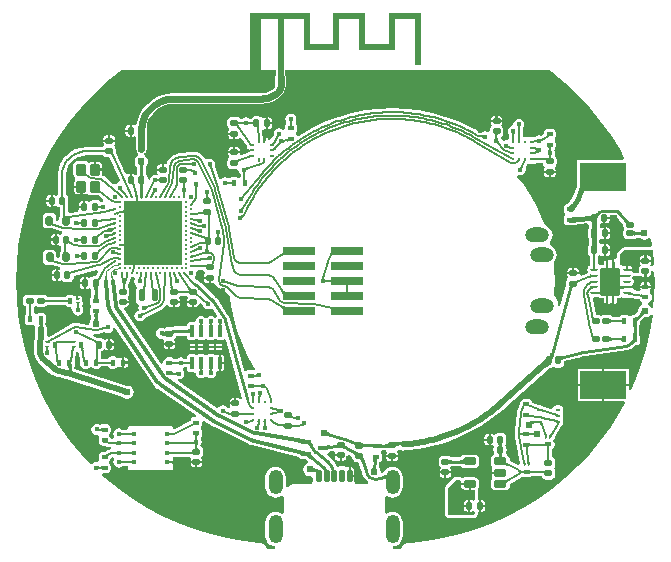
<source format=gtl>
G04*
G04 #@! TF.GenerationSoftware,Altium Limited,Altium Designer,22.5.1 (42)*
G04*
G04 Layer_Physical_Order=1*
G04 Layer_Color=255*
%FSLAX25Y25*%
%MOIN*%
G70*
G04*
G04 #@! TF.SameCoordinates,9CEDE495-3556-4083-ABEA-689295A2F9E5*
G04*
G04*
G04 #@! TF.FilePolarity,Positive*
G04*
G01*
G75*
%ADD10C,0.01000*%
%ADD12C,0.00600*%
%ADD13C,0.00700*%
%ADD15C,0.00500*%
G04:AMPARAMS|DCode=19|XSize=20.47mil|YSize=24.41mil|CornerRadius=4.1mil|HoleSize=0mil|Usage=FLASHONLY|Rotation=0.000|XOffset=0mil|YOffset=0mil|HoleType=Round|Shape=RoundedRectangle|*
%AMROUNDEDRECTD19*
21,1,0.02047,0.01622,0,0,0.0*
21,1,0.01228,0.02441,0,0,0.0*
1,1,0.00819,0.00614,-0.00811*
1,1,0.00819,-0.00614,-0.00811*
1,1,0.00819,-0.00614,0.00811*
1,1,0.00819,0.00614,0.00811*
%
%ADD19ROUNDEDRECTD19*%
G04:AMPARAMS|DCode=20|XSize=20.47mil|YSize=24.41mil|CornerRadius=4.1mil|HoleSize=0mil|Usage=FLASHONLY|Rotation=270.000|XOffset=0mil|YOffset=0mil|HoleType=Round|Shape=RoundedRectangle|*
%AMROUNDEDRECTD20*
21,1,0.02047,0.01622,0,0,270.0*
21,1,0.01228,0.02441,0,0,270.0*
1,1,0.00819,-0.00811,-0.00614*
1,1,0.00819,-0.00811,0.00614*
1,1,0.00819,0.00811,0.00614*
1,1,0.00819,0.00811,-0.00614*
%
%ADD20ROUNDEDRECTD20*%
G04:AMPARAMS|DCode=23|XSize=19.68mil|YSize=21.65mil|CornerRadius=3.94mil|HoleSize=0mil|Usage=FLASHONLY|Rotation=90.000|XOffset=0mil|YOffset=0mil|HoleType=Round|Shape=RoundedRectangle|*
%AMROUNDEDRECTD23*
21,1,0.01968,0.01378,0,0,90.0*
21,1,0.01181,0.02165,0,0,90.0*
1,1,0.00787,0.00689,0.00591*
1,1,0.00787,0.00689,-0.00591*
1,1,0.00787,-0.00689,-0.00591*
1,1,0.00787,-0.00689,0.00591*
%
%ADD23ROUNDEDRECTD23*%
G04:AMPARAMS|DCode=24|XSize=37.4mil|YSize=33.47mil|CornerRadius=3.35mil|HoleSize=0mil|Usage=FLASHONLY|Rotation=270.000|XOffset=0mil|YOffset=0mil|HoleType=Round|Shape=RoundedRectangle|*
%AMROUNDEDRECTD24*
21,1,0.03740,0.02677,0,0,270.0*
21,1,0.03071,0.03347,0,0,270.0*
1,1,0.00669,-0.01339,-0.01535*
1,1,0.00669,-0.01339,0.01535*
1,1,0.00669,0.01339,0.01535*
1,1,0.00669,0.01339,-0.01535*
%
%ADD24ROUNDEDRECTD24*%
G04:AMPARAMS|DCode=25|XSize=23.62mil|YSize=31.5mil|CornerRadius=4.72mil|HoleSize=0mil|Usage=FLASHONLY|Rotation=180.000|XOffset=0mil|YOffset=0mil|HoleType=Round|Shape=RoundedRectangle|*
%AMROUNDEDRECTD25*
21,1,0.02362,0.02205,0,0,180.0*
21,1,0.01417,0.03150,0,0,180.0*
1,1,0.00945,-0.00709,0.01102*
1,1,0.00945,0.00709,0.01102*
1,1,0.00945,0.00709,-0.01102*
1,1,0.00945,-0.00709,-0.01102*
%
%ADD25ROUNDEDRECTD25*%
G04:AMPARAMS|DCode=26|XSize=15.75mil|YSize=19.68mil|CornerRadius=3.15mil|HoleSize=0mil|Usage=FLASHONLY|Rotation=90.000|XOffset=0mil|YOffset=0mil|HoleType=Round|Shape=RoundedRectangle|*
%AMROUNDEDRECTD26*
21,1,0.01575,0.01339,0,0,90.0*
21,1,0.00945,0.01968,0,0,90.0*
1,1,0.00630,0.00669,0.00472*
1,1,0.00630,0.00669,-0.00472*
1,1,0.00630,-0.00669,-0.00472*
1,1,0.00630,-0.00669,0.00472*
%
%ADD26ROUNDEDRECTD26*%
G04:AMPARAMS|DCode=28|XSize=27.56mil|YSize=19.68mil|CornerRadius=3.94mil|HoleSize=0mil|Usage=FLASHONLY|Rotation=180.000|XOffset=0mil|YOffset=0mil|HoleType=Round|Shape=RoundedRectangle|*
%AMROUNDEDRECTD28*
21,1,0.02756,0.01181,0,0,180.0*
21,1,0.01968,0.01968,0,0,180.0*
1,1,0.00787,-0.00984,0.00591*
1,1,0.00787,0.00984,0.00591*
1,1,0.00787,0.00984,-0.00591*
1,1,0.00787,-0.00984,-0.00591*
%
%ADD28ROUNDEDRECTD28*%
G04:AMPARAMS|DCode=29|XSize=15.75mil|YSize=19.68mil|CornerRadius=3.15mil|HoleSize=0mil|Usage=FLASHONLY|Rotation=0.000|XOffset=0mil|YOffset=0mil|HoleType=Round|Shape=RoundedRectangle|*
%AMROUNDEDRECTD29*
21,1,0.01575,0.01339,0,0,0.0*
21,1,0.00945,0.01968,0,0,0.0*
1,1,0.00630,0.00472,-0.00669*
1,1,0.00630,-0.00472,-0.00669*
1,1,0.00630,-0.00472,0.00669*
1,1,0.00630,0.00472,0.00669*
%
%ADD29ROUNDEDRECTD29*%
G04:AMPARAMS|DCode=30|XSize=9.84mil|YSize=13.78mil|CornerRadius=1.48mil|HoleSize=0mil|Usage=FLASHONLY|Rotation=90.000|XOffset=0mil|YOffset=0mil|HoleType=Round|Shape=RoundedRectangle|*
%AMROUNDEDRECTD30*
21,1,0.00984,0.01083,0,0,90.0*
21,1,0.00689,0.01378,0,0,90.0*
1,1,0.00295,0.00541,0.00345*
1,1,0.00295,0.00541,-0.00345*
1,1,0.00295,-0.00541,-0.00345*
1,1,0.00295,-0.00541,0.00345*
%
%ADD30ROUNDEDRECTD30*%
G04:AMPARAMS|DCode=31|XSize=9.84mil|YSize=13.78mil|CornerRadius=1.48mil|HoleSize=0mil|Usage=FLASHONLY|Rotation=0.000|XOffset=0mil|YOffset=0mil|HoleType=Round|Shape=RoundedRectangle|*
%AMROUNDEDRECTD31*
21,1,0.00984,0.01083,0,0,0.0*
21,1,0.00689,0.01378,0,0,0.0*
1,1,0.00295,0.00345,-0.00541*
1,1,0.00295,-0.00345,-0.00541*
1,1,0.00295,-0.00345,0.00541*
1,1,0.00295,0.00345,0.00541*
%
%ADD31ROUNDEDRECTD31*%
G04:AMPARAMS|DCode=32|XSize=19.68mil|YSize=39.37mil|CornerRadius=3.94mil|HoleSize=0mil|Usage=FLASHONLY|Rotation=0.000|XOffset=0mil|YOffset=0mil|HoleType=Round|Shape=RoundedRectangle|*
%AMROUNDEDRECTD32*
21,1,0.01968,0.03150,0,0,0.0*
21,1,0.01181,0.03937,0,0,0.0*
1,1,0.00787,0.00591,-0.01575*
1,1,0.00787,-0.00591,-0.01575*
1,1,0.00787,-0.00591,0.01575*
1,1,0.00787,0.00591,0.01575*
%
%ADD32ROUNDEDRECTD32*%
G04:AMPARAMS|DCode=33|XSize=40.95mil|YSize=12.6mil|CornerRadius=2.52mil|HoleSize=0mil|Usage=FLASHONLY|Rotation=90.000|XOffset=0mil|YOffset=0mil|HoleType=Round|Shape=RoundedRectangle|*
%AMROUNDEDRECTD33*
21,1,0.04095,0.00756,0,0,90.0*
21,1,0.03591,0.01260,0,0,90.0*
1,1,0.00504,0.00378,0.01795*
1,1,0.00504,0.00378,-0.01795*
1,1,0.00504,-0.00378,-0.01795*
1,1,0.00504,-0.00378,0.01795*
%
%ADD33ROUNDEDRECTD33*%
%ADD34R,0.03150X0.00787*%
%ADD35R,0.01083X0.00984*%
%ADD36R,0.00984X0.01083*%
G04:AMPARAMS|DCode=37|XSize=17.72mil|YSize=43.31mil|CornerRadius=4.43mil|HoleSize=0mil|Usage=FLASHONLY|Rotation=0.000|XOffset=0mil|YOffset=0mil|HoleType=Round|Shape=RoundedRectangle|*
%AMROUNDEDRECTD37*
21,1,0.01772,0.03445,0,0,0.0*
21,1,0.00886,0.04331,0,0,0.0*
1,1,0.00886,0.00443,-0.01722*
1,1,0.00886,-0.00443,-0.01722*
1,1,0.00886,-0.00443,0.01722*
1,1,0.00886,0.00443,0.01722*
%
%ADD37ROUNDEDRECTD37*%
G04:AMPARAMS|DCode=38|XSize=15.75mil|YSize=31.5mil|CornerRadius=3.15mil|HoleSize=0mil|Usage=FLASHONLY|Rotation=270.000|XOffset=0mil|YOffset=0mil|HoleType=Round|Shape=RoundedRectangle|*
%AMROUNDEDRECTD38*
21,1,0.01575,0.02520,0,0,270.0*
21,1,0.00945,0.03150,0,0,270.0*
1,1,0.00630,-0.01260,-0.00472*
1,1,0.00630,-0.01260,0.00472*
1,1,0.00630,0.01260,0.00472*
1,1,0.00630,0.01260,-0.00472*
%
%ADD38ROUNDEDRECTD38*%
G04:AMPARAMS|DCode=39|XSize=21.65mil|YSize=23.62mil|CornerRadius=4.33mil|HoleSize=0mil|Usage=FLASHONLY|Rotation=270.000|XOffset=0mil|YOffset=0mil|HoleType=Round|Shape=RoundedRectangle|*
%AMROUNDEDRECTD39*
21,1,0.02165,0.01496,0,0,270.0*
21,1,0.01299,0.02362,0,0,270.0*
1,1,0.00866,-0.00748,-0.00650*
1,1,0.00866,-0.00748,0.00650*
1,1,0.00866,0.00748,0.00650*
1,1,0.00866,0.00748,-0.00650*
%
%ADD39ROUNDEDRECTD39*%
G04:AMPARAMS|DCode=40|XSize=23.62mil|YSize=43.31mil|CornerRadius=5.91mil|HoleSize=0mil|Usage=FLASHONLY|Rotation=270.000|XOffset=0mil|YOffset=0mil|HoleType=Round|Shape=RoundedRectangle|*
%AMROUNDEDRECTD40*
21,1,0.02362,0.03150,0,0,270.0*
21,1,0.01181,0.04331,0,0,270.0*
1,1,0.01181,-0.01575,-0.00591*
1,1,0.01181,-0.01575,0.00591*
1,1,0.01181,0.01575,0.00591*
1,1,0.01181,0.01575,-0.00591*
%
%ADD40ROUNDEDRECTD40*%
G04:AMPARAMS|DCode=42|XSize=15.87mil|YSize=9mil|CornerRadius=2.25mil|HoleSize=0mil|Usage=FLASHONLY|Rotation=0.000|XOffset=0mil|YOffset=0mil|HoleType=Round|Shape=RoundedRectangle|*
%AMROUNDEDRECTD42*
21,1,0.01587,0.00450,0,0,0.0*
21,1,0.01137,0.00900,0,0,0.0*
1,1,0.00450,0.00569,-0.00225*
1,1,0.00450,-0.00569,-0.00225*
1,1,0.00450,-0.00569,0.00225*
1,1,0.00450,0.00569,0.00225*
%
%ADD42ROUNDEDRECTD42*%
G04:AMPARAMS|DCode=43|XSize=19.68mil|YSize=27.56mil|CornerRadius=3.94mil|HoleSize=0mil|Usage=FLASHONLY|Rotation=180.000|XOffset=0mil|YOffset=0mil|HoleType=Round|Shape=RoundedRectangle|*
%AMROUNDEDRECTD43*
21,1,0.01968,0.01968,0,0,180.0*
21,1,0.01181,0.02756,0,0,180.0*
1,1,0.00787,-0.00591,0.00984*
1,1,0.00787,0.00591,0.00984*
1,1,0.00787,0.00591,-0.00984*
1,1,0.00787,-0.00591,-0.00984*
%
%ADD43ROUNDEDRECTD43*%
G04:AMPARAMS|DCode=44|XSize=23.62mil|YSize=9.45mil|CornerRadius=2.36mil|HoleSize=0mil|Usage=FLASHONLY|Rotation=180.000|XOffset=0mil|YOffset=0mil|HoleType=Round|Shape=RoundedRectangle|*
%AMROUNDEDRECTD44*
21,1,0.02362,0.00472,0,0,180.0*
21,1,0.01890,0.00945,0,0,180.0*
1,1,0.00472,-0.00945,0.00236*
1,1,0.00472,0.00945,0.00236*
1,1,0.00472,0.00945,-0.00236*
1,1,0.00472,-0.00945,-0.00236*
%
%ADD44ROUNDEDRECTD44*%
G04:AMPARAMS|DCode=45|XSize=19.68mil|YSize=27.56mil|CornerRadius=3.94mil|HoleSize=0mil|Usage=FLASHONLY|Rotation=90.000|XOffset=0mil|YOffset=0mil|HoleType=Round|Shape=RoundedRectangle|*
%AMROUNDEDRECTD45*
21,1,0.01968,0.01968,0,0,90.0*
21,1,0.01181,0.02756,0,0,90.0*
1,1,0.00787,0.00984,0.00591*
1,1,0.00787,0.00984,-0.00591*
1,1,0.00787,-0.00984,-0.00591*
1,1,0.00787,-0.00984,0.00591*
%
%ADD45ROUNDEDRECTD45*%
G04:AMPARAMS|DCode=46|XSize=21.65mil|YSize=23.62mil|CornerRadius=4.33mil|HoleSize=0mil|Usage=FLASHONLY|Rotation=0.000|XOffset=0mil|YOffset=0mil|HoleType=Round|Shape=RoundedRectangle|*
%AMROUNDEDRECTD46*
21,1,0.02165,0.01496,0,0,0.0*
21,1,0.01299,0.02362,0,0,0.0*
1,1,0.00866,0.00650,-0.00748*
1,1,0.00866,-0.00650,-0.00748*
1,1,0.00866,-0.00650,0.00748*
1,1,0.00866,0.00650,0.00748*
%
%ADD46ROUNDEDRECTD46*%
G04:AMPARAMS|DCode=48|XSize=109.84mil|YSize=29.13mil|CornerRadius=5.83mil|HoleSize=0mil|Usage=FLASHONLY|Rotation=180.000|XOffset=0mil|YOffset=0mil|HoleType=Round|Shape=RoundedRectangle|*
%AMROUNDEDRECTD48*
21,1,0.10984,0.01748,0,0,180.0*
21,1,0.09819,0.02913,0,0,180.0*
1,1,0.01165,-0.04909,0.00874*
1,1,0.01165,0.04909,0.00874*
1,1,0.01165,0.04909,-0.00874*
1,1,0.01165,-0.04909,-0.00874*
%
%ADD48ROUNDEDRECTD48*%
G04:AMPARAMS|DCode=54|XSize=39.37mil|YSize=9.45mil|CornerRadius=2.36mil|HoleSize=0mil|Usage=FLASHONLY|Rotation=90.000|XOffset=0mil|YOffset=0mil|HoleType=Round|Shape=RoundedRectangle|*
%AMROUNDEDRECTD54*
21,1,0.03937,0.00472,0,0,90.0*
21,1,0.03465,0.00945,0,0,90.0*
1,1,0.00472,0.00236,0.01732*
1,1,0.00472,0.00236,-0.01732*
1,1,0.00472,-0.00236,-0.01732*
1,1,0.00472,-0.00236,0.01732*
%
%ADD54ROUNDEDRECTD54*%
G04:AMPARAMS|DCode=55|XSize=64.96mil|YSize=94.49mil|CornerRadius=2.27mil|HoleSize=0mil|Usage=FLASHONLY|Rotation=0.000|XOffset=0mil|YOffset=0mil|HoleType=Round|Shape=RoundedRectangle|*
%AMROUNDEDRECTD55*
21,1,0.06496,0.08994,0,0,0.0*
21,1,0.06041,0.09449,0,0,0.0*
1,1,0.00455,0.03021,-0.04497*
1,1,0.00455,-0.03021,-0.04497*
1,1,0.00455,-0.03021,0.04497*
1,1,0.00455,0.03021,0.04497*
%
%ADD55ROUNDEDRECTD55*%
%ADD57O,0.04724X0.08268*%
%ADD58O,0.04724X0.09449*%
%ADD59C,0.01260*%
%ADD60C,0.00400*%
%ADD61C,0.01500*%
%ADD62C,0.02000*%
%ADD63C,0.01130*%
%ADD64C,0.02400*%
%ADD65C,0.00886*%
%ADD66R,0.19685X0.21260*%
%ADD67C,0.01575*%
G04:AMPARAMS|DCode=68|XSize=11.81mil|YSize=21.65mil|CornerRadius=2.95mil|HoleSize=0mil|Usage=FLASHONLY|Rotation=0.000|XOffset=0mil|YOffset=0mil|HoleType=Round|Shape=RoundedRectangle|*
%AMROUNDEDRECTD68*
21,1,0.01181,0.01575,0,0,0.0*
21,1,0.00591,0.02165,0,0,0.0*
1,1,0.00591,0.00295,-0.00787*
1,1,0.00591,-0.00295,-0.00787*
1,1,0.00591,-0.00295,0.00787*
1,1,0.00591,0.00295,0.00787*
%
%ADD68ROUNDEDRECTD68*%
G04:AMPARAMS|DCode=69|XSize=11.81mil|YSize=7.87mil|CornerRadius=1.97mil|HoleSize=0mil|Usage=FLASHONLY|Rotation=180.000|XOffset=0mil|YOffset=0mil|HoleType=Round|Shape=RoundedRectangle|*
%AMROUNDEDRECTD69*
21,1,0.01181,0.00394,0,0,180.0*
21,1,0.00787,0.00787,0,0,180.0*
1,1,0.00394,-0.00394,0.00197*
1,1,0.00394,0.00394,0.00197*
1,1,0.00394,0.00394,-0.00197*
1,1,0.00394,-0.00394,-0.00197*
%
%ADD69ROUNDEDRECTD69*%
%ADD70R,0.01772X0.01575*%
G04:AMPARAMS|DCode=71|XSize=11.81mil|YSize=21.65mil|CornerRadius=2.95mil|HoleSize=0mil|Usage=FLASHONLY|Rotation=90.000|XOffset=0mil|YOffset=0mil|HoleType=Round|Shape=RoundedRectangle|*
%AMROUNDEDRECTD71*
21,1,0.01181,0.01575,0,0,90.0*
21,1,0.00591,0.02165,0,0,90.0*
1,1,0.00591,0.00787,0.00295*
1,1,0.00591,0.00787,-0.00295*
1,1,0.00591,-0.00787,-0.00295*
1,1,0.00591,-0.00787,0.00295*
%
%ADD71ROUNDEDRECTD71*%
G04:AMPARAMS|DCode=72|XSize=11.81mil|YSize=7.87mil|CornerRadius=1.97mil|HoleSize=0mil|Usage=FLASHONLY|Rotation=270.000|XOffset=0mil|YOffset=0mil|HoleType=Round|Shape=RoundedRectangle|*
%AMROUNDEDRECTD72*
21,1,0.01181,0.00394,0,0,270.0*
21,1,0.00787,0.00787,0,0,270.0*
1,1,0.00394,-0.00197,-0.00394*
1,1,0.00394,-0.00197,0.00394*
1,1,0.00394,0.00197,0.00394*
1,1,0.00394,0.00197,-0.00394*
%
%ADD72ROUNDEDRECTD72*%
%ADD73R,0.15551X0.09252*%
%ADD74R,0.06299X0.03551*%
%ADD75O,0.08000X0.05000*%
%ADD76C,0.01600*%
%ADD77C,0.02400*%
%ADD78C,0.01200*%
%ADD79C,0.02362*%
G36*
X206321Y268698D02*
X204353D01*
Y284210D01*
X197660D01*
Y273816D01*
X185849D01*
Y284210D01*
X179156D01*
Y273816D01*
X167345D01*
Y284210D01*
X160652D01*
Y264919D01*
X158684D01*
Y284210D01*
X153172D01*
Y264919D01*
X149628D01*
Y286179D01*
X169313D01*
Y275785D01*
X177187D01*
Y286179D01*
X187817D01*
Y275785D01*
X195691D01*
Y286179D01*
X206321D01*
Y268698D01*
D02*
G37*
G36*
X158142Y265696D02*
X158066Y265582D01*
X157934Y264919D01*
Y261995D01*
X157938Y261977D01*
X157847Y261522D01*
X157589Y261136D01*
X157574Y261126D01*
X157550Y261089D01*
X156654Y260354D01*
X155594Y259787D01*
X154444Y259438D01*
X153290Y259325D01*
X153247Y259333D01*
X123742D01*
Y259336D01*
X121906Y259192D01*
X120115Y258762D01*
X118414Y258057D01*
X116844Y257095D01*
X115443Y255899D01*
X115445Y255897D01*
X114574Y255026D01*
X114568Y255017D01*
X113516Y253784D01*
X112663Y252393D01*
X112039Y250886D01*
X111658Y249300D01*
X111629Y248933D01*
X111588Y248896D01*
X110904Y248640D01*
X110766Y248732D01*
X110333Y248818D01*
X110069D01*
Y246876D01*
Y244934D01*
X110333D01*
X110766Y245020D01*
X110829Y245062D01*
X111529Y244693D01*
Y240749D01*
X111661Y240086D01*
X111683Y240052D01*
X111731Y239810D01*
X111929Y239514D01*
X112224Y239317D01*
X112295Y239208D01*
X112068Y238526D01*
X112029Y238518D01*
X111568Y238210D01*
X111260Y237749D01*
X111152Y237206D01*
Y236024D01*
X111260Y235481D01*
X111568Y235020D01*
X111733Y234910D01*
Y232461D01*
X111475Y232261D01*
X111133Y232099D01*
X110766Y232344D01*
X110333Y232430D01*
X110069D01*
Y230488D01*
X109369D01*
Y232430D01*
X109105D01*
X108672Y232344D01*
X107880Y232627D01*
X104748Y239460D01*
Y240642D01*
X104639Y241193D01*
X104419Y241522D01*
X104111Y242158D01*
X104356Y242525D01*
X104442Y242957D01*
Y243222D01*
X102500D01*
X100558D01*
Y242957D01*
X100644Y242525D01*
X100889Y242158D01*
X100581Y241522D01*
X100469Y241354D01*
X95067D01*
Y241376D01*
X93133Y241186D01*
X91273Y240621D01*
X89559Y239705D01*
X88057Y238472D01*
X88057Y238472D01*
X87578Y237962D01*
X87273Y237657D01*
X87097Y237468D01*
X87079Y237446D01*
X86773Y236874D01*
X86239Y235873D01*
X85721Y234166D01*
X85546Y232391D01*
X85564D01*
Y225517D01*
X85397Y225405D01*
X84761Y225097D01*
X84394Y225342D01*
X83961Y225428D01*
X83697D01*
Y223486D01*
Y221544D01*
X83961D01*
X84394Y221630D01*
X84761Y221875D01*
X85397Y221567D01*
X85726Y221347D01*
X86064Y221280D01*
Y218651D01*
X86003Y218559D01*
X85888Y217985D01*
Y217115D01*
X85283Y216695D01*
X84797Y216892D01*
Y217985D01*
X84682Y218559D01*
X84357Y219046D01*
X83870Y219372D01*
X83295Y219486D01*
X81878D01*
X81303Y219372D01*
X80816Y219046D01*
X80491Y218559D01*
X80377Y217985D01*
Y215780D01*
X80491Y215205D01*
X80816Y214718D01*
X81303Y214393D01*
X81878Y214279D01*
X83295D01*
X83498Y214319D01*
X86582Y213311D01*
X86648Y213303D01*
X86675Y213292D01*
X86741Y213126D01*
X86830Y212553D01*
X86778Y212519D01*
X86142Y212211D01*
X85775Y212456D01*
X85343Y212542D01*
X85078D01*
Y210600D01*
Y208658D01*
X85343D01*
X85632Y208715D01*
X86122Y208451D01*
X86332Y208274D01*
Y206654D01*
X86122Y206339D01*
X86007Y205765D01*
Y204895D01*
X85401Y204475D01*
X84915Y204672D01*
Y205765D01*
X84801Y206339D01*
X84476Y206826D01*
X83989Y207152D01*
X83414Y207266D01*
X81997D01*
X81422Y207152D01*
X80935Y206826D01*
X80610Y206339D01*
X80496Y205765D01*
Y203560D01*
X80610Y202985D01*
X80935Y202498D01*
X81422Y202173D01*
X81997Y202059D01*
X83414D01*
X83617Y202099D01*
X86014Y201315D01*
X86161Y200672D01*
X86011Y200565D01*
X85694Y200628D01*
X85430D01*
Y198686D01*
Y196743D01*
X85694D01*
X86127Y196829D01*
X86494Y197075D01*
X87130Y196767D01*
X87459Y196547D01*
X88010Y196438D01*
X89238D01*
X89788Y196547D01*
X90254Y196858D01*
X90566Y197325D01*
X90675Y197875D01*
Y198493D01*
X98358Y200433D01*
X98819Y199827D01*
X97978Y198348D01*
X97457D01*
X96908Y198239D01*
X96579Y198019D01*
X95942Y197711D01*
X95575Y197956D01*
X95143Y198042D01*
X94878D01*
Y196100D01*
Y194158D01*
X95143D01*
X95575Y194244D01*
X95942Y194489D01*
X96571Y194186D01*
Y191651D01*
X96483Y191592D01*
X96192Y191157D01*
X96090Y190644D01*
Y189699D01*
X96192Y189186D01*
X96483Y188751D01*
Y188049D01*
X96192Y187614D01*
X96090Y187101D01*
Y186156D01*
X96192Y185643D01*
X96483Y185208D01*
X96571Y185149D01*
Y184024D01*
X96514Y183986D01*
X96028Y183258D01*
X95857Y182400D01*
X95578Y182109D01*
X91763Y182702D01*
X91620Y182696D01*
X91311Y182737D01*
X90554Y182637D01*
X89929Y182378D01*
X89875Y182361D01*
X83017Y178496D01*
X82951Y178440D01*
X82870Y178407D01*
X82402Y178098D01*
X81707Y178477D01*
X81739Y181175D01*
X81593Y181958D01*
X81253Y182481D01*
Y182616D01*
X81454Y182918D01*
X81556Y183431D01*
Y184769D01*
X81454Y185282D01*
X81164Y185717D01*
X80729Y186008D01*
X80216Y186110D01*
X79271D01*
X78758Y186008D01*
X78323Y185717D01*
X78199D01*
X77526Y186378D01*
Y188005D01*
X78192Y188331D01*
X78244Y188297D01*
X78787Y188188D01*
X80756D01*
X81300Y188297D01*
X81761Y188605D01*
X81941Y188874D01*
X87971D01*
X87985Y188807D01*
X88271Y188379D01*
X88699Y188093D01*
X89205Y187992D01*
X89732D01*
X89847Y187928D01*
X90299Y187379D01*
X90244Y187101D01*
X90384Y186398D01*
X90782Y185803D01*
X91377Y185405D01*
X92080Y185266D01*
X92782Y185405D01*
X93377Y185803D01*
X93775Y186398D01*
X93915Y187101D01*
X93775Y187803D01*
X93405Y188357D01*
Y188454D01*
X93601Y188747D01*
X93694Y189214D01*
Y189608D01*
X93601Y190075D01*
X93357Y190439D01*
X93388Y190592D01*
Y190986D01*
X93318Y191336D01*
X93120Y191632D01*
X92823Y191831D01*
X92473Y191900D01*
X91686D01*
X91336Y191831D01*
X90729Y191821D01*
X90301Y192107D01*
X89795Y192208D01*
X89205D01*
X88699Y192107D01*
X88271Y191821D01*
X88073Y191525D01*
X81941D01*
X81761Y191795D01*
X81300Y192103D01*
X80756Y192212D01*
X78787D01*
X78244Y192103D01*
X78000Y191941D01*
X77756Y192103D01*
X77213Y192212D01*
X75244D01*
X74700Y192103D01*
X74239Y191795D01*
X73931Y191334D01*
X73823Y190791D01*
Y189609D01*
X73931Y189066D01*
X74239Y188605D01*
X74700Y188297D01*
X74875Y188262D01*
Y185781D01*
X74779Y185717D01*
X74489Y185282D01*
X74387Y184769D01*
Y183431D01*
X74489Y182918D01*
X74779Y182483D01*
X75214Y182192D01*
X75728Y182090D01*
X76672D01*
X77185Y182192D01*
X77770Y181741D01*
X77661Y181225D01*
X77561Y172952D01*
X77566Y172925D01*
X77563Y172900D01*
X77711Y171777D01*
X78144Y170731D01*
X78833Y169833D01*
X78847Y169823D01*
X78859Y169805D01*
X82560Y166176D01*
X82688Y166093D01*
X83332Y165598D01*
X83990Y165326D01*
X84165Y165234D01*
X87429Y164274D01*
X87468Y164270D01*
X87542Y164240D01*
X87665Y164224D01*
X87725Y164197D01*
X88735Y163969D01*
X89201Y163863D01*
X107033Y158034D01*
X107642Y157628D01*
X108500Y157457D01*
X109358Y157628D01*
X110086Y158114D01*
X110572Y158842D01*
X110743Y159700D01*
X110572Y160558D01*
X110086Y161286D01*
X109358Y161772D01*
X108500Y161943D01*
X108314Y161906D01*
X90877Y167606D01*
Y168259D01*
X90983Y168418D01*
X91085Y168931D01*
Y170269D01*
X91085Y170270D01*
X91517Y173135D01*
X91805Y173294D01*
X92526Y172936D01*
X92916Y170273D01*
X92915Y170269D01*
Y168931D01*
X93017Y168418D01*
X93308Y167983D01*
X93743Y167692D01*
X94256Y167590D01*
X95201D01*
X95714Y167692D01*
X96149Y167983D01*
X96851D01*
X97286Y167692D01*
X97799Y167590D01*
X98744D01*
X99257Y167692D01*
X99692Y167983D01*
X99887Y168274D01*
X102085D01*
X102279Y167983D01*
X102715Y167692D01*
X103228Y167590D01*
X104172D01*
X104685Y167692D01*
X105121Y167983D01*
X105232Y168150D01*
X106005Y168211D01*
X106039Y168199D01*
X106375Y167975D01*
X106771Y167896D01*
X106893D01*
Y169600D01*
Y171304D01*
X106771D01*
X106375Y171225D01*
X106039Y171001D01*
X106005Y170989D01*
X105232Y171050D01*
X105121Y171217D01*
X104685Y171508D01*
X104172Y171610D01*
X103228D01*
X102715Y171508D01*
X102279Y171217D01*
X102085Y170925D01*
X99887D01*
X99711Y171189D01*
Y173371D01*
X100164Y173461D01*
X100493Y173681D01*
X101129Y173989D01*
X101496Y173744D01*
X101929Y173658D01*
X102193D01*
Y175600D01*
Y177542D01*
X101929D01*
X101496Y177456D01*
X101129Y177211D01*
X100493Y177519D01*
X100164Y177739D01*
X99614Y177848D01*
X98456D01*
X97132Y178484D01*
X97340Y179153D01*
X97589Y179114D01*
X97732Y179120D01*
X98100Y179071D01*
X98783Y179162D01*
X98870Y179165D01*
X101216Y179726D01*
X101398Y179604D01*
X102100Y179465D01*
X102802Y179604D01*
X103398Y180002D01*
X103796Y180598D01*
X103878Y181012D01*
X104621Y181161D01*
X117243Y162335D01*
X117354Y162225D01*
X117926Y161480D01*
X118634Y160937D01*
X118750Y160819D01*
X131545Y152109D01*
X131330Y151409D01*
X130921D01*
X130407Y151307D01*
X129972Y151016D01*
X129682Y150582D01*
X129580Y150068D01*
Y149944D01*
X124486Y147457D01*
X124084Y147560D01*
X123721Y147862D01*
Y148014D01*
X123562Y148397D01*
X123179Y148555D01*
X109400D01*
X109017Y148397D01*
X108859Y148014D01*
Y147847D01*
X108407Y147249D01*
X108384Y147226D01*
X107700Y147186D01*
X107653Y147177D01*
X106954Y147157D01*
X106911Y147155D01*
X106402Y147496D01*
X105700Y147635D01*
X104998Y147496D01*
X104402Y147098D01*
X104004Y146502D01*
X103865Y145800D01*
X104004Y145098D01*
X104254Y144725D01*
X103961Y144042D01*
X103944Y144025D01*
X103396D01*
X103000Y144168D01*
X102898Y144682D01*
X102607Y145116D01*
Y145819D01*
X102898Y146254D01*
X103000Y146767D01*
Y147712D01*
X102898Y148225D01*
X102607Y148660D01*
X102172Y148951D01*
X101659Y149053D01*
X100320D01*
X99807Y148951D01*
X99489Y148737D01*
X99102Y148996D01*
X98400Y149135D01*
X97698Y148996D01*
X97102Y148598D01*
X96704Y148002D01*
X96565Y147300D01*
X96704Y146598D01*
X97102Y146002D01*
X97698Y145604D01*
X98400Y145465D01*
X98869Y145558D01*
X99240Y144919D01*
X99082Y144682D01*
X98980Y144168D01*
Y143224D01*
X99082Y142710D01*
X99372Y142276D01*
X99807Y141985D01*
X100320Y141883D01*
X101293D01*
X102169Y141520D01*
X103006Y141410D01*
X103065Y140696D01*
X102091Y140401D01*
X101171Y139909D01*
X100320D01*
X99807Y139807D01*
X99372Y139516D01*
X99082Y139082D01*
X98980Y138568D01*
Y137624D01*
X99082Y137110D01*
X99191Y136947D01*
X98751Y136346D01*
X98300Y136435D01*
X97598Y136296D01*
X97002Y135898D01*
X96989Y135878D01*
X96291Y135820D01*
X93195Y139126D01*
X89561Y143554D01*
X86224Y148211D01*
X83198Y153076D01*
X80498Y158129D01*
X78133Y163347D01*
X76115Y168709D01*
X74452Y174191D01*
X73151Y179771D01*
X72218Y185423D01*
X71657Y191124D01*
X71469Y196850D01*
X71657Y202576D01*
X72218Y208278D01*
X73151Y213930D01*
X74452Y219510D01*
X76115Y224992D01*
X78133Y230354D01*
X80498Y235572D01*
X83198Y240624D01*
X86224Y245490D01*
X89561Y250146D01*
X93195Y254575D01*
X97111Y258756D01*
X101293Y262672D01*
X105721Y266307D01*
X106864Y267126D01*
X149087D01*
Y264919D01*
X149246Y264536D01*
X149628Y264378D01*
X153172D01*
X153554Y264536D01*
X153713Y264919D01*
Y267126D01*
X158142D01*
Y265696D01*
D02*
G37*
G36*
X250146Y266307D02*
X254575Y262672D01*
X258756Y258756D01*
X262672Y254575D01*
X266307Y250146D01*
X269644Y245489D01*
X272669Y240624D01*
X274165Y237826D01*
X273805Y237226D01*
X258424D01*
Y228142D01*
X257508Y225729D01*
X257264Y225123D01*
X256877Y224551D01*
X256874Y224547D01*
X255420Y222554D01*
X254918Y222454D01*
X254483Y222164D01*
X254192Y221729D01*
X254090Y221216D01*
Y220271D01*
X254192Y219758D01*
X254483Y219323D01*
Y218620D01*
X254192Y218185D01*
X254090Y217672D01*
Y216728D01*
X254192Y216214D01*
X254483Y215779D01*
X254918Y215489D01*
X255431Y215387D01*
X256769D01*
X257282Y215489D01*
X257379Y215554D01*
X261873Y216029D01*
X262393Y215561D01*
Y214370D01*
X262187Y214061D01*
X262077Y213511D01*
Y211889D01*
X262187Y211339D01*
X262344Y211103D01*
Y208697D01*
X262187Y208461D01*
X262077Y207911D01*
Y206289D01*
X262187Y205739D01*
X262498Y205273D01*
X262732Y205117D01*
Y201952D01*
X262661Y201938D01*
X262252Y201664D01*
X261979Y201256D01*
X261883Y200773D01*
Y200301D01*
X261979Y199819D01*
X261515Y199252D01*
X259827Y198605D01*
X259720Y198628D01*
X259240Y199014D01*
X257200D01*
X255258D01*
Y198750D01*
X255344Y198317D01*
X255589Y197950D01*
X255281Y197314D01*
X255061Y196985D01*
X254952Y196435D01*
Y195514D01*
X252922Y188283D01*
X252248Y188300D01*
X252058Y189736D01*
X251504Y191074D01*
X250830Y191953D01*
X250906Y192596D01*
X251073Y196850D01*
X250906Y201105D01*
X250693Y202902D01*
X250696Y202905D01*
X251257Y203636D01*
X251610Y204487D01*
X251730Y205401D01*
X251610Y206314D01*
X251257Y207166D01*
X250696Y207897D01*
X249965Y208458D01*
X249768Y208540D01*
X249575Y209508D01*
X249480Y209844D01*
X249857Y210336D01*
X250210Y211187D01*
X250330Y212101D01*
X250210Y213015D01*
X249857Y213866D01*
X249296Y214597D01*
X248565Y215158D01*
X247717Y215509D01*
X246946Y217601D01*
X245163Y221467D01*
X243083Y225182D01*
X240718Y228722D01*
X238510Y231522D01*
X238822Y231991D01*
X238951Y232094D01*
X239600Y231965D01*
X240302Y232104D01*
X240898Y232502D01*
X241296Y233098D01*
X241435Y233800D01*
X241318Y234392D01*
X241941Y235785D01*
X242755D01*
Y235834D01*
X244824D01*
Y236001D01*
X247182D01*
X247261Y235600D01*
X247481Y235271D01*
X247789Y234634D01*
X247544Y234267D01*
X247458Y233835D01*
Y233571D01*
X249400D01*
X251342D01*
Y233835D01*
X251256Y234267D01*
X251011Y234634D01*
X251319Y235271D01*
X251539Y235600D01*
X251648Y236150D01*
Y237378D01*
X251539Y237928D01*
X251227Y238394D01*
X250925Y238596D01*
X251099Y238856D01*
X251239Y239558D01*
X251099Y240260D01*
X250974Y240448D01*
X251017Y240667D01*
X251308Y241102D01*
X251410Y241615D01*
Y242560D01*
X251308Y243073D01*
X251017Y243508D01*
Y244210D01*
X251308Y244645D01*
X251410Y245158D01*
Y246103D01*
X251308Y246616D01*
X251017Y247051D01*
X250582Y247342D01*
X250069Y247444D01*
X248731D01*
X248218Y247342D01*
X247783Y247051D01*
X247492Y246616D01*
X247390Y246103D01*
Y245687D01*
X246510Y245217D01*
X246478Y245238D01*
X245776Y245378D01*
X245074Y245238D01*
X244478Y244840D01*
X244400Y244724D01*
X242755D01*
Y244773D01*
X240611D01*
X240592Y247988D01*
X240765Y248248D01*
X240905Y248950D01*
X240765Y249653D01*
X240367Y250248D01*
X239772Y250646D01*
X239070Y250786D01*
X238367Y250646D01*
X237772Y250248D01*
X237374Y249653D01*
X237234Y248950D01*
X237297Y248635D01*
X236598Y248496D01*
X236002Y248098D01*
X235604Y247502D01*
X235465Y246800D01*
X235604Y246098D01*
X235975Y245544D01*
Y244724D01*
X235736D01*
Y244199D01*
X235036Y243686D01*
X234767Y243739D01*
X234094Y243605D01*
X234055Y243605D01*
X233361Y243971D01*
X233296Y244302D01*
X233022Y244711D01*
X233477Y245015D01*
X233789Y245481D01*
X233898Y246031D01*
Y247259D01*
X233789Y247810D01*
X233569Y248138D01*
X233261Y248775D01*
X233506Y249142D01*
X233592Y249574D01*
Y249839D01*
X231650D01*
X229708D01*
Y249574D01*
X229794Y249142D01*
X230039Y248775D01*
X229731Y248138D01*
X229511Y247810D01*
X229402Y247259D01*
Y246757D01*
X228702Y246395D01*
X228402Y246596D01*
X227700Y246735D01*
X226998Y246596D01*
X226810Y246470D01*
X226153Y246412D01*
X226060Y246451D01*
X226049Y246430D01*
X224347Y247358D01*
X224248Y247388D01*
X222966Y248106D01*
X218864Y249997D01*
X214627Y251560D01*
X210279Y252786D01*
X205849Y253668D01*
X201364Y254199D01*
X196850Y254376D01*
X192337Y254199D01*
X187851Y253668D01*
X183421Y252786D01*
X179074Y251560D01*
X174836Y249997D01*
X170734Y248106D01*
X166793Y245899D01*
X165662Y245143D01*
X164807Y245414D01*
X164717Y245549D01*
Y246251D01*
X165008Y246686D01*
X165110Y247199D01*
Y248144D01*
X165008Y248657D01*
X164717Y249092D01*
X164722Y249887D01*
X164796Y249998D01*
X164935Y250700D01*
X164796Y251402D01*
X164398Y251998D01*
X163802Y252396D01*
X163100Y252535D01*
X162398Y252396D01*
X161802Y251998D01*
X161404Y251402D01*
X161265Y250700D01*
X161404Y249998D01*
X161478Y249887D01*
X161483Y249092D01*
X161192Y248657D01*
X161090Y248144D01*
Y247571D01*
X160805Y247392D01*
X160390Y247270D01*
X159902Y247596D01*
X159200Y247735D01*
X158498Y247596D01*
X157902Y247198D01*
X157504Y246602D01*
X157365Y245900D01*
X157441Y245518D01*
X156592Y244070D01*
X155695Y243922D01*
X155519Y244066D01*
X155510Y244102D01*
X155451Y244399D01*
X155263Y244679D01*
X154983Y244867D01*
X154658Y244932D01*
Y243527D01*
X154051D01*
Y244068D01*
X153962Y244516D01*
X153958Y244522D01*
Y244943D01*
X153633Y245581D01*
X153602Y247051D01*
X153779Y247218D01*
X154292Y247511D01*
X154558Y247458D01*
X154822D01*
Y249400D01*
Y251342D01*
X154558D01*
X154125Y251256D01*
X153758Y251011D01*
X153121Y251319D01*
X152793Y251539D01*
X152243Y251648D01*
X151014D01*
X150464Y251539D01*
X149998Y251227D01*
X149692Y250769D01*
X149456D01*
X148902Y251139D01*
X148200Y251279D01*
X147498Y251139D01*
X146944Y250769D01*
X146231D01*
X146027Y251074D01*
X145561Y251385D01*
X145011Y251495D01*
X143389D01*
X142839Y251385D01*
X142373Y251074D01*
X142061Y250607D01*
X141952Y250058D01*
Y248829D01*
X142061Y248279D01*
X142281Y247950D01*
X142589Y247314D01*
X142344Y246947D01*
X142258Y246514D01*
Y246250D01*
X144200D01*
Y245900D01*
X144550D01*
Y244155D01*
X145011D01*
X145444Y244241D01*
X145811Y244486D01*
X146590Y244392D01*
X148462Y241809D01*
Y241706D01*
X148551Y241258D01*
X148805Y240879D01*
X148817Y240870D01*
X148769Y240629D01*
X149179D01*
X149185Y240625D01*
X149632Y240536D01*
X150174D01*
Y240022D01*
X149632D01*
X149185Y239933D01*
X149179Y239929D01*
X148769D01*
X148817Y239687D01*
X148805Y239679D01*
X148551Y239300D01*
X148551Y239300D01*
X146792Y238710D01*
X146540Y238834D01*
X146142Y239230D01*
Y239293D01*
X144200D01*
X142258D01*
Y239029D01*
X142344Y238596D01*
X142589Y238229D01*
X142281Y237593D01*
X142061Y237264D01*
X141952Y236714D01*
Y235486D01*
X142061Y234936D01*
X142373Y234470D01*
X142839Y234158D01*
X143389Y234049D01*
X145011D01*
X145104Y234067D01*
X145245Y234010D01*
X145814Y233550D01*
X145815Y233549D01*
X145904Y233098D01*
X146302Y232502D01*
X146326Y232487D01*
Y231303D01*
X145631Y231083D01*
X145196Y231374D01*
X144683Y231475D01*
X143738D01*
X143225Y231374D01*
X142790Y231083D01*
X142020Y231120D01*
X141897Y231202D01*
X141195Y231342D01*
X140493Y231202D01*
X139926Y230823D01*
X139891Y230805D01*
X139141Y230932D01*
X137676Y234968D01*
X137696Y234998D01*
X137835Y235700D01*
X137696Y236402D01*
X137298Y236998D01*
X136702Y237396D01*
X136000Y237535D01*
X135298Y237396D01*
X135235Y237354D01*
X134336Y237595D01*
X134327Y237615D01*
X134286Y237668D01*
X134208Y237857D01*
X133567Y238692D01*
X132731Y239333D01*
X131758Y239736D01*
X130714Y239874D01*
X130369Y239828D01*
X130250Y239838D01*
X125894Y239333D01*
X125762Y239290D01*
X125196Y239216D01*
X124026Y238731D01*
X123021Y237960D01*
X122250Y236955D01*
X121933Y236189D01*
X121765Y235785D01*
X121273Y235661D01*
X120812D01*
Y233916D01*
X120462D01*
Y233566D01*
X118520D01*
Y233302D01*
X118606Y232869D01*
X118799Y232580D01*
X118643Y232268D01*
X118631Y232250D01*
X118410Y231998D01*
X117797Y232120D01*
X117095Y231980D01*
X116499Y231582D01*
X116101Y230987D01*
X116013Y230545D01*
X115313Y230614D01*
Y231299D01*
X115204Y231849D01*
X114892Y232315D01*
X114792Y232383D01*
Y234910D01*
X114956Y235020D01*
X115264Y235481D01*
X115372Y236024D01*
Y237206D01*
X115264Y237749D01*
X114956Y238210D01*
X114495Y238518D01*
X114457Y238526D01*
X114229Y239208D01*
X114300Y239317D01*
X114595Y239514D01*
X114793Y239810D01*
X114841Y240052D01*
X114864Y240086D01*
X114996Y240749D01*
Y247673D01*
X114984Y247730D01*
X115112Y249029D01*
X115508Y250332D01*
X116150Y251533D01*
X116978Y252542D01*
X117026Y252574D01*
X117897Y253445D01*
X117941Y253512D01*
X119137Y254493D01*
X120570Y255259D01*
X122125Y255731D01*
X123664Y255882D01*
X123742Y255867D01*
X153247D01*
Y255854D01*
X155120Y256038D01*
X156921Y256585D01*
X158580Y257471D01*
X160035Y258665D01*
X160030Y258669D01*
X160778Y259643D01*
X161248Y260778D01*
X161408Y261995D01*
X161401D01*
Y264919D01*
X161269Y265582D01*
X161193Y265696D01*
Y267126D01*
X249003D01*
X250146Y266307D01*
D02*
G37*
G36*
X163611Y250076D02*
X163566Y250021D01*
X163527Y249963D01*
X163494Y249902D01*
X163465Y249839D01*
X163442Y249772D01*
X163423Y249703D01*
X163410Y249631D01*
X163403Y249556D01*
X163400Y249478D01*
X162800D01*
X162797Y249556D01*
X162790Y249631D01*
X162777Y249703D01*
X162758Y249772D01*
X162735Y249839D01*
X162706Y249902D01*
X162673Y249963D01*
X162634Y250021D01*
X162589Y250076D01*
X162540Y250129D01*
X163660D01*
X163611Y250076D01*
D02*
G37*
G36*
X145410Y249986D02*
X145429Y249935D01*
X145459Y249890D01*
X145502Y249851D01*
X145557Y249818D01*
X145625Y249791D01*
X145704Y249770D01*
X145796Y249755D01*
X145900Y249746D01*
X146016Y249743D01*
Y249143D01*
X145900Y249140D01*
X145796Y249131D01*
X145704Y249116D01*
X145625Y249095D01*
X145557Y249068D01*
X145502Y249035D01*
X145459Y248996D01*
X145429Y248951D01*
X145410Y248900D01*
X145410Y248894D01*
X145434Y248836D01*
X145492Y248721D01*
X145566Y248594D01*
X145761Y248306D01*
X145286Y247938D01*
X145186Y248071D01*
X145005Y248281D01*
X144924Y248358D01*
X144848Y248417D01*
X144779Y248458D01*
X144716Y248480D01*
X144659Y248484D01*
X144608Y248469D01*
X144564Y248436D01*
X145404Y249292D01*
X145371Y249245D01*
X145352Y249186D01*
X145350Y249115D01*
X145362Y249034D01*
X145390Y248941D01*
X145404Y248907D01*
Y250043D01*
X145410Y249986D01*
D02*
G37*
G36*
X148824Y249954D02*
X148879Y249910D01*
X148937Y249871D01*
X148998Y249837D01*
X149061Y249808D01*
X149128Y249785D01*
X149197Y249767D01*
X149269Y249754D01*
X149344Y249746D01*
X149422Y249743D01*
Y249143D01*
X149344Y249141D01*
X149269Y249133D01*
X149197Y249120D01*
X149128Y249102D01*
X149061Y249078D01*
X148998Y249050D01*
X148937Y249016D01*
X148879Y248977D01*
X148824Y248933D01*
X148771Y248883D01*
Y250003D01*
X148824Y249954D01*
D02*
G37*
G36*
X147629Y248883D02*
X147576Y248933D01*
X147521Y248977D01*
X147463Y249016D01*
X147402Y249050D01*
X147339Y249078D01*
X147272Y249102D01*
X147203Y249120D01*
X147131Y249133D01*
X147056Y249141D01*
X146978Y249143D01*
Y249743D01*
X147056Y249746D01*
X147131Y249754D01*
X147203Y249767D01*
X147272Y249785D01*
X147339Y249808D01*
X147402Y249837D01*
X147463Y249871D01*
X147521Y249910D01*
X147576Y249954D01*
X147629Y250003D01*
Y248883D01*
D02*
G37*
G36*
X150621Y248843D02*
X150615Y248900D01*
X150596Y248951D01*
X150566Y248996D01*
X150523Y249035D01*
X150468Y249068D01*
X150401Y249095D01*
X150321Y249116D01*
X150229Y249131D01*
X150125Y249140D01*
X150009Y249143D01*
Y249743D01*
X150125Y249746D01*
X150229Y249755D01*
X150321Y249770D01*
X150401Y249791D01*
X150468Y249818D01*
X150523Y249851D01*
X150566Y249890D01*
X150596Y249935D01*
X150615Y249986D01*
X150621Y250043D01*
Y248843D01*
D02*
G37*
G36*
X163403Y248937D02*
X163412Y248833D01*
X163427Y248741D01*
X163448Y248661D01*
X163475Y248594D01*
X163508Y248539D01*
X163547Y248496D01*
X163592Y248465D01*
X163643Y248447D01*
X163700Y248441D01*
X162500D01*
X162557Y248447D01*
X162608Y248465D01*
X162653Y248496D01*
X162692Y248539D01*
X162725Y248594D01*
X162752Y248661D01*
X162773Y248741D01*
X162788Y248833D01*
X162797Y248937D01*
X162800Y249053D01*
X163400D01*
X163403Y248937D01*
D02*
G37*
G36*
X239716Y248471D02*
X239685Y248407D01*
X239657Y248342D01*
X239632Y248275D01*
X239612Y248207D01*
X239595Y248137D01*
X239582Y248065D01*
X239574Y247992D01*
X239568Y247918D01*
X239567Y247842D01*
X238968Y247677D01*
X238964Y247756D01*
X238955Y247831D01*
X238940Y247901D01*
X238918Y247966D01*
X238891Y248027D01*
X238858Y248082D01*
X238819Y248134D01*
X238774Y248180D01*
X238723Y248222D01*
X238666Y248260D01*
X239752Y248533D01*
X239716Y248471D01*
D02*
G37*
G36*
X152604Y248408D02*
X152593Y248373D01*
X152583Y248327D01*
X152575Y248272D01*
X152564Y248131D01*
X152559Y247951D01*
X152561Y247731D01*
X151964Y247584D01*
X151958Y247713D01*
X151947Y247828D01*
X151930Y247927D01*
X151907Y248011D01*
X151878Y248080D01*
X151844Y248133D01*
X151805Y248172D01*
X151759Y248195D01*
X151708Y248203D01*
X151651Y248196D01*
X152617Y248434D01*
X152604Y248408D01*
D02*
G37*
G36*
X237811Y246176D02*
X237766Y246121D01*
X237727Y246063D01*
X237694Y246002D01*
X237665Y245939D01*
X237642Y245872D01*
X237623Y245803D01*
X237610Y245731D01*
X237603Y245656D01*
X237600Y245578D01*
X237000D01*
X236997Y245656D01*
X236990Y245731D01*
X236977Y245803D01*
X236958Y245872D01*
X236935Y245939D01*
X236906Y246002D01*
X236873Y246063D01*
X236834Y246121D01*
X236789Y246176D01*
X236740Y246229D01*
X237860D01*
X237811Y246176D01*
D02*
G37*
G36*
X227072Y244404D02*
X227026Y244459D01*
X226975Y244508D01*
X226922Y244553D01*
X226865Y244594D01*
X226805Y244629D01*
X226741Y244659D01*
X226674Y244685D01*
X226604Y244705D01*
X226530Y244721D01*
X226453Y244732D01*
X226517Y245328D01*
X226595Y245322D01*
X226670Y245322D01*
X226743Y245328D01*
X226814Y245338D01*
X226882Y245355D01*
X226949Y245376D01*
X227013Y245403D01*
X227075Y245436D01*
X227134Y245474D01*
X227191Y245518D01*
X227072Y244404D01*
D02*
G37*
G36*
X232143Y245632D02*
X232092Y245614D01*
X232047Y245583D01*
X232008Y245540D01*
X231975Y245485D01*
X231948Y245418D01*
X231927Y245338D01*
X231912Y245246D01*
X231903Y245142D01*
X231900Y245026D01*
X231300D01*
X231297Y245142D01*
X231288Y245246D01*
X231273Y245338D01*
X231252Y245418D01*
X231225Y245485D01*
X231192Y245540D01*
X231153Y245583D01*
X231108Y245614D01*
X231057Y245632D01*
X231000Y245638D01*
X232200D01*
X232143Y245632D01*
D02*
G37*
G36*
X249532Y244861D02*
X249474Y244887D01*
X249407Y244898D01*
X249329Y244896D01*
X249241Y244879D01*
X249143Y244849D01*
X249036Y244804D01*
X248918Y244746D01*
X248791Y244673D01*
X248505Y244486D01*
X247933Y244822D01*
X248077Y244928D01*
X248303Y245115D01*
X248384Y245198D01*
X248445Y245273D01*
X248485Y245340D01*
X248503Y245400D01*
X248501Y245453D01*
X248478Y245497D01*
X248434Y245535D01*
X249532Y244861D01*
D02*
G37*
G36*
X159395Y245124D02*
X159326Y245104D01*
X159259Y245078D01*
X159196Y245048D01*
X159137Y245013D01*
X159080Y244972D01*
X159026Y244927D01*
X158975Y244876D01*
X158928Y244821D01*
X158883Y244760D01*
X158842Y244694D01*
X158324Y244997D01*
X158361Y245066D01*
X158392Y245134D01*
X158417Y245203D01*
X158437Y245272D01*
X158450Y245341D01*
X158457Y245410D01*
X158459Y245480D01*
X158455Y245550D01*
X158444Y245620D01*
X158428Y245690D01*
X159395Y245124D01*
D02*
G37*
G36*
X231903Y244744D02*
X231910Y244669D01*
X231923Y244597D01*
X231942Y244528D01*
X231965Y244461D01*
X231994Y244398D01*
X232027Y244337D01*
X232066Y244279D01*
X232111Y244224D01*
X232160Y244171D01*
X231040D01*
X231089Y244224D01*
X231134Y244279D01*
X231173Y244337D01*
X231206Y244398D01*
X231235Y244461D01*
X231258Y244528D01*
X231277Y244597D01*
X231290Y244669D01*
X231297Y244744D01*
X231300Y244822D01*
X231900D01*
X231903Y244744D01*
D02*
G37*
G36*
X152630Y244688D02*
X152641Y244575D01*
X152658Y244476D01*
X152681Y244391D01*
X152709Y244320D01*
X152743Y244264D01*
X152782Y244222D01*
X152827Y244194D01*
X152877Y244180D01*
X152933Y244180D01*
X152045Y244068D01*
X152044Y244071D01*
X152043Y244083D01*
X152031Y244509D01*
X152624Y244815D01*
X152630Y244688D01*
D02*
G37*
G36*
X239590Y244247D02*
X239606Y244055D01*
X239619Y243977D01*
X239636Y243911D01*
X239657Y243857D01*
X239681Y243815D01*
X239709Y243785D01*
X239740Y243767D01*
X239775Y243761D01*
X238815D01*
X238848Y243767D01*
X238878Y243785D01*
X238905Y243815D01*
X238927Y243857D01*
X238946Y243911D01*
X238962Y243977D01*
X238974Y244055D01*
X238982Y244145D01*
X238988Y244361D01*
X239588D01*
X239590Y244247D01*
D02*
G37*
G36*
X237602Y244198D02*
X237619Y244006D01*
X237633Y243928D01*
X237652Y243862D01*
X237674Y243808D01*
X237701Y243766D01*
X237732Y243736D01*
X237767Y243718D01*
X237806Y243712D01*
X236748D01*
X236796Y243718D01*
X236839Y243736D01*
X236876Y243766D01*
X236909Y243808D01*
X236937Y243862D01*
X236960Y243928D01*
X236977Y244006D01*
X236990Y244096D01*
X236998Y244198D01*
X237000Y244312D01*
X237600D01*
X237602Y244198D01*
D02*
G37*
G36*
X162312Y243371D02*
X162315Y243364D01*
X162306Y243357D01*
X162286Y243349D01*
X162254Y243340D01*
X162155Y243320D01*
X161819Y243267D01*
X161528Y243832D01*
X161654Y243853D01*
X161766Y243877D01*
X161863Y243906D01*
X161945Y243939D01*
X162013Y243975D01*
X162066Y244016D01*
X162105Y244061D01*
X162129Y244109D01*
X162139Y244162D01*
X162134Y244218D01*
X162312Y243371D01*
D02*
G37*
G36*
X246226Y244212D02*
X246292Y244186D01*
X246359Y244167D01*
X246427Y244155D01*
X246495Y244150D01*
X246563Y244152D01*
X246633Y244160D01*
X246703Y244175D01*
X246773Y244197D01*
X246844Y244226D01*
X247017Y243646D01*
X246945Y243612D01*
X246877Y243575D01*
X246814Y243535D01*
X246755Y243492D01*
X246699Y243447D01*
X246648Y243398D01*
X246601Y243346D01*
X246558Y243291D01*
X246520Y243233D01*
X246485Y243173D01*
X245768Y243571D01*
X246160Y244244D01*
X246226Y244212D01*
D02*
G37*
G36*
X245768Y243571D02*
X245356Y242862D01*
X245295Y242896D01*
X245232Y242926D01*
X245167Y242951D01*
X245100Y242972D01*
X245031Y242988D01*
X244960Y242999D01*
X244887Y243005D01*
X244812Y243007D01*
X244736Y243004D01*
X244656Y242997D01*
X244508Y243583D01*
X244584Y243595D01*
X244656Y243612D01*
X244724Y243635D01*
X244788Y243663D01*
X244847Y243697D01*
X244903Y243736D01*
X244955Y243781D01*
X245003Y243832D01*
X245047Y243888D01*
X245087Y243949D01*
X245768Y243571D01*
D02*
G37*
G36*
X160447Y243893D02*
X160507Y243856D01*
X160570Y243826D01*
X160635Y243801D01*
X160702Y243781D01*
X160771Y243767D01*
X160842Y243759D01*
X160915Y243756D01*
X160991Y243759D01*
X161068Y243767D01*
X161152Y243173D01*
X161075Y243160D01*
X161002Y243142D01*
X160932Y243119D01*
X160866Y243091D01*
X160804Y243058D01*
X160745Y243021D01*
X160689Y242979D01*
X160637Y242933D01*
X160589Y242881D01*
X160544Y242825D01*
X160388Y243934D01*
X160447Y243893D01*
D02*
G37*
G36*
X243818Y243679D02*
X243836Y243650D01*
X243866Y243625D01*
X243908Y243605D01*
X243962Y243589D01*
X244028Y243577D01*
X244106Y243569D01*
X244195Y243566D01*
X244411Y243572D01*
X244411Y242970D01*
X244297Y242961D01*
X244106Y242934D01*
X244028Y242917D01*
X243962Y242897D01*
X243908Y242873D01*
X243866Y242847D01*
X243836Y242818D01*
X243818Y242786D01*
X243812Y242751D01*
Y243712D01*
X243818Y243679D01*
D02*
G37*
G36*
X157661Y242678D02*
X157604Y242575D01*
X157507Y242373D01*
X157467Y242274D01*
X157406Y242079D01*
X157385Y241984D01*
X157370Y241890D01*
X157361Y241798D01*
X157358Y241706D01*
X156539Y242530D01*
X156584Y242496D01*
X156633Y242482D01*
X156687Y242487D01*
X156746Y242511D01*
X156809Y242555D01*
X156876Y242617D01*
X156948Y242699D01*
X157024Y242800D01*
X157104Y242920D01*
X157190Y243060D01*
X157661Y242678D01*
D02*
G37*
G36*
X232377Y243387D02*
X232373Y243317D01*
X232375Y243247D01*
X232383Y243178D01*
X232396Y243109D01*
X232416Y243041D01*
X232441Y242974D01*
X232472Y242908D01*
X232509Y242843D01*
X232552Y242778D01*
X232063Y242430D01*
X232016Y242492D01*
X231966Y242549D01*
X231914Y242600D01*
X231859Y242646D01*
X231801Y242686D01*
X231741Y242722D01*
X231678Y242752D01*
X231613Y242776D01*
X231545Y242796D01*
X231474Y242810D01*
X232387Y243459D01*
X232377Y243387D01*
D02*
G37*
G36*
X159928Y242500D02*
X159856Y242495D01*
X159787Y242484D01*
X159719Y242467D01*
X159653Y242445D01*
X159590Y242417D01*
X159528Y242383D01*
X159469Y242343D01*
X159411Y242298D01*
X159356Y242247D01*
X159302Y242191D01*
X158860Y242596D01*
X158909Y242656D01*
X158953Y242717D01*
X158992Y242780D01*
X159024Y242844D01*
X159051Y242909D01*
X159072Y242976D01*
X159088Y243044D01*
X159098Y243113D01*
X159102Y243184D01*
X159101Y243256D01*
X159928Y242500D01*
D02*
G37*
G36*
X149686Y242895D02*
X149867Y242686D01*
X149948Y242608D01*
X150023Y242549D01*
X150093Y242509D01*
X150156Y242487D01*
X150213Y242483D01*
X150264Y242497D01*
X150309Y242530D01*
X149486Y241706D01*
X149482Y241794D01*
X149471Y241883D01*
X149454Y241973D01*
X149429Y242064D01*
X149398Y242156D01*
X149359Y242249D01*
X149313Y242343D01*
X149260Y242438D01*
X149134Y242630D01*
X149586Y243028D01*
X149686Y242895D01*
D02*
G37*
G36*
X235572Y241967D02*
X235595Y241899D01*
X235625Y241837D01*
X235660Y241782D01*
X235702Y241733D01*
X235750Y241691D01*
X235805Y241656D01*
X235865Y241627D01*
X235932Y241604D01*
X236006Y241588D01*
X235643Y241055D01*
X235558Y241078D01*
X235321Y241123D01*
X235247Y241131D01*
X235108Y241137D01*
X235043Y241135D01*
X234981Y241128D01*
X234921Y241119D01*
X235555Y242042D01*
X235572Y241967D01*
D02*
G37*
G36*
X236760Y240829D02*
X236755Y240855D01*
X236742Y240877D01*
X236719Y240897D01*
X236688Y240915D01*
X236648Y240930D01*
X236599Y240942D01*
X236541Y240951D01*
X236474Y240958D01*
X236314Y240963D01*
Y241563D01*
X236399Y241564D01*
X236541Y241575D01*
X236599Y241584D01*
X236648Y241597D01*
X236688Y241611D01*
X236719Y241629D01*
X236742Y241649D01*
X236755Y241671D01*
X236760Y241697D01*
Y240829D01*
D02*
G37*
G36*
X243818Y241706D02*
X243836Y241670D01*
X243865Y241636D01*
X243906Y241602D01*
X243959Y241570D01*
X244024Y241540D01*
X244101Y241511D01*
X244189Y241483D01*
X244401Y241431D01*
X244396Y240806D01*
X244285Y240827D01*
X244022Y240860D01*
X243958Y240861D01*
X243906Y240856D01*
X243865Y240845D01*
X243836Y240830D01*
X243818Y240809D01*
X243812Y240783D01*
Y241743D01*
X243818Y241706D01*
D02*
G37*
G36*
X157859Y240639D02*
X157740Y240559D01*
X157474Y240355D01*
X157415Y240299D01*
X157371Y240249D01*
X157343Y240205D01*
X157329Y240168D01*
X157330Y240136D01*
X157346Y240110D01*
X156666Y240758D01*
X156695Y240742D01*
X156735Y240737D01*
X156787Y240743D01*
X156850Y240760D01*
X156925Y240789D01*
X157011Y240828D01*
X157217Y240942D01*
X157469Y241100D01*
X157859Y240639D01*
D02*
G37*
G36*
X249943Y241312D02*
X249892Y241294D01*
X249847Y241263D01*
X249808Y241220D01*
X249775Y241165D01*
X249748Y241098D01*
X249727Y241018D01*
X249712Y240926D01*
X249703Y240822D01*
X249701Y240748D01*
X249703Y240703D01*
X249710Y240628D01*
X249724Y240556D01*
X249742Y240487D01*
X249765Y240421D01*
X249794Y240357D01*
X249828Y240297D01*
X249867Y240239D01*
X249911Y240184D01*
X249961Y240132D01*
X248841Y240127D01*
X248890Y240179D01*
X248934Y240235D01*
X248973Y240293D01*
X249007Y240354D01*
X249035Y240418D01*
X249059Y240484D01*
X249077Y240553D01*
X249090Y240626D01*
X249097Y240700D01*
X249099Y240747D01*
X249097Y240822D01*
X249088Y240926D01*
X249073Y241018D01*
X249052Y241098D01*
X249025Y241165D01*
X248992Y241220D01*
X248953Y241263D01*
X248908Y241294D01*
X248857Y241312D01*
X248800Y241318D01*
X250000D01*
X249943Y241312D01*
D02*
G37*
G36*
X245041Y241190D02*
X245189Y241136D01*
X245262Y241115D01*
X245333Y241100D01*
X245403Y241088D01*
X245472Y241081D01*
X245539Y241078D01*
X245606Y241080D01*
X245671Y241087D01*
X245049Y240292D01*
X245674Y239500D01*
X245608Y239506D01*
X245542Y239508D01*
X245474Y239505D01*
X245405Y239498D01*
X245335Y239486D01*
X245264Y239470D01*
X245192Y239449D01*
X245044Y239394D01*
X244969Y239359D01*
X244584Y239844D01*
X244652Y239876D01*
X244713Y239914D01*
X244769Y239955D01*
X244818Y240002D01*
X244861Y240053D01*
X244897Y240109D01*
X244927Y240170D01*
X244951Y240235D01*
X244966Y240292D01*
X244951Y240349D01*
X244927Y240414D01*
X244896Y240475D01*
X244859Y240530D01*
X244816Y240581D01*
X244767Y240627D01*
X244711Y240668D01*
X244649Y240705D01*
X244581Y240737D01*
X244965Y241223D01*
X245041Y241190D01*
D02*
G37*
G36*
X101296Y239428D02*
X101290Y239485D01*
X101271Y239536D01*
X101241Y239581D01*
X101198Y239620D01*
X101143Y239653D01*
X101075Y239680D01*
X100996Y239701D01*
X100904Y239716D01*
X100800Y239725D01*
X100684Y239728D01*
Y240328D01*
X100800Y240331D01*
X100904Y240340D01*
X100996Y240355D01*
X101075Y240376D01*
X101143Y240403D01*
X101198Y240436D01*
X101241Y240475D01*
X101271Y240520D01*
X101290Y240571D01*
X101296Y240628D01*
Y239428D01*
D02*
G37*
G36*
X243818Y239750D02*
X243835Y239731D01*
X243865Y239718D01*
X243905Y239709D01*
X243958Y239706D01*
X244022Y239708D01*
X244097Y239716D01*
X244284Y239747D01*
X244394Y239770D01*
X244399Y239142D01*
X244288Y239115D01*
X244100Y239057D01*
X244024Y239027D01*
X243959Y238995D01*
X243906Y238961D01*
X243865Y238926D01*
X243836Y238890D01*
X243818Y238853D01*
X243812Y238814D01*
Y239775D01*
X243818Y239750D01*
D02*
G37*
G36*
X103668Y239916D02*
X103646Y239847D01*
X103637Y239763D01*
X103641Y239664D01*
X103658Y239550D01*
X103689Y239421D01*
X103733Y239277D01*
X103860Y238944D01*
X103944Y238754D01*
X103417Y238463D01*
X103346Y238612D01*
X103212Y238847D01*
X103149Y238934D01*
X103090Y239000D01*
X103033Y239045D01*
X102980Y239070D01*
X102929Y239074D01*
X102881Y239058D01*
X102837Y239021D01*
X103704Y239970D01*
X103668Y239916D01*
D02*
G37*
G36*
X149632Y238016D02*
X149645Y238007D01*
X149647Y237996D01*
X149638Y237983D01*
X149618Y237967D01*
X149587Y237949D01*
X149545Y237929D01*
X149428Y237882D01*
X149267Y237825D01*
X148917Y238340D01*
X149036Y238384D01*
X149141Y238428D01*
X149233Y238475D01*
X149312Y238523D01*
X149376Y238573D01*
X149428Y238624D01*
X149466Y238678D01*
X149490Y238733D01*
X149501Y238789D01*
X149498Y238848D01*
X149632Y238016D01*
D02*
G37*
G36*
X249914Y238934D02*
X249870Y238879D01*
X249831Y238821D01*
X249797Y238760D01*
X249768Y238697D01*
X249745Y238630D01*
X249727Y238561D01*
X249714Y238489D01*
X249706Y238414D01*
X249704Y238357D01*
X249706Y238267D01*
X249715Y238163D01*
X249730Y238071D01*
X249751Y237991D01*
X249778Y237924D01*
X249811Y237869D01*
X249850Y237826D01*
X249895Y237796D01*
X249946Y237777D01*
X250003Y237771D01*
X248803D01*
X248860Y237777D01*
X248911Y237796D01*
X248956Y237826D01*
X248995Y237869D01*
X249028Y237924D01*
X249055Y237991D01*
X249076Y238071D01*
X249091Y238163D01*
X249100Y238267D01*
X249103Y238357D01*
X249101Y238414D01*
X249093Y238489D01*
X249080Y238561D01*
X249062Y238630D01*
X249038Y238697D01*
X249010Y238760D01*
X248976Y238821D01*
X248937Y238879D01*
X248893Y238934D01*
X248843Y238986D01*
X249963D01*
X249914Y238934D01*
D02*
G37*
G36*
X145985Y236724D02*
X145853Y236677D01*
X145639Y236580D01*
X145556Y236531D01*
X145490Y236480D01*
X145440Y236429D01*
X145407Y236377D01*
X145389Y236325D01*
X145389Y236271D01*
X145404Y236217D01*
X145011Y237119D01*
X145048Y237115D01*
X145093Y237115D01*
X145147Y237120D01*
X145208Y237128D01*
X145354Y237160D01*
X145531Y237209D01*
X145741Y237275D01*
X145985Y236724D01*
D02*
G37*
G36*
X236783Y238003D02*
X237092Y237860D01*
X237226Y237809D01*
X237347Y237772D01*
X237455Y237748D01*
X237550Y237739D01*
X237632Y237743D01*
X237700Y237762D01*
X237755Y237794D01*
X236760Y236992D01*
X236799Y237034D01*
X236817Y237081D01*
X236815Y237133D01*
X236792Y237189D01*
X236749Y237250D01*
X236685Y237315D01*
X236600Y237386D01*
X236495Y237460D01*
X236369Y237540D01*
X236222Y237625D01*
X236610Y238096D01*
X236783Y238003D01*
D02*
G37*
G36*
X243818Y237772D02*
X243836Y237741D01*
X243866Y237714D01*
X243908Y237691D01*
X243962Y237671D01*
X244028Y237655D01*
X244106Y237642D01*
X244196Y237633D01*
X244412Y237626D01*
Y237026D01*
X244298Y237024D01*
X244106Y237010D01*
X244028Y236997D01*
X243962Y236981D01*
X243908Y236961D01*
X243866Y236938D01*
X243836Y236911D01*
X243818Y236880D01*
X243812Y236846D01*
Y237806D01*
X243818Y237772D01*
D02*
G37*
G36*
X239648Y236809D02*
X239604Y236842D01*
X239551Y236858D01*
X239491Y236856D01*
X239424Y236836D01*
X239348Y236799D01*
X239265Y236744D01*
X239174Y236671D01*
X239074Y236580D01*
X238853Y236346D01*
X238419Y236760D01*
X238533Y236894D01*
X238712Y237134D01*
X238777Y237239D01*
X238826Y237334D01*
X238858Y237420D01*
X238875Y237496D01*
X238875Y237562D01*
X238859Y237619D01*
X238827Y237666D01*
X239648Y236809D01*
D02*
G37*
G36*
X241599Y236797D02*
X241556Y236840D01*
X241510Y236861D01*
X241461Y236861D01*
X241408Y236839D01*
X241352Y236795D01*
X241293Y236729D01*
X241231Y236642D01*
X241166Y236532D01*
X241097Y236402D01*
X241026Y236249D01*
X240538Y236628D01*
X240584Y236739D01*
X240663Y236968D01*
X240695Y237087D01*
X240744Y237333D01*
X240761Y237459D01*
X240781Y237721D01*
X240783Y237855D01*
X241599Y236797D01*
D02*
G37*
G36*
X154503Y236355D02*
X154467Y236384D01*
X154425Y236397D01*
X154378Y236395D01*
X154326Y236377D01*
X154268Y236343D01*
X154205Y236293D01*
X154137Y236228D01*
X154063Y236147D01*
X153984Y236051D01*
X153899Y235939D01*
X153522Y236270D01*
X153610Y236395D01*
X153747Y236617D01*
X153797Y236714D01*
X153834Y236801D01*
X153858Y236879D01*
X153870Y236948D01*
X153869Y237008D01*
X153855Y237058D01*
X153828Y237099D01*
X154503Y236355D01*
D02*
G37*
G36*
X130143Y235279D02*
X130090Y235329D01*
X130035Y235373D01*
X129977Y235412D01*
X129916Y235446D01*
X129853Y235474D01*
X129786Y235498D01*
X129717Y235516D01*
X129645Y235529D01*
X129570Y235537D01*
X129492Y235539D01*
Y236139D01*
X129570Y236142D01*
X129645Y236150D01*
X129717Y236163D01*
X129786Y236181D01*
X129853Y236204D01*
X129916Y236233D01*
X129977Y236267D01*
X130035Y236306D01*
X130090Y236350D01*
X130143Y236399D01*
Y235279D01*
D02*
G37*
G36*
X114138Y235682D02*
X114059Y235605D01*
X113990Y235519D01*
X113929Y235422D01*
X113878Y235316D01*
X113837Y235199D01*
X113804Y235073D01*
X113781Y234937D01*
X113767Y234791D01*
X113762Y234635D01*
X112762D01*
X112758Y234791D01*
X112744Y234937D01*
X112720Y235073D01*
X112688Y235199D01*
X112646Y235316D01*
X112595Y235422D01*
X112535Y235519D01*
X112465Y235605D01*
X112386Y235682D01*
X112298Y235749D01*
X114226D01*
X114138Y235682D01*
D02*
G37*
G36*
X136693Y235288D02*
X136670Y235221D01*
X136653Y235153D01*
X136642Y235085D01*
X136637Y235015D01*
X136638Y234945D01*
X136644Y234873D01*
X136657Y234801D01*
X136675Y234728D01*
X136699Y234654D01*
X136135Y234449D01*
X136106Y234522D01*
X136073Y234589D01*
X136036Y234652D01*
X135995Y234711D01*
X135951Y234766D01*
X135902Y234816D01*
X135850Y234861D01*
X135793Y234903D01*
X135733Y234940D01*
X135669Y234972D01*
X136721Y235354D01*
X136693Y235288D01*
D02*
G37*
G36*
X240373Y234792D02*
X240344Y234720D01*
X240320Y234649D01*
X240303Y234578D01*
X240291Y234507D01*
X240285Y234437D01*
X240285Y234367D01*
X240291Y234298D01*
X240303Y234229D01*
X240321Y234160D01*
X240345Y234092D01*
X239322Y234550D01*
X239389Y234578D01*
X239452Y234610D01*
X239511Y234647D01*
X239567Y234689D01*
X239619Y234735D01*
X239668Y234786D01*
X239712Y234842D01*
X239754Y234903D01*
X239791Y234968D01*
X239826Y235037D01*
X240373Y234792D01*
D02*
G37*
G36*
X148020Y234489D02*
X148098Y234461D01*
X148174Y234438D01*
X148250Y234422D01*
X148324Y234411D01*
X148398Y234407D01*
X148470Y234408D01*
X148542Y234415D01*
X148612Y234429D01*
X148681Y234448D01*
X148856Y233979D01*
X148788Y233953D01*
X148723Y233923D01*
X148662Y233886D01*
X148604Y233844D01*
X148549Y233796D01*
X148499Y233742D01*
X148451Y233684D01*
X148407Y233619D01*
X148367Y233549D01*
X148330Y233473D01*
X147941Y234524D01*
X148020Y234489D01*
D02*
G37*
G36*
X130439Y233769D02*
X130585Y233713D01*
X130657Y233691D01*
X130728Y233674D01*
X130798Y233661D01*
X130867Y233653D01*
X130935Y233650D01*
X131002Y233651D01*
X131068Y233657D01*
X130369Y232782D01*
X130358Y232856D01*
X130341Y232926D01*
X130317Y232992D01*
X130287Y233053D01*
X130251Y233109D01*
X130209Y233161D01*
X130161Y233209D01*
X130106Y233252D01*
X130045Y233290D01*
X129978Y233324D01*
X130365Y233805D01*
X130439Y233769D01*
D02*
G37*
G36*
X148101Y233167D02*
X148048Y233105D01*
X148002Y233041D01*
X147962Y232976D01*
X147927Y232910D01*
X147900Y232842D01*
X147878Y232773D01*
X147862Y232703D01*
X147853Y232632D01*
X147850Y232560D01*
X147350D01*
X147347Y232632D01*
X147338Y232703D01*
X147322Y232773D01*
X147300Y232842D01*
X147273Y232910D01*
X147238Y232976D01*
X147198Y233041D01*
X147152Y233105D01*
X147099Y233167D01*
X147040Y233229D01*
X148160D01*
X148101Y233167D01*
D02*
G37*
G36*
X94927Y232731D02*
X94914Y232687D01*
X94917Y232638D01*
X94934Y232583D01*
X94966Y232521D01*
X95013Y232454D01*
X95075Y232380D01*
X95152Y232300D01*
X95350Y232122D01*
X95025Y231743D01*
X94908Y231837D01*
X94702Y231983D01*
X94612Y232037D01*
X94530Y232077D01*
X94457Y232103D01*
X94393Y232116D01*
X94337Y232116D01*
X94289Y232102D01*
X94251Y232074D01*
X94954Y232768D01*
X94927Y232731D01*
D02*
G37*
G36*
X113766Y232540D02*
X113778Y232387D01*
X113798Y232246D01*
X113826Y232117D01*
X113862Y231999D01*
X113907Y231893D01*
X113959Y231799D01*
X114019Y231716D01*
X114087Y231645D01*
X114163Y231586D01*
X112362D01*
X112438Y231645D01*
X112506Y231716D01*
X112566Y231799D01*
X112618Y231893D01*
X112662Y231999D01*
X112698Y232117D01*
X112726Y232246D01*
X112746Y232387D01*
X112758Y232540D01*
X112762Y232704D01*
X113762D01*
X113766Y232540D01*
D02*
G37*
G36*
X119258Y229772D02*
X119252Y229829D01*
X119234Y229880D01*
X119203Y229925D01*
X119160Y229964D01*
X119105Y229997D01*
X119038Y230024D01*
X118958Y230045D01*
X118880Y230058D01*
X118824Y230047D01*
X118756Y230027D01*
X118692Y230002D01*
X118632Y229971D01*
X118575Y229934D01*
X118522Y229892D01*
X118472Y229844D01*
X118426Y229791D01*
X118303Y230904D01*
X118361Y230860D01*
X118421Y230821D01*
X118483Y230786D01*
X118547Y230756D01*
X118613Y230730D01*
X118681Y230710D01*
X118752Y230693D01*
X118825Y230682D01*
X118829Y230681D01*
X118866Y230684D01*
X118958Y230699D01*
X119038Y230720D01*
X119105Y230747D01*
X119160Y230780D01*
X119203Y230819D01*
X119234Y230864D01*
X119252Y230915D01*
X119258Y230972D01*
Y229772D01*
D02*
G37*
G36*
X147853Y230843D02*
X147860Y230754D01*
X147872Y230676D01*
X147890Y230608D01*
X147913Y230552D01*
X147940Y230506D01*
X147973Y230471D01*
X148010Y230447D01*
X148053Y230434D01*
X148100Y230432D01*
X147107Y230368D01*
X147153Y230377D01*
X147194Y230396D01*
X147231Y230427D01*
X147262Y230468D01*
X147289Y230520D01*
X147311Y230583D01*
X147328Y230657D01*
X147340Y230742D01*
X147348Y230837D01*
X147350Y230944D01*
X147850D01*
X147853Y230843D01*
D02*
G37*
G36*
X117972Y229504D02*
X117903Y229485D01*
X117838Y229461D01*
X117776Y229432D01*
X117718Y229396D01*
X117663Y229356D01*
X117611Y229310D01*
X117563Y229258D01*
X117519Y229200D01*
X117477Y229137D01*
X117439Y229069D01*
X116929Y229390D01*
X116962Y229460D01*
X116990Y229530D01*
X117012Y229600D01*
X117029Y229670D01*
X117041Y229741D01*
X117047Y229811D01*
X117048Y229882D01*
X117044Y229952D01*
X117034Y230023D01*
X117020Y230094D01*
X117972Y229504D01*
D02*
G37*
G36*
X95067Y238703D02*
X100469D01*
X100673Y238398D01*
X101139Y238087D01*
X101689Y237977D01*
X102512D01*
X105986Y230397D01*
X105560Y229648D01*
X105298Y229596D01*
X104702Y229198D01*
X104619Y229073D01*
X103926Y228974D01*
X100743Y231639D01*
X100642Y231694D01*
X100147Y232025D01*
X100220Y232391D01*
Y233577D01*
X97826D01*
Y233927D01*
X97476D01*
Y236517D01*
X96487D01*
X96084Y236437D01*
X95743Y236209D01*
X95599Y236424D01*
X95158Y236719D01*
X94637Y236823D01*
X91960D01*
X91439Y236719D01*
X90998Y236424D01*
X90703Y235983D01*
X90599Y235462D01*
Y232391D01*
X90703Y231871D01*
X90998Y231429D01*
X91174Y231311D01*
X91234Y230547D01*
X91219Y230503D01*
X91214Y230500D01*
X90985Y230157D01*
X90905Y229753D01*
Y228568D01*
X93298D01*
Y228218D01*
X93648D01*
Y225628D01*
X94637D01*
X95041Y225708D01*
X95381Y225936D01*
X95525Y225720D01*
X95967Y225426D01*
X96487Y225322D01*
X98849D01*
X100638Y223964D01*
X100632Y223853D01*
X100409Y223259D01*
X99898Y223157D01*
X99672Y223006D01*
X99450Y223338D01*
X98984Y223650D01*
X98434Y223759D01*
X97206D01*
X96656Y223650D01*
X96327Y223430D01*
X95690Y223122D01*
X95323Y223367D01*
X94890Y223453D01*
X94626D01*
Y221511D01*
X94276D01*
Y221161D01*
X92531D01*
Y220700D01*
X92548Y220614D01*
X92125Y219840D01*
X89386Y219416D01*
X88715Y219822D01*
Y221951D01*
X88832Y222125D01*
X88941Y222675D01*
Y224297D01*
X88832Y224847D01*
X88520Y225313D01*
X88215Y225517D01*
Y232391D01*
X88211Y232413D01*
X88332Y233647D01*
X88699Y234854D01*
X89249Y235884D01*
X89947Y236582D01*
X90466Y237021D01*
X91039Y237491D01*
X92292Y238161D01*
X93653Y238574D01*
X95032Y238710D01*
X95067Y238703D01*
D02*
G37*
G36*
X141819Y230017D02*
X141874Y229973D01*
X141932Y229934D01*
X141993Y229900D01*
X142056Y229872D01*
X142123Y229848D01*
X142192Y229830D01*
X142264Y229817D01*
X142339Y229809D01*
X142417Y229807D01*
Y229207D01*
X142339Y229204D01*
X142264Y229196D01*
X142192Y229183D01*
X142123Y229165D01*
X142056Y229142D01*
X141993Y229113D01*
X141932Y229079D01*
X141874Y229040D01*
X141819Y228996D01*
X141766Y228947D01*
Y230067D01*
X141819Y230017D01*
D02*
G37*
G36*
X143441Y228907D02*
X143435Y228964D01*
X143417Y229015D01*
X143386Y229060D01*
X143343Y229099D01*
X143288Y229132D01*
X143221Y229159D01*
X143141Y229180D01*
X143049Y229195D01*
X142945Y229204D01*
X142829Y229207D01*
Y229807D01*
X142945Y229810D01*
X143049Y229819D01*
X143141Y229834D01*
X143221Y229855D01*
X143288Y229882D01*
X143343Y229915D01*
X143386Y229954D01*
X143417Y229999D01*
X143435Y230050D01*
X143441Y230107D01*
Y228907D01*
D02*
G37*
G36*
X127979Y229359D02*
X127928Y229341D01*
X127883Y229310D01*
X127844Y229267D01*
X127811Y229212D01*
X127784Y229145D01*
X127763Y229065D01*
X127748Y228973D01*
X127739Y228869D01*
X127736Y228753D01*
X127136D01*
X127133Y228869D01*
X127124Y228973D01*
X127109Y229065D01*
X127088Y229145D01*
X127061Y229212D01*
X127028Y229267D01*
X126989Y229310D01*
X126944Y229341D01*
X126893Y229359D01*
X126836Y229365D01*
X128036D01*
X127979Y229359D01*
D02*
G37*
G36*
X110732Y229633D02*
X110730Y229582D01*
X110731Y229523D01*
X110736Y229458D01*
X110758Y229306D01*
X110795Y229127D01*
X110846Y228918D01*
X110286Y228692D01*
X110247Y228826D01*
X110164Y229044D01*
X110120Y229128D01*
X110075Y229195D01*
X110027Y229246D01*
X109978Y229280D01*
X109927Y229298D01*
X109875Y229299D01*
X109820Y229284D01*
X110738Y229677D01*
X110732Y229633D01*
D02*
G37*
G36*
X114087Y229331D02*
X114019Y229260D01*
X113959Y229177D01*
X113907Y229083D01*
X113863Y228977D01*
X113827Y228859D01*
X113799Y228730D01*
X113779Y228589D01*
X113767Y228436D01*
X113763Y228272D01*
X112763D01*
X112759Y228436D01*
X112747Y228589D01*
X112727Y228730D01*
X112699Y228859D01*
X112663Y228977D01*
X112619Y229083D01*
X112566Y229177D01*
X112506Y229260D01*
X112438Y229331D01*
X112362Y229390D01*
X114163D01*
X114087Y229331D01*
D02*
G37*
G36*
X132151Y228434D02*
X132099Y228384D01*
X132052Y228331D01*
X132010Y228275D01*
X131973Y228217D01*
X131941Y228154D01*
X131914Y228089D01*
X131893Y228021D01*
X131876Y227950D01*
X131864Y227875D01*
X131857Y227798D01*
X131258Y227830D01*
X131260Y227907D01*
X131256Y227983D01*
X131247Y228055D01*
X131232Y228126D01*
X131212Y228193D01*
X131187Y228258D01*
X131157Y228321D01*
X131121Y228381D01*
X131079Y228438D01*
X131033Y228493D01*
X132151Y228434D01*
D02*
G37*
G36*
X261499Y226986D02*
X261392Y227108D01*
X261280Y227171D01*
X261162Y227177D01*
X261038Y227124D01*
X260907Y227013D01*
X260771Y226844D01*
X260628Y226616D01*
X260480Y226330D01*
X260325Y225986D01*
X260164Y225584D01*
X258904Y226491D01*
X259098Y227023D01*
X259492Y228378D01*
X259561Y228750D01*
X259599Y229081D01*
X259605Y229373D01*
X259580Y229624D01*
X259524Y229835D01*
X259436Y230006D01*
X261499Y226986D01*
D02*
G37*
G36*
X106785Y227718D02*
X106784Y227648D01*
X106789Y227578D01*
X106799Y227509D01*
X106815Y227441D01*
X106837Y227374D01*
X106865Y227308D01*
X106899Y227243D01*
X106939Y227179D01*
X106984Y227116D01*
X106509Y226750D01*
X106459Y226810D01*
X106407Y226864D01*
X106353Y226913D01*
X106297Y226957D01*
X106237Y226995D01*
X106176Y227028D01*
X106112Y227056D01*
X106046Y227078D01*
X105977Y227094D01*
X105906Y227106D01*
X106792Y227790D01*
X106785Y227718D01*
D02*
G37*
G36*
X99454Y227024D02*
X99442Y226981D01*
X99445Y226933D01*
X99463Y226880D01*
X99496Y226821D01*
X99545Y226757D01*
X99609Y226687D01*
X99688Y226611D01*
X99782Y226531D01*
X99892Y226445D01*
X99579Y226055D01*
X99456Y226144D01*
X99240Y226285D01*
X99145Y226335D01*
X99060Y226373D01*
X98984Y226397D01*
X98917Y226409D01*
X98859Y226408D01*
X98810Y226393D01*
X98771Y226366D01*
X99481Y227061D01*
X99454Y227024D01*
D02*
G37*
G36*
X127739Y228329D02*
X127747Y228254D01*
X127760Y228182D01*
X127778Y228112D01*
X127801Y228046D01*
X127830Y227982D01*
X127864Y227922D01*
X127903Y227864D01*
X127947Y227808D01*
X127996Y227756D01*
X127436Y227185D01*
X127996Y226613D01*
X127947Y226561D01*
X127903Y226506D01*
X127864Y226448D01*
X127830Y226387D01*
X127801Y226323D01*
X127778Y226257D01*
X127760Y226188D01*
X127747Y226116D01*
X127739Y226041D01*
X127736Y225963D01*
X127136D01*
X127134Y226041D01*
X127126Y226116D01*
X127113Y226188D01*
X127095Y226257D01*
X127071Y226323D01*
X127043Y226387D01*
X127009Y226448D01*
X126970Y226506D01*
X126926Y226561D01*
X126876Y226613D01*
X127436Y227185D01*
X126876Y227756D01*
X126926Y227808D01*
X126970Y227864D01*
X127009Y227922D01*
X127043Y227982D01*
X127071Y228046D01*
X127095Y228112D01*
X127113Y228182D01*
X127126Y228254D01*
X127134Y228329D01*
X127136Y228406D01*
X127736D01*
X127739Y228329D01*
D02*
G37*
G36*
X118153Y226374D02*
X118084Y226355D01*
X118017Y226331D01*
X117954Y226302D01*
X117893Y226268D01*
X117835Y226229D01*
X117781Y226184D01*
X117729Y226135D01*
X117680Y226080D01*
X117634Y226021D01*
X117591Y225956D01*
X117080Y226270D01*
X117119Y226337D01*
X117151Y226405D01*
X117178Y226473D01*
X117199Y226542D01*
X117213Y226611D01*
X117222Y226680D01*
X117226Y226750D01*
X117223Y226819D01*
X117214Y226890D01*
X117199Y226960D01*
X118153Y226374D01*
D02*
G37*
G36*
X135792Y225920D02*
X135748Y225865D01*
X135709Y225807D01*
X135675Y225746D01*
X135647Y225682D01*
X135623Y225616D01*
X135605Y225547D01*
X135592Y225475D01*
X135584Y225400D01*
X135582Y225322D01*
X134982D01*
X134979Y225400D01*
X134971Y225475D01*
X134958Y225547D01*
X134940Y225616D01*
X134917Y225682D01*
X134888Y225746D01*
X134854Y225807D01*
X134815Y225865D01*
X134771Y225920D01*
X134722Y225972D01*
X135842D01*
X135792Y225920D01*
D02*
G37*
G36*
X127737Y225424D02*
X127770Y224908D01*
X127778Y224893D01*
X127094D01*
X127102Y224908D01*
X127110Y224935D01*
X127116Y224972D01*
X127121Y225020D01*
X127132Y225230D01*
X127136Y225537D01*
X127736D01*
X127737Y225424D01*
D02*
G37*
G36*
X111768Y225474D02*
X111934Y224985D01*
X111945Y224972D01*
X111285Y224795D01*
X111289Y224812D01*
X111289Y224839D01*
X111285Y224877D01*
X111278Y224925D01*
X111235Y225130D01*
X111159Y225428D01*
X111739Y225583D01*
X111768Y225474D01*
D02*
G37*
G36*
X110045Y225475D02*
X110292Y225021D01*
X110305Y225010D01*
X109685Y224724D01*
X109686Y224741D01*
X109681Y224768D01*
X109671Y224804D01*
X109656Y224850D01*
X109578Y225045D01*
X109453Y225326D01*
X109997Y225577D01*
X110045Y225475D01*
D02*
G37*
G36*
X115525Y225301D02*
X115474Y225199D01*
X115270Y224725D01*
X115270Y224707D01*
X114661Y225017D01*
X114675Y225027D01*
X114693Y225048D01*
X114716Y225078D01*
X114742Y225118D01*
X114847Y225300D01*
X114990Y225572D01*
X115525Y225301D01*
D02*
G37*
G36*
X121838Y225286D02*
X121785Y225186D01*
X121572Y224716D01*
X121571Y224698D01*
X120969Y225021D01*
X120983Y225031D01*
X121002Y225051D01*
X121025Y225080D01*
X121052Y225120D01*
X121161Y225300D01*
X121309Y225569D01*
X121838Y225286D01*
D02*
G37*
G36*
X87193Y225186D02*
X87202Y225082D01*
X87217Y224990D01*
X87238Y224911D01*
X87265Y224843D01*
X87298Y224788D01*
X87337Y224745D01*
X87382Y224715D01*
X87433Y224697D01*
X87490Y224690D01*
X86290D01*
X86347Y224697D01*
X86398Y224715D01*
X86443Y224745D01*
X86482Y224788D01*
X86515Y224843D01*
X86542Y224911D01*
X86563Y224990D01*
X86578Y225082D01*
X86587Y225186D01*
X86590Y225302D01*
X87190D01*
X87193Y225186D01*
D02*
G37*
G36*
X123441Y225256D02*
X123383Y225158D01*
X123150Y224697D01*
X123149Y224680D01*
X122561Y225027D01*
X122575Y225037D01*
X122595Y225056D01*
X122619Y225085D01*
X122648Y225124D01*
X122765Y225298D01*
X122924Y225561D01*
X123441Y225256D01*
D02*
G37*
G36*
X120299Y225247D02*
X120241Y225150D01*
X120002Y224692D01*
X120001Y224675D01*
X119416Y225029D01*
X119431Y225038D01*
X119451Y225057D01*
X119476Y225086D01*
X119505Y225124D01*
X119624Y225297D01*
X119786Y225558D01*
X120299Y225247D01*
D02*
G37*
G36*
X117153Y225243D02*
X117094Y225146D01*
X116853Y224690D01*
X116851Y224672D01*
X116269Y225030D01*
X116284Y225039D01*
X116304Y225058D01*
X116329Y225086D01*
X116358Y225125D01*
X116478Y225297D01*
X116642Y225557D01*
X117153Y225243D01*
D02*
G37*
G36*
X108280Y225438D02*
X108621Y225050D01*
X108637Y225043D01*
X108096Y224625D01*
X108093Y224642D01*
X108082Y224668D01*
X108064Y224701D01*
X108039Y224742D01*
X107920Y224915D01*
X107735Y225161D01*
X108210Y225527D01*
X108280Y225438D01*
D02*
G37*
G36*
X106579Y225330D02*
X106754Y225182D01*
X106805Y225145D01*
X106897Y225089D01*
X106937Y225070D01*
X106974Y225058D01*
X107008Y225052D01*
X106525Y224550D01*
X106518Y224583D01*
X106504Y224619D01*
X106484Y224659D01*
X106457Y224702D01*
X106424Y224749D01*
X106340Y224852D01*
X106289Y224908D01*
X106167Y225031D01*
X106513Y225391D01*
X106579Y225330D01*
D02*
G37*
G36*
X135585Y224961D02*
X135594Y224857D01*
X135609Y224765D01*
X135630Y224685D01*
X135657Y224618D01*
X135690Y224563D01*
X135729Y224520D01*
X135774Y224489D01*
X135825Y224471D01*
X135882Y224465D01*
X134682D01*
X134739Y224471D01*
X134790Y224489D01*
X134835Y224520D01*
X134874Y224563D01*
X134907Y224618D01*
X134934Y224685D01*
X134955Y224765D01*
X134970Y224857D01*
X134979Y224961D01*
X134982Y225077D01*
X135582D01*
X135585Y224961D01*
D02*
G37*
G36*
X147386Y224692D02*
X147338Y224631D01*
X147297Y224568D01*
X147261Y224504D01*
X147231Y224439D01*
X147207Y224373D01*
X147189Y224306D01*
X147176Y224237D01*
X147169Y224167D01*
X147168Y224097D01*
X147173Y224025D01*
X146309Y224737D01*
X146380Y224746D01*
X146449Y224761D01*
X146516Y224781D01*
X146581Y224806D01*
X146643Y224837D01*
X146704Y224873D01*
X146762Y224915D01*
X146818Y224963D01*
X146871Y225015D01*
X146923Y225074D01*
X147386Y224692D01*
D02*
G37*
G36*
X112022Y224314D02*
X112015Y224287D01*
X112009Y224250D01*
X112003Y224202D01*
X111992Y223992D01*
X111991Y223911D01*
X111991Y223902D01*
X112000Y223798D01*
X112015Y223706D01*
X112036Y223626D01*
X112063Y223559D01*
X112096Y223504D01*
X112135Y223461D01*
X112180Y223430D01*
X112231Y223412D01*
X112288Y223406D01*
X111088D01*
X111145Y223412D01*
X111196Y223430D01*
X111241Y223461D01*
X111280Y223504D01*
X111313Y223559D01*
X111340Y223626D01*
X111361Y223706D01*
X111376Y223798D01*
X111383Y223874D01*
X111354Y224314D01*
X111346Y224329D01*
X112030D01*
X112022Y224314D01*
D02*
G37*
G36*
X105917Y222677D02*
X105888Y222695D01*
X105852Y222710D01*
X105809Y222723D01*
X105760Y222734D01*
X105704Y222742D01*
X105571Y222753D01*
X105495Y222754D01*
X105322Y222751D01*
X105301Y223251D01*
X105391Y223255D01*
X105619Y223280D01*
X105682Y223291D01*
X105785Y223319D01*
X105827Y223335D01*
X105861Y223353D01*
X105889Y223373D01*
X105917Y222677D01*
D02*
G37*
G36*
X130643Y222733D02*
X130567Y222649D01*
X130245Y222245D01*
X130241Y222228D01*
X129735Y222687D01*
X129751Y222693D01*
X129774Y222708D01*
X129804Y222731D01*
X129840Y222763D01*
X129989Y222911D01*
X130198Y223136D01*
X130643Y222733D01*
D02*
G37*
G36*
X87843Y222461D02*
X87810Y222398D01*
X87782Y222330D01*
X87758Y222257D01*
X87737Y222179D01*
X87720Y222097D01*
X87707Y222010D01*
X87692Y221822D01*
X87690Y221721D01*
X87090Y221670D01*
X87087Y221798D01*
X87078Y221911D01*
X87063Y222010D01*
X87042Y222093D01*
X87015Y222162D01*
X86982Y222216D01*
X86943Y222254D01*
X86898Y222278D01*
X86847Y222288D01*
X86790Y222282D01*
X87878Y222520D01*
X87843Y222461D01*
D02*
G37*
G36*
X98833Y222005D02*
X98852Y221954D01*
X98882Y221909D01*
X98925Y221870D01*
X98980Y221837D01*
X99047Y221810D01*
X99127Y221789D01*
X99219Y221774D01*
X99323Y221765D01*
X99405Y221763D01*
X99456Y221765D01*
X99531Y221772D01*
X99603Y221785D01*
X99672Y221804D01*
X99739Y221827D01*
X99803Y221855D01*
X99863Y221889D01*
X99921Y221928D01*
X99977Y221972D01*
X100029Y222022D01*
X100028Y220902D01*
X99976Y220951D01*
X99921Y220995D01*
X99863Y221035D01*
X99802Y221068D01*
X99739Y221097D01*
X99672Y221120D01*
X99603Y221139D01*
X99531Y221152D01*
X99456Y221160D01*
X99405Y221161D01*
X99323Y221159D01*
X99219Y221150D01*
X99127Y221135D01*
X99047Y221114D01*
X98980Y221087D01*
X98925Y221054D01*
X98882Y221015D01*
X98852Y220970D01*
X98833Y220919D01*
X98827Y220862D01*
Y222062D01*
X98833Y222005D01*
D02*
G37*
G36*
X104397Y220281D02*
X104380Y220286D01*
X104353Y220287D01*
X104315Y220286D01*
X104267Y220281D01*
X104059Y220249D01*
X103758Y220189D01*
X103634Y220776D01*
X103744Y220799D01*
X104242Y220939D01*
X104255Y220950D01*
X104397Y220281D01*
D02*
G37*
G36*
X147247Y220967D02*
X147207Y220900D01*
X147173Y220832D01*
X147145Y220765D01*
X147123Y220697D01*
X147107Y220628D01*
X147097Y220559D01*
X147093Y220490D01*
X147094Y220420D01*
X147102Y220349D01*
X147115Y220279D01*
X146172Y220882D01*
X146241Y220900D01*
X146309Y220922D01*
X146373Y220950D01*
X146434Y220983D01*
X146492Y221022D01*
X146548Y221065D01*
X146600Y221113D01*
X146650Y221167D01*
X146697Y221226D01*
X146741Y221290D01*
X147247Y220967D01*
D02*
G37*
G36*
X107381Y219287D02*
X107375Y219344D01*
X107357Y219395D01*
X107326Y219440D01*
X107284Y219479D01*
X107229Y219512D01*
X107161Y219539D01*
X107082Y219560D01*
X106990Y219575D01*
X106913Y219581D01*
X106474Y219553D01*
X106458Y219545D01*
Y220228D01*
X106474Y220220D01*
X106500Y220213D01*
X106537Y220207D01*
X106586Y220202D01*
X106795Y220190D01*
X106877Y220189D01*
X106886Y220190D01*
X106990Y220199D01*
X107082Y220214D01*
X107161Y220235D01*
X107229Y220262D01*
X107284Y220295D01*
X107326Y220334D01*
X107357Y220379D01*
X107375Y220430D01*
X107381Y220487D01*
Y219287D01*
D02*
G37*
G36*
X257962Y221740D02*
X257807Y221523D01*
X257245Y220633D01*
X257176Y220494D01*
X257081Y220253D01*
X257055Y220153D01*
X255312Y221501D01*
X255458Y221539D01*
X255605Y221597D01*
X255753Y221673D01*
X255903Y221768D01*
X256055Y221882D01*
X256207Y222015D01*
X256362Y222167D01*
X256517Y222338D01*
X256833Y222736D01*
X257962Y221740D01*
D02*
G37*
G36*
X109398Y219917D02*
X109255Y219954D01*
X108988Y220000D01*
X108863Y220009D01*
X108745Y220009D01*
X108632Y220000D01*
X108525Y219983D01*
X108424Y219956D01*
X108329Y219920D01*
X108240Y219875D01*
X107941Y220396D01*
X108025Y220450D01*
X108104Y220514D01*
X108178Y220587D01*
X108247Y220671D01*
X108311Y220764D01*
X108371Y220866D01*
X108426Y220979D01*
X108476Y221101D01*
X108521Y221233D01*
X108561Y221374D01*
X109398Y219917D01*
D02*
G37*
G36*
X106077Y219455D02*
X106060Y219455D01*
X106033Y219450D01*
X105997Y219439D01*
X105951Y219422D01*
X105759Y219338D01*
X105501Y219213D01*
X105463Y219194D01*
X105017Y218934D01*
X105006Y218920D01*
X104701Y219531D01*
X104718Y219531D01*
X104745Y219536D01*
X104781Y219547D01*
X104827Y219564D01*
X105019Y219648D01*
X105277Y219773D01*
X105315Y219792D01*
X105761Y220052D01*
X105772Y220066D01*
X106077Y219455D01*
D02*
G37*
G36*
X265971Y219132D02*
X265789Y218921D01*
X265500Y218546D01*
X265394Y218382D01*
X265313Y218233D01*
X265258Y218101D01*
X265229Y217984D01*
X265225Y217883D01*
X265247Y217797D01*
X265294Y217728D01*
X265017Y218013D01*
X265012Y218004D01*
X264997Y217970D01*
X264986Y217939D01*
X264979Y217910D01*
X264977Y217884D01*
X264095Y218638D01*
X264121Y218645D01*
X264148Y218656D01*
X264177Y218672D01*
X264208Y218692D01*
X264241Y218716D01*
X264275Y218745D01*
X264291Y218760D01*
X263995Y219065D01*
X264061Y219017D01*
X264141Y218997D01*
X264234Y219004D01*
X264339Y219038D01*
X264458Y219100D01*
X264590Y219190D01*
X264735Y219307D01*
X264893Y219451D01*
X265248Y219824D01*
X265971Y219132D01*
D02*
G37*
G36*
X134316Y218926D02*
X134292Y218937D01*
X134257Y218947D01*
X134213Y218956D01*
X134159Y218962D01*
X134020Y218970D01*
X133736Y218968D01*
X133621Y218963D01*
X133466Y219557D01*
X133596Y219566D01*
X133710Y219580D01*
X133809Y219599D01*
X133893Y219623D01*
X133961Y219653D01*
X134015Y219689D01*
X134053Y219729D01*
X134077Y219775D01*
X134085Y219827D01*
X134077Y219883D01*
X134316Y218926D01*
D02*
G37*
G36*
X130081Y219445D02*
X130108Y219440D01*
X130145Y219435D01*
X130194Y219431D01*
X130403Y219429D01*
X130710Y219439D01*
X130736Y218839D01*
X130623Y218834D01*
X130110Y218778D01*
X130095Y218770D01*
X130065Y219453D01*
X130081Y219445D01*
D02*
G37*
G36*
X147302Y218407D02*
X147247Y218352D01*
X147197Y218296D01*
X147153Y218237D01*
X147114Y218177D01*
X147081Y218115D01*
X147054Y218051D01*
X147032Y217985D01*
X147015Y217916D01*
X147005Y217847D01*
X147000Y217775D01*
X146241Y218599D01*
X146313Y218598D01*
X146384Y218603D01*
X146453Y218614D01*
X146520Y218630D01*
X146587Y218652D01*
X146651Y218680D01*
X146715Y218713D01*
X146776Y218752D01*
X146837Y218797D01*
X146896Y218848D01*
X147302Y218407D01*
D02*
G37*
G36*
X89869Y217846D02*
X89740Y217823D01*
X89625Y217796D01*
X89526Y217765D01*
X89442Y217731D01*
X89374Y217693D01*
X89322Y217652D01*
X89284Y217607D01*
X89262Y217559D01*
X89256Y217506D01*
X89265Y217450D01*
X88987Y218418D01*
X89016Y218404D01*
X89055Y218392D01*
X89104Y218384D01*
X89161Y218380D01*
X89228Y218379D01*
X89390Y218388D01*
X89590Y218411D01*
X89704Y218427D01*
X89869Y217846D01*
D02*
G37*
G36*
X136330Y218975D02*
X136287Y218930D01*
X136248Y218877D01*
X136215Y218817D01*
X136187Y218749D01*
X136164Y218674D01*
X136146Y218592D01*
X136133Y218502D01*
X136125Y218405D01*
X136123Y218301D01*
X135523Y218295D01*
X135520Y218416D01*
X135511Y218524D01*
X135496Y218618D01*
X135475Y218700D01*
X135448Y218768D01*
X135415Y218822D01*
X135376Y218863D01*
X135331Y218891D01*
X135280Y218906D01*
X135223Y218907D01*
X136379Y219014D01*
X136330Y218975D01*
D02*
G37*
G36*
X87693Y218923D02*
X87702Y218808D01*
X87717Y218708D01*
X87738Y218624D01*
X87765Y218555D01*
X87798Y218501D01*
X87837Y218463D01*
X87882Y218441D01*
X87933Y218434D01*
X87990Y218442D01*
X86956Y218164D01*
X86981Y218208D01*
X87004Y218259D01*
X87024Y218318D01*
X87042Y218384D01*
X87056Y218458D01*
X87078Y218628D01*
X87084Y218724D01*
X87090Y218938D01*
X87690Y219054D01*
X87693Y218923D01*
D02*
G37*
G36*
X132042Y216376D02*
X132003Y216437D01*
X131961Y216493D01*
X131914Y216545D01*
X131864Y216593D01*
X131809Y216636D01*
X131751Y216675D01*
X131688Y216710D01*
X131621Y216740D01*
X131551Y216766D01*
X131476Y216788D01*
X131624Y217370D01*
X131700Y217353D01*
X131774Y217342D01*
X131847Y217337D01*
X131919Y217337D01*
X131989Y217344D01*
X132058Y217356D01*
X132125Y217373D01*
X132191Y217397D01*
X132255Y217426D01*
X132318Y217461D01*
X132042Y216376D01*
D02*
G37*
G36*
X99387Y216624D02*
X99258Y216606D01*
X99144Y216584D01*
X99046Y216558D01*
X98962Y216527D01*
X98894Y216492D01*
X98840Y216453D01*
X98802Y216410D01*
X98779Y216362D01*
X98772Y216310D01*
X98779Y216254D01*
X98541Y217185D01*
X98560Y217177D01*
X98590Y217171D01*
X98630Y217168D01*
X98681Y217166D01*
X98814Y217171D01*
X99093Y217195D01*
X99207Y217207D01*
X99387Y216624D01*
D02*
G37*
G36*
X104361Y217153D02*
X104344Y217159D01*
X104317Y217163D01*
X104279Y217165D01*
X104231Y217165D01*
X104022Y217152D01*
X103716Y217121D01*
X103648Y217717D01*
X103760Y217730D01*
X104268Y217822D01*
X104283Y217832D01*
X104361Y217153D01*
D02*
G37*
G36*
X130169Y217775D02*
X130193Y217761D01*
X130227Y217746D01*
X130273Y217729D01*
X130473Y217666D01*
X130770Y217587D01*
X130622Y217005D01*
X130512Y217033D01*
X130004Y217128D01*
X129987Y217124D01*
X130156Y217786D01*
X130169Y217775D01*
D02*
G37*
G36*
X258510Y216713D02*
X258234Y216683D01*
X256936Y216466D01*
X256888Y216442D01*
Y217958D01*
X256882Y217975D01*
X256913Y217994D01*
X256982Y218015D01*
X257087Y218038D01*
X257407Y218090D01*
X258491Y218220D01*
X258510Y216713D01*
D02*
G37*
G36*
X93221Y215400D02*
X93215Y215457D01*
X93196Y215508D01*
X93166Y215553D01*
X93123Y215592D01*
X93068Y215625D01*
X93001Y215652D01*
X92921Y215673D01*
X92829Y215688D01*
X92725Y215697D01*
X92673Y215698D01*
X92644Y215697D01*
X92569Y215690D01*
X92497Y215677D01*
X92428Y215658D01*
X92361Y215635D01*
X92298Y215606D01*
X92237Y215573D01*
X92179Y215534D01*
X92124Y215489D01*
X92071Y215440D01*
Y216560D01*
X92124Y216511D01*
X92179Y216466D01*
X92237Y216427D01*
X92298Y216394D01*
X92361Y216365D01*
X92428Y216342D01*
X92497Y216323D01*
X92569Y216310D01*
X92644Y216303D01*
X92673Y216302D01*
X92725Y216303D01*
X92829Y216312D01*
X92921Y216327D01*
X93001Y216348D01*
X93068Y216375D01*
X93123Y216408D01*
X93166Y216447D01*
X93196Y216492D01*
X93215Y216543D01*
X93221Y216600D01*
Y215400D01*
D02*
G37*
G36*
X115290Y217016D02*
X115594Y216467D01*
X115688Y216314D01*
X115711Y216281D01*
X115664Y216064D01*
X114207Y216646D01*
X114294Y216696D01*
X114366Y216752D01*
X114424Y216814D01*
X114466Y216882D01*
X114493Y216955D01*
X114505Y217034D01*
X114501Y217119D01*
X114483Y217209D01*
X114450Y217306D01*
X114401Y217408D01*
X115290Y217016D01*
D02*
G37*
G36*
X270796Y218664D02*
X271372Y218393D01*
X271384Y218403D01*
X273895Y215490D01*
Y214986D01*
X274003Y214442D01*
X274232Y214100D01*
X274003Y213758D01*
X273895Y213214D01*
Y212033D01*
X274003Y211489D01*
X274311Y211028D01*
X274772Y210720D01*
X275316Y210612D01*
X277284D01*
X277828Y210720D01*
X278289Y211028D01*
X278359Y211132D01*
X279302D01*
X279314Y211114D01*
X280042Y210628D01*
X280900Y210457D01*
X281758Y210628D01*
X282486Y211114D01*
X283210Y210938D01*
X283578Y208709D01*
X283055Y208009D01*
X274090D01*
X273700Y207932D01*
X273369Y207711D01*
X272127Y206469D01*
X271906Y206138D01*
X271828Y205748D01*
Y204351D01*
X271218Y203959D01*
X271128Y203950D01*
X270934Y203989D01*
Y203265D01*
X270971Y203240D01*
X270988Y203224D01*
Y203224D01*
X270988Y203224D01*
X271004Y203207D01*
X271030Y203169D01*
X271048Y203126D01*
X271057Y203080D01*
Y203057D01*
Y199592D01*
Y199569D01*
X271048Y199523D01*
X271030Y199480D01*
X271004Y199442D01*
X270988Y199425D01*
X270988Y199425D01*
X270971Y199409D01*
X270932Y199383D01*
X270889Y199365D01*
X270844Y199356D01*
X270325D01*
X270279Y199365D01*
X270236Y199383D01*
X270197Y199409D01*
X270181Y199425D01*
X270181D01*
X270181Y199425D01*
X270164Y199442D01*
X270139Y199480D01*
X270121Y199523D01*
X270112Y199569D01*
Y199592D01*
Y203057D01*
Y203080D01*
X270121Y203126D01*
X270139Y203169D01*
X270164Y203207D01*
X270181Y203224D01*
X270181Y203224D01*
X270197Y203240D01*
X270234Y203265D01*
Y203989D01*
X269983Y203939D01*
X269600Y203765D01*
X269217Y203939D01*
X268966Y203989D01*
Y201324D01*
X268266D01*
Y203989D01*
X268014Y203939D01*
X267705Y203732D01*
X267498Y203422D01*
X267425Y203057D01*
Y202043D01*
X266579D01*
X266217Y201971D01*
X266185Y201949D01*
X265485Y202292D01*
Y205090D01*
X265621Y205181D01*
X266258Y205489D01*
X266625Y205244D01*
X267057Y205158D01*
X267322D01*
Y207100D01*
Y209042D01*
X267057D01*
X266625Y208956D01*
X266613Y208948D01*
X265913Y209322D01*
Y210478D01*
X266613Y210852D01*
X266625Y210844D01*
X267057Y210758D01*
X267322D01*
Y212700D01*
Y214642D01*
X267057D01*
X266662Y214563D01*
X266615Y214562D01*
X266021Y214920D01*
X265979Y215606D01*
X266127Y215747D01*
X266662Y216049D01*
X266924Y215997D01*
X267223D01*
Y217900D01*
X267573D01*
Y218250D01*
X269378D01*
Y218648D01*
X269391Y218664D01*
X270099Y218667D01*
X270796Y218664D01*
D02*
G37*
G36*
X104406Y215552D02*
X104389Y215556D01*
X104362Y215557D01*
X104324Y215555D01*
X104276Y215549D01*
X104070Y215511D01*
X103770Y215444D01*
X103631Y216028D01*
X103742Y216055D01*
X104235Y216206D01*
X104249Y216217D01*
X104406Y215552D01*
D02*
G37*
G36*
X130176Y216189D02*
X130199Y216175D01*
X130233Y216159D01*
X130278Y216141D01*
X130477Y216072D01*
X130771Y215985D01*
X130607Y215408D01*
X130498Y215438D01*
X129993Y215547D01*
X129976Y215544D01*
X130163Y216201D01*
X130176Y216189D01*
D02*
G37*
G36*
X83735Y216204D02*
X83734Y216151D01*
X83750Y216099D01*
X83784Y216048D01*
X83833Y215998D01*
X83900Y215948D01*
X83983Y215899D01*
X84084Y215850D01*
X84201Y215803D01*
X84335Y215756D01*
X84105Y215200D01*
X84004Y215231D01*
X83727Y215299D01*
X83644Y215312D01*
X83491Y215325D01*
X83421Y215325D01*
X83356Y215320D01*
X83295Y215311D01*
X83753Y216258D01*
X83735Y216204D01*
D02*
G37*
G36*
X275190Y217103D02*
X275528Y216771D01*
X275678Y216650D01*
X275816Y216558D01*
X275941Y216496D01*
X276054Y216463D01*
X276153Y216460D01*
X276240Y216488D01*
X276315Y216544D01*
X274939Y215104D01*
X274993Y215183D01*
X275021Y215279D01*
X275022Y215391D01*
X274996Y215519D01*
X274943Y215663D01*
X274863Y215823D01*
X274756Y216000D01*
X274622Y216193D01*
X274274Y216627D01*
X275002Y217314D01*
X275190Y217103D01*
D02*
G37*
G36*
X133644Y214605D02*
X133592Y214655D01*
X133538Y214700D01*
X133480Y214740D01*
X133420Y214775D01*
X133356Y214804D01*
X133290Y214828D01*
X133221Y214848D01*
X133150Y214861D01*
X133075Y214870D01*
X132997Y214874D01*
X133005Y215474D01*
X133083Y215475D01*
X133158Y215482D01*
X133230Y215494D01*
X133299Y215512D01*
X133366Y215534D01*
X133430Y215562D01*
X133491Y215595D01*
X133550Y215633D01*
X133606Y215677D01*
X133659Y215725D01*
X133644Y214605D01*
D02*
G37*
G36*
X104421Y213970D02*
X104404Y213974D01*
X104377Y213973D01*
X104340Y213969D01*
X104292Y213962D01*
X104087Y213917D01*
X104069Y213912D01*
X104007Y213888D01*
X103941Y213856D01*
X103879Y213820D01*
X103821Y213779D01*
X103768Y213735D01*
X103718Y213686D01*
X103673Y213633D01*
X103631Y213576D01*
X103594Y213514D01*
X103294Y214593D01*
X103358Y214559D01*
X103423Y214532D01*
X103489Y214510D01*
X103557Y214493D01*
X103626Y214483D01*
X103696Y214478D01*
X103768Y214479D01*
X103841Y214486D01*
X103858Y214489D01*
X104226Y214617D01*
X104239Y214629D01*
X104421Y213970D01*
D02*
G37*
G36*
X115870Y215982D02*
X115885Y215945D01*
X115960Y215781D01*
X116247Y215224D01*
X116077Y214267D01*
X116019Y214364D01*
X115958Y214446D01*
X115893Y214511D01*
X115824Y214561D01*
X115752Y214595D01*
X115676Y214614D01*
X115596Y214616D01*
X115513Y214603D01*
X115426Y214574D01*
X115336Y214529D01*
X115664Y216064D01*
X115870Y215982D01*
D02*
G37*
G36*
X131992Y213190D02*
X131955Y213251D01*
X131913Y213309D01*
X131868Y213362D01*
X131818Y213410D01*
X131764Y213455D01*
X131707Y213495D01*
X131645Y213531D01*
X131579Y213562D01*
X131508Y213590D01*
X131434Y213613D01*
X131594Y214192D01*
X131669Y214173D01*
X131743Y214161D01*
X131816Y214154D01*
X131888Y214154D01*
X131958Y214159D01*
X132027Y214169D01*
X132095Y214186D01*
X132161Y214208D01*
X132226Y214236D01*
X132290Y214269D01*
X131992Y213190D01*
D02*
G37*
G36*
X130174Y214618D02*
X130197Y214604D01*
X130232Y214588D01*
X130277Y214570D01*
X130475Y214503D01*
X130771Y214418D01*
X130611Y213840D01*
X130502Y213869D01*
X129996Y213974D01*
X129979Y213970D01*
X130161Y214629D01*
X130174Y214618D01*
D02*
G37*
G36*
X265207Y216877D02*
X265149Y216752D01*
X265097Y216613D01*
X265052Y216459D01*
X265014Y216290D01*
X264983Y216108D01*
X264941Y215699D01*
X264931Y215473D01*
X264928Y215276D01*
X264929Y215093D01*
X264996Y214074D01*
X265020Y213938D01*
X265049Y213825D01*
X265081Y213734D01*
X265117Y213666D01*
X263140D01*
X263194Y213761D01*
X263243Y213873D01*
X263286Y214003D01*
X263324Y214150D01*
X263356Y214315D01*
X263402Y214696D01*
X263416Y214913D01*
X263427Y215357D01*
X263425Y215516D01*
X263366Y216369D01*
X263339Y216533D01*
X263306Y216676D01*
X263269Y216800D01*
X263228Y216904D01*
X263180Y216988D01*
X265273D01*
X265207Y216877D01*
D02*
G37*
G36*
X102475Y213219D02*
X102412Y213254D01*
X102348Y213283D01*
X102282Y213307D01*
X102215Y213325D01*
X102146Y213338D01*
X102076Y213344D01*
X102005Y213345D01*
X101932Y213340D01*
X101857Y213330D01*
X101781Y213313D01*
X101636Y213895D01*
X101710Y213917D01*
X101781Y213943D01*
X101848Y213973D01*
X101911Y214007D01*
X101970Y214046D01*
X102024Y214089D01*
X102075Y214137D01*
X102122Y214189D01*
X102165Y214245D01*
X102204Y214305D01*
X102475Y213219D01*
D02*
G37*
G36*
X104483Y212373D02*
X104466Y212374D01*
X104439Y212370D01*
X104402Y212360D01*
X104356Y212346D01*
X104160Y212271D01*
X103878Y212149D01*
X103634Y212698D01*
X103737Y212744D01*
X104194Y212984D01*
X104205Y212998D01*
X104483Y212373D01*
D02*
G37*
G36*
X130195Y213006D02*
X130222Y212979D01*
X130257Y212950D01*
X130299Y212922D01*
X130347Y212892D01*
X130466Y212832D01*
X130536Y212802D01*
X130697Y212739D01*
X130526Y212269D01*
X130441Y212299D01*
X130221Y212363D01*
X130159Y212376D01*
X130053Y212390D01*
X130008Y212391D01*
X129970Y212387D01*
X129937Y212379D01*
X130175Y213034D01*
X130195Y213006D01*
D02*
G37*
G36*
X280070Y211833D02*
X279999Y211896D01*
X279922Y211951D01*
X279839Y212001D01*
X279751Y212043D01*
X279658Y212080D01*
X279559Y212109D01*
X279454Y212132D01*
X279344Y212149D01*
X279229Y212158D01*
X279107Y212162D01*
X279072Y213162D01*
X279194Y213165D01*
X279309Y213176D01*
X279419Y213193D01*
X279522Y213218D01*
X279620Y213249D01*
X279711Y213288D01*
X279796Y213334D01*
X279876Y213386D01*
X279949Y213446D01*
X280017Y213512D01*
X280070Y211833D01*
D02*
G37*
G36*
X277610Y213427D02*
X277674Y213371D01*
X277752Y213322D01*
X277843Y213280D01*
X277947Y213244D01*
X278065Y213214D01*
X278197Y213191D01*
X278342Y213175D01*
X278673Y213162D01*
Y212162D01*
X278510Y212158D01*
X278359Y212146D01*
X278219Y212125D01*
X278090Y212097D01*
X277973Y212061D01*
X277867Y212016D01*
X277773Y211964D01*
X277690Y211903D01*
X277619Y211835D01*
X277559Y211758D01*
Y213489D01*
X277610Y213427D01*
D02*
G37*
G36*
X99240Y211667D02*
X99115Y211553D01*
X98918Y211347D01*
X98845Y211255D01*
X98791Y211171D01*
X98753Y211095D01*
X98733Y211027D01*
X98731Y210966D01*
X98746Y210914D01*
X98779Y210868D01*
X97939Y211704D01*
X97985Y211671D01*
X98041Y211655D01*
X98106Y211655D01*
X98182Y211671D01*
X98267Y211704D01*
X98362Y211753D01*
X98466Y211818D01*
X98581Y211900D01*
X98839Y212113D01*
X99240Y211667D01*
D02*
G37*
G36*
X139433Y212483D02*
X139383Y212431D01*
X139339Y212376D01*
X139300Y212318D01*
X139266Y212258D01*
X139237Y212194D01*
X139213Y212128D01*
X139195Y212059D01*
X139182Y211987D01*
X139174Y211912D01*
X139175Y211900D01*
X139184Y211796D01*
X139199Y211704D01*
X139220Y211625D01*
X139247Y211557D01*
X139280Y211502D01*
X139319Y211459D01*
X139364Y211429D01*
X139415Y211410D01*
X139472Y211404D01*
X138272D01*
X138329Y211410D01*
X138380Y211429D01*
X138425Y211459D01*
X138464Y211502D01*
X138497Y211557D01*
X138524Y211625D01*
X138545Y211704D01*
X138560Y211796D01*
X138569Y211900D01*
X138569Y211915D01*
X138561Y211990D01*
X138548Y212062D01*
X138530Y212131D01*
X138507Y212198D01*
X138478Y212261D01*
X138445Y212322D01*
X138406Y212381D01*
X138362Y212436D01*
X138313Y212489D01*
X139433Y212483D01*
D02*
G37*
G36*
X136123Y211969D02*
X136125Y211869D01*
X136140Y211682D01*
X136154Y211595D01*
X136171Y211512D01*
X136193Y211434D01*
X136218Y211361D01*
X136247Y211291D01*
X136280Y211227D01*
X136317Y211166D01*
X135223Y211404D01*
X135280Y211399D01*
X135331Y211408D01*
X135376Y211432D01*
X135415Y211471D01*
X135448Y211525D01*
X135475Y211593D01*
X135496Y211677D01*
X135511Y211775D01*
X135520Y211888D01*
X135523Y212016D01*
X136123Y211969D01*
D02*
G37*
G36*
X101981Y212447D02*
X102046Y212417D01*
X102111Y212393D01*
X102178Y212375D01*
X102247Y212363D01*
X102317Y212356D01*
X102389Y212355D01*
X102462Y212360D01*
X102536Y212371D01*
X102612Y212387D01*
X102758Y211805D01*
X102683Y211784D01*
X102612Y211758D01*
X102546Y211728D01*
X102483Y211694D01*
X102424Y211655D01*
X102369Y211612D01*
X102319Y211564D01*
X102272Y211512D01*
X102229Y211456D01*
X102190Y211395D01*
X101918Y212482D01*
X101981Y212447D01*
D02*
G37*
G36*
X116313Y210751D02*
X116266Y210671D01*
X116133Y210401D01*
X116090Y210302D01*
X115931Y209858D01*
X115894Y209736D01*
X115498Y209616D01*
X115577Y209210D01*
X115486Y209120D01*
X115167Y208773D01*
X115099Y208689D01*
X114922Y208445D01*
X114873Y208366D01*
X114121Y208282D01*
X114173Y208380D01*
X114210Y208475D01*
X114232Y208568D01*
X114239Y208659D01*
X114231Y208747D01*
X114208Y208833D01*
X114171Y208917D01*
X114118Y208999D01*
X114050Y209079D01*
X113967Y209157D01*
X115498Y209616D01*
X115192Y211185D01*
X115299Y211148D01*
X115401Y211125D01*
X115498Y211116D01*
X115591Y211122D01*
X115678Y211142D01*
X115760Y211176D01*
X115837Y211225D01*
X115909Y211287D01*
X115976Y211364D01*
X116038Y211456D01*
X116313Y210751D01*
D02*
G37*
G36*
X104480Y210799D02*
X104463Y210800D01*
X104436Y210796D01*
X104399Y210787D01*
X104353Y210773D01*
X104156Y210699D01*
X103873Y210580D01*
X103633Y211129D01*
X103737Y211175D01*
X104195Y211412D01*
X104207Y211426D01*
X104480Y210799D01*
D02*
G37*
G36*
X93221Y209895D02*
X93215Y209952D01*
X93196Y210003D01*
X93166Y210047D01*
X93123Y210086D01*
X93068Y210118D01*
X93001Y210144D01*
X92921Y210164D01*
X92829Y210177D01*
X92725Y210185D01*
X92688Y210185D01*
X92672Y210184D01*
X92597Y210175D01*
X92525Y210161D01*
X92456Y210142D01*
X92390Y210118D01*
X92327Y210088D01*
X92267Y210053D01*
X92210Y210013D01*
X92155Y209968D01*
X92103Y209918D01*
X92086Y211038D01*
X92139Y210989D01*
X92195Y210946D01*
X92254Y210908D01*
X92315Y210875D01*
X92379Y210847D01*
X92446Y210825D01*
X92515Y210808D01*
X92588Y210796D01*
X92663Y210789D01*
X92683Y210789D01*
X92725Y210791D01*
X92829Y210801D01*
X92921Y210818D01*
X93001Y210840D01*
X93068Y210868D01*
X93123Y210902D01*
X93166Y210942D01*
X93196Y210987D01*
X93215Y211038D01*
X93221Y211095D01*
Y209895D01*
D02*
G37*
G36*
X134123Y211494D02*
X134352Y211431D01*
X134422Y211418D01*
X134549Y211405D01*
X134608Y211405D01*
X134663Y211408D01*
X134714Y211416D01*
X134321Y210626D01*
X134336Y210671D01*
X134337Y210715D01*
X134324Y210759D01*
X134297Y210803D01*
X134256Y210846D01*
X134200Y210890D01*
X134131Y210934D01*
X134048Y210977D01*
X133950Y211020D01*
X133839Y211064D01*
X134039Y211523D01*
X134123Y211494D01*
D02*
G37*
G36*
X265072Y211652D02*
X265031Y211551D01*
X264995Y211429D01*
X264964Y211287D01*
X264938Y211125D01*
X264900Y210740D01*
X264881Y210274D01*
X264878Y210011D01*
X263378D01*
X263376Y210274D01*
X263319Y211125D01*
X263293Y211287D01*
X263262Y211429D01*
X263226Y211551D01*
X263185Y211652D01*
X263140Y211734D01*
X265117D01*
X265072Y211652D01*
D02*
G37*
G36*
X88257Y209396D02*
X88200Y209403D01*
X88149Y209395D01*
X88104Y209371D01*
X88065Y209333D01*
X88033Y209279D01*
X88006Y209211D01*
X87985Y209127D01*
X87969Y209028D01*
X87960Y208913D01*
X87958Y208784D01*
X87357Y208923D01*
X87357Y209038D01*
X87331Y209467D01*
X87321Y209523D01*
X87310Y209570D01*
X87297Y209607D01*
X87283Y209634D01*
X88257Y209396D01*
D02*
G37*
G36*
X104428Y209243D02*
X104410Y209246D01*
X104383Y209246D01*
X104346Y209241D01*
X104298Y209233D01*
X104094Y209185D01*
X103798Y209102D01*
X103629Y209678D01*
X103737Y209710D01*
X104222Y209887D01*
X104235Y209899D01*
X104428Y209243D01*
D02*
G37*
G36*
X89263Y210233D02*
X89264Y210178D01*
X89280Y210122D01*
X89312Y210066D01*
X89360Y210009D01*
X89424Y209951D01*
X89504Y209893D01*
X89600Y209835D01*
X89712Y209775D01*
X89839Y209715D01*
X89589Y209171D01*
X89483Y209217D01*
X89073Y209365D01*
X89014Y209378D01*
X88964Y209385D01*
X88921Y209387D01*
X88886Y209384D01*
X89279Y210287D01*
X89263Y210233D01*
D02*
G37*
G36*
X107381Y208263D02*
X107375Y208320D01*
X107357Y208371D01*
X107326Y208416D01*
X107284Y208455D01*
X107229Y208488D01*
X107161Y208515D01*
X107082Y208536D01*
X106990Y208551D01*
X106913Y208558D01*
X106474Y208529D01*
X106458Y208521D01*
Y209205D01*
X106474Y209197D01*
X106500Y209190D01*
X106537Y209183D01*
X106586Y209178D01*
X106795Y209167D01*
X106877Y209166D01*
X106886Y209166D01*
X106990Y209175D01*
X107082Y209190D01*
X107161Y209211D01*
X107229Y209238D01*
X107284Y209271D01*
X107326Y209310D01*
X107357Y209355D01*
X107375Y209406D01*
X107381Y209463D01*
Y208263D01*
D02*
G37*
G36*
X109662Y208874D02*
X109184Y208639D01*
X108821Y209163D01*
X108839Y209164D01*
X108853Y209168D01*
X108863Y209174D01*
X108869Y209183D01*
X108870Y209194D01*
X108867Y209208D01*
X108860Y209225D01*
X108849Y209243D01*
X108834Y209265D01*
X108814Y209289D01*
X109662Y208874D01*
D02*
G37*
G36*
X130762Y208216D02*
X130660Y208166D01*
X130213Y207908D01*
X130202Y207894D01*
X129900Y208507D01*
X129917Y208506D01*
X129944Y208512D01*
X129980Y208523D01*
X130026Y208539D01*
X130219Y208622D01*
X130496Y208754D01*
X130762Y208216D01*
D02*
G37*
G36*
X135500Y208996D02*
X135452Y208994D01*
X135410Y208981D01*
X135372Y208957D01*
X135340Y208922D01*
X135312Y208876D01*
X135290Y208820D01*
X135273Y208752D01*
X135260Y208674D01*
X135252Y208584D01*
X135250Y208484D01*
X134750D01*
X134748Y208591D01*
X134740Y208687D01*
X134728Y208773D01*
X134711Y208847D01*
X134689Y208911D01*
X134662Y208963D01*
X134631Y209005D01*
X134594Y209035D01*
X134553Y209055D01*
X134507Y209064D01*
X135500Y208996D01*
D02*
G37*
G36*
X264881Y209526D02*
X264938Y208675D01*
X264964Y208513D01*
X264995Y208371D01*
X265031Y208249D01*
X265072Y208148D01*
X265117Y208066D01*
X263140D01*
X263185Y208148D01*
X263226Y208249D01*
X263262Y208371D01*
X263293Y208513D01*
X263319Y208675D01*
X263357Y209060D01*
X263376Y209526D01*
X263378Y209789D01*
X264878D01*
X264881Y209526D01*
D02*
G37*
G36*
X135253Y207768D02*
X135262Y207697D01*
X135278Y207627D01*
X135300Y207558D01*
X135327Y207490D01*
X135362Y207424D01*
X135402Y207359D01*
X135448Y207295D01*
X135501Y207233D01*
X135560Y207171D01*
X134440D01*
X134499Y207233D01*
X134552Y207295D01*
X134598Y207359D01*
X134638Y207424D01*
X134672Y207490D01*
X134700Y207558D01*
X134722Y207627D01*
X134738Y207697D01*
X134747Y207768D01*
X134750Y207840D01*
X135250D01*
X135253Y207768D01*
D02*
G37*
G36*
X132584Y207078D02*
X132517Y207103D01*
X132448Y207122D01*
X132380Y207135D01*
X132311Y207142D01*
X132241Y207144D01*
X132171Y207139D01*
X132100Y207129D01*
X132028Y207113D01*
X131956Y207090D01*
X131884Y207062D01*
X131649Y207614D01*
X131719Y207647D01*
X131785Y207684D01*
X131846Y207724D01*
X131903Y207768D01*
X131955Y207815D01*
X132002Y207867D01*
X132045Y207922D01*
X132083Y207980D01*
X132117Y208043D01*
X132146Y208108D01*
X132584Y207078D01*
D02*
G37*
G36*
X105484Y207809D02*
X105987Y207693D01*
X106005Y207696D01*
X105808Y207042D01*
X105796Y207054D01*
X105772Y207068D01*
X105739Y207085D01*
X105694Y207104D01*
X105497Y207175D01*
X105203Y207266D01*
X105376Y207841D01*
X105484Y207809D01*
D02*
G37*
G36*
X130768Y206587D02*
X130664Y206543D01*
X130203Y206310D01*
X130192Y206297D01*
X129924Y206926D01*
X129941Y206924D01*
X129968Y206928D01*
X130005Y206937D01*
X130052Y206951D01*
X130249Y207023D01*
X130533Y207139D01*
X130768Y206587D01*
D02*
G37*
G36*
X264681Y206593D02*
X264639Y206547D01*
X264495Y206365D01*
X264479Y206338D01*
X264468Y206316D01*
X264461Y206296D01*
X264458Y206280D01*
X263758Y206298D01*
X263757Y206314D01*
X263751Y206333D01*
X263740Y206357D01*
X263726Y206384D01*
X263707Y206414D01*
X263657Y206486D01*
X263551Y206621D01*
X264681Y206593D01*
D02*
G37*
G36*
X99148Y206319D02*
X99041Y206173D01*
X98873Y205914D01*
X98813Y205801D01*
X98768Y205699D01*
X98739Y205608D01*
X98726Y205527D01*
X98728Y205458D01*
X98746Y205400D01*
X98779Y205353D01*
X97940Y206204D01*
X97985Y206171D01*
X98036Y206156D01*
X98094Y206160D01*
X98158Y206182D01*
X98229Y206221D01*
X98306Y206279D01*
X98390Y206356D01*
X98480Y206450D01*
X98577Y206563D01*
X98680Y206694D01*
X99148Y206319D01*
D02*
G37*
G36*
X87960Y206705D02*
X87969Y206591D01*
X87985Y206492D01*
X88006Y206409D01*
X88033Y206340D01*
X88065Y206286D01*
X88104Y206247D01*
X88149Y206224D01*
X88200Y206215D01*
X88257Y206222D01*
X87075Y205944D01*
X87129Y206029D01*
X87219Y206199D01*
X87256Y206285D01*
X87287Y206371D01*
X87312Y206457D01*
X87332Y206543D01*
X87346Y206630D01*
X87355Y206717D01*
X87357Y206804D01*
X87958Y206834D01*
X87960Y206705D01*
D02*
G37*
G36*
X134628Y205892D02*
X134551Y205929D01*
X134476Y205960D01*
X134400Y205985D01*
X134326Y206003D01*
X134253Y206015D01*
X134180Y206021D01*
X134108Y206021D01*
X134037Y206014D01*
X133966Y206001D01*
X133896Y205982D01*
X133743Y206458D01*
X133811Y206483D01*
X133876Y206514D01*
X133938Y206550D01*
X133996Y206592D01*
X134052Y206639D01*
X134105Y206692D01*
X134154Y206750D01*
X134201Y206814D01*
X134244Y206883D01*
X134285Y206958D01*
X134628Y205892D01*
D02*
G37*
G36*
X135799Y206699D02*
X135820Y206647D01*
X135847Y206599D01*
X135880Y206555D01*
X135919Y206515D01*
X135964Y206478D01*
X136015Y206446D01*
X136073Y206417D01*
X136137Y206391D01*
X136207Y206370D01*
X135927Y205824D01*
X135847Y205843D01*
X135697Y205870D01*
X135626Y205878D01*
X135557Y205882D01*
X135491Y205881D01*
X135427Y205877D01*
X135366Y205869D01*
X135308Y205857D01*
X135252Y205841D01*
X135785Y206755D01*
X135799Y206699D01*
D02*
G37*
G36*
X104609Y206645D02*
X104651Y206589D01*
X104697Y206536D01*
X104748Y206488D01*
X104802Y206445D01*
X104861Y206406D01*
X104923Y206371D01*
X104990Y206340D01*
X105060Y206314D01*
X105135Y206292D01*
X104985Y205711D01*
X104909Y205728D01*
X104835Y205739D01*
X104762Y205744D01*
X104690Y205744D01*
X104620Y205738D01*
X104551Y205726D01*
X104484Y205709D01*
X104418Y205685D01*
X104353Y205656D01*
X104290Y205622D01*
X104570Y206706D01*
X104609Y206645D01*
D02*
G37*
G36*
X177178Y205456D02*
X177127Y205478D01*
X177073Y205483D01*
X177017Y205470D01*
X176959Y205441D01*
X176899Y205395D01*
X176837Y205332D01*
X176773Y205252D01*
X176707Y205155D01*
X176638Y205041D01*
X176568Y204910D01*
X176040Y205196D01*
X176087Y205292D01*
X176161Y205475D01*
X176188Y205562D01*
X176210Y205646D01*
X176225Y205728D01*
X176233Y205807D01*
X176235Y205883D01*
X176231Y205956D01*
X176221Y206026D01*
X177178Y205456D01*
D02*
G37*
G36*
X160990D02*
X160946Y205493D01*
X160891Y205515D01*
X160824Y205522D01*
X160747Y205515D01*
X160657Y205493D01*
X160557Y205456D01*
X160445Y205405D01*
X160322Y205339D01*
X160042Y205163D01*
X159706Y205660D01*
X159837Y205752D01*
X160044Y205921D01*
X160121Y205998D01*
X160180Y206070D01*
X160221Y206138D01*
X160245Y206200D01*
X160251Y206257D01*
X160239Y206309D01*
X160209Y206356D01*
X160990Y205456D01*
D02*
G37*
G36*
X105465Y206207D02*
X105972Y206111D01*
X105989Y206115D01*
X105818Y205453D01*
X105805Y205464D01*
X105781Y205478D01*
X105747Y205493D01*
X105701Y205511D01*
X105501Y205574D01*
X105205Y205654D01*
X105355Y206235D01*
X105465Y206207D01*
D02*
G37*
G36*
X130699Y204953D02*
X130614Y204925D01*
X130400Y204841D01*
X130343Y204813D01*
X130251Y204759D01*
X130215Y204731D01*
X130187Y204705D01*
X130166Y204678D01*
X129952Y205341D01*
X129985Y205332D01*
X130024Y205327D01*
X130068Y205326D01*
X130119Y205329D01*
X130175Y205336D01*
X130306Y205361D01*
X130380Y205380D01*
X130546Y205429D01*
X130699Y204953D01*
D02*
G37*
G36*
X93221Y204400D02*
X93215Y204457D01*
X93196Y204508D01*
X93166Y204553D01*
X93123Y204592D01*
X93068Y204625D01*
X93001Y204652D01*
X92921Y204673D01*
X92829Y204688D01*
X92788Y204692D01*
X92769Y204690D01*
X92697Y204677D01*
X92628Y204658D01*
X92561Y204635D01*
X92498Y204606D01*
X92437Y204573D01*
X92379Y204534D01*
X92324Y204489D01*
X92271Y204440D01*
Y205560D01*
X92324Y205511D01*
X92379Y205466D01*
X92437Y205427D01*
X92498Y205394D01*
X92561Y205365D01*
X92628Y205342D01*
X92697Y205323D01*
X92769Y205310D01*
X92788Y205308D01*
X92829Y205312D01*
X92921Y205327D01*
X93001Y205348D01*
X93068Y205375D01*
X93123Y205408D01*
X93166Y205447D01*
X93196Y205492D01*
X93215Y205543D01*
X93221Y205600D01*
Y204400D01*
D02*
G37*
G36*
X264806Y205909D02*
X264740Y205902D01*
X264681Y205880D01*
X264629Y205844D01*
X264583Y205794D01*
X264545Y205728D01*
X264514Y205649D01*
X264490Y205554D01*
X264472Y205445D01*
X264462Y205322D01*
X264458Y205184D01*
X263758D01*
X263755Y205323D01*
X263744Y205447D01*
X263727Y205557D01*
X263703Y205652D01*
X263671Y205732D01*
X263633Y205798D01*
X263588Y205850D01*
X263536Y205887D01*
X263477Y205909D01*
X263411Y205917D01*
X264806Y205909D01*
D02*
G37*
G36*
X105500Y204679D02*
X105999Y204549D01*
X106016Y204552D01*
X105801Y203903D01*
X105789Y203915D01*
X105766Y203930D01*
X105733Y203948D01*
X105689Y203968D01*
X105494Y204045D01*
X105203Y204145D01*
X105392Y204715D01*
X105500Y204679D01*
D02*
G37*
G36*
X135532Y203808D02*
X135471Y203847D01*
X135409Y203881D01*
X135345Y203909D01*
X135280Y203932D01*
X135212Y203949D01*
X135142Y203960D01*
X135071Y203966D01*
X134998Y203966D01*
X134923Y203960D01*
X134846Y203949D01*
X134740Y204540D01*
X134816Y204556D01*
X134889Y204577D01*
X134957Y204603D01*
X135022Y204633D01*
X135083Y204667D01*
X135141Y204707D01*
X135195Y204751D01*
X135245Y204799D01*
X135292Y204853D01*
X135335Y204910D01*
X135532Y203808D01*
D02*
G37*
G36*
X130763Y203219D02*
X130651Y203199D01*
X130150Y203075D01*
X130136Y203064D01*
X130016Y203737D01*
X130032Y203732D01*
X130060Y203730D01*
X130097Y203730D01*
X130146Y203733D01*
X130354Y203759D01*
X130657Y203809D01*
X130763Y203219D01*
D02*
G37*
G36*
X83854Y203984D02*
X83853Y203931D01*
X83869Y203879D01*
X83902Y203828D01*
X83952Y203777D01*
X84019Y203728D01*
X84102Y203678D01*
X84203Y203630D01*
X84320Y203582D01*
X84454Y203536D01*
X84224Y202979D01*
X84123Y203011D01*
X83846Y203078D01*
X83763Y203092D01*
X83610Y203105D01*
X83540Y203104D01*
X83475Y203100D01*
X83414Y203090D01*
X83872Y204038D01*
X83854Y203984D01*
D02*
G37*
G36*
X104452Y202934D02*
X104432Y202939D01*
X104404Y202940D01*
X104370Y202937D01*
X104328Y202932D01*
X104224Y202910D01*
X104091Y202876D01*
X103930Y202828D01*
X103752Y203401D01*
X103835Y203427D01*
X104176Y203560D01*
X104206Y203578D01*
X104228Y203595D01*
X104242Y203610D01*
X104452Y202934D01*
D02*
G37*
G36*
X137427Y202794D02*
X137390Y202685D01*
X137273Y202262D01*
X137263Y202202D01*
X137258Y202149D01*
X137258Y202105D01*
X137262Y202069D01*
X136363Y202463D01*
X136417Y202447D01*
X136470Y202448D01*
X136523Y202465D01*
X136576Y202498D01*
X136627Y202548D01*
X136679Y202614D01*
X136729Y202696D01*
X136779Y202795D01*
X136829Y202910D01*
X136878Y203041D01*
X137427Y202794D01*
D02*
G37*
G36*
X106001Y202157D02*
X105954Y202175D01*
X105905Y202190D01*
X105854Y202201D01*
X105802Y202208D01*
X105748Y202212D01*
X105692Y202213D01*
X105635Y202209D01*
X105576Y202203D01*
X105515Y202192D01*
X105453Y202179D01*
X105356Y202567D01*
X105418Y202584D01*
X105532Y202624D01*
X105585Y202648D01*
X105634Y202675D01*
X105680Y202703D01*
X105722Y202734D01*
X105762Y202768D01*
X105798Y202803D01*
X105831Y202842D01*
X106001Y202157D01*
D02*
G37*
G36*
X284211Y202576D02*
X284220Y202317D01*
X283558Y201655D01*
X283145Y201730D01*
X282955Y202195D01*
X283156Y202496D01*
X283242Y202929D01*
Y203193D01*
X281300D01*
X279358D01*
Y202929D01*
X279444Y202496D01*
X279596Y202268D01*
X279689Y202129D01*
X279504Y201651D01*
X279473Y201630D01*
X279161Y201164D01*
X279052Y200614D01*
Y199589D01*
X277308D01*
X277198Y199692D01*
X276964Y200066D01*
X276989Y200187D01*
X275112D01*
Y200537D01*
X274762D01*
Y201728D01*
X274167D01*
X273802Y201655D01*
X273748Y201619D01*
X273505Y201982D01*
X273100Y202253D01*
X272848Y202303D01*
Y205748D01*
X274090Y206990D01*
X283776D01*
X284211Y202576D01*
D02*
G37*
G36*
X130096Y202110D02*
X130122Y202103D01*
X130159Y202097D01*
X130208Y202091D01*
X130417Y202080D01*
X130724Y202076D01*
Y201476D01*
X130611Y201476D01*
X130096Y201443D01*
X130080Y201435D01*
Y202118D01*
X130096Y202110D01*
D02*
G37*
G36*
X111504Y202188D02*
X111453Y202170D01*
X111408Y202139D01*
X111369Y202096D01*
X111336Y202041D01*
X111309Y201974D01*
X111288Y201894D01*
X111273Y201802D01*
X111264Y201698D01*
X111261Y201582D01*
X111260D01*
X111258Y201250D01*
X110576Y201290D01*
X110592Y201313D01*
X110607Y201346D01*
X110619Y201389D01*
X110631Y201442D01*
X110640Y201504D01*
X110653Y201658D01*
X110656Y201725D01*
X110649Y201802D01*
X110634Y201894D01*
X110613Y201974D01*
X110586Y202041D01*
X110553Y202096D01*
X110514Y202139D01*
X110469Y202170D01*
X110418Y202188D01*
X110361Y202194D01*
X111561D01*
X111504Y202188D01*
D02*
G37*
G36*
X134841Y201176D02*
X134840Y201233D01*
X134826Y201284D01*
X134798Y201329D01*
X134757Y201368D01*
X134702Y201401D01*
X134634Y201428D01*
X134553Y201449D01*
X134458Y201464D01*
X134351Y201473D01*
X134229Y201476D01*
X134231Y202076D01*
X134334Y202079D01*
X134429Y202088D01*
X134518Y202101D01*
X134600Y202121D01*
X134676Y202146D01*
X134744Y202177D01*
X134805Y202213D01*
X134860Y202255D01*
X134907Y202303D01*
X134948Y202356D01*
X134841Y201176D01*
D02*
G37*
G36*
X264462Y201581D02*
X264472Y201460D01*
X264490Y201353D01*
X264514Y201260D01*
X264546Y201182D01*
X264584Y201118D01*
X264630Y201068D01*
X264682Y201032D01*
X264742Y201011D01*
X264808Y201004D01*
X263408D01*
X263475Y201011D01*
X263534Y201032D01*
X263587Y201068D01*
X263632Y201118D01*
X263671Y201182D01*
X263702Y201260D01*
X263727Y201353D01*
X263744Y201460D01*
X263755Y201581D01*
X263758Y201716D01*
X264458D01*
X264462Y201581D01*
D02*
G37*
G36*
X105928Y200622D02*
X105885Y200649D01*
X105840Y200673D01*
X105792Y200693D01*
X105742Y200710D01*
X105690Y200724D01*
X105635Y200735D01*
X105578Y200743D01*
X105519Y200747D01*
X105457Y200748D01*
X105393Y200746D01*
X105371Y201146D01*
X105435Y201151D01*
X105555Y201169D01*
X105611Y201183D01*
X105664Y201200D01*
X105714Y201219D01*
X105762Y201242D01*
X105807Y201267D01*
X105850Y201295D01*
X105890Y201326D01*
X105928Y200622D01*
D02*
G37*
G36*
X90225Y199436D02*
X90094Y199400D01*
X89979Y199362D01*
X89881Y199321D01*
X89799Y199279D01*
X89734Y199234D01*
X89685Y199188D01*
X89653Y199139D01*
X89637Y199088D01*
X89638Y199035D01*
X89655Y198980D01*
X89238Y199902D01*
X89284Y199895D01*
X89336Y199892D01*
X89396Y199893D01*
X89462Y199897D01*
X89615Y199917D01*
X89795Y199951D01*
X90003Y199999D01*
X90225Y199436D01*
D02*
G37*
G36*
X111080Y200584D02*
X111066Y200574D01*
X111048Y200553D01*
X111026Y200523D01*
X111000Y200482D01*
X110896Y200300D01*
X110765Y200046D01*
X110746Y200007D01*
X110545Y199531D01*
X110545Y199513D01*
X109934Y199819D01*
X109948Y199829D01*
X109966Y199850D01*
X109988Y199880D01*
X110015Y199921D01*
X110118Y200103D01*
X110249Y200357D01*
X110269Y200396D01*
X110469Y200872D01*
X110469Y200890D01*
X111080Y200584D01*
D02*
G37*
G36*
X127883Y199436D02*
X127896Y199412D01*
X127918Y199381D01*
X127948Y199343D01*
X128086Y199185D01*
X128299Y198963D01*
X127870Y198543D01*
X127791Y198624D01*
X127406Y198968D01*
X127390Y198974D01*
X127877Y199452D01*
X127883Y199436D01*
D02*
G37*
G36*
X107298Y199117D02*
X107290Y199090D01*
X107284Y199053D01*
X107279Y199005D01*
X107267Y198796D01*
X107264Y198488D01*
X106664D01*
X106663Y198602D01*
X106630Y199117D01*
X106622Y199132D01*
X107306D01*
X107298Y199117D01*
D02*
G37*
G36*
X126304Y199352D02*
X126313Y199326D01*
X126328Y199292D01*
X126351Y199249D01*
X126458Y199068D01*
X126625Y198811D01*
X126126Y198478D01*
X126063Y198572D01*
X125749Y198981D01*
X125734Y198990D01*
X126302Y199370D01*
X126304Y199352D01*
D02*
G37*
G36*
X121463Y199114D02*
X121454Y199099D01*
X121446Y199073D01*
X121438Y199037D01*
X121430Y198989D01*
X121407Y198780D01*
X121387Y198474D01*
X120788Y198506D01*
X120793Y198619D01*
X120788Y199135D01*
X120781Y199151D01*
X121463Y199114D01*
D02*
G37*
G36*
X116778Y199157D02*
X116774Y199130D01*
X116772Y199092D01*
X116772Y199043D01*
X116785Y198834D01*
X116816Y198528D01*
X116220Y198460D01*
X116206Y198573D01*
X116115Y199081D01*
X116105Y199095D01*
X116784Y199173D01*
X116778Y199157D01*
D02*
G37*
G36*
X123077Y199157D02*
X123073Y199130D01*
X123071Y199092D01*
X123072Y199044D01*
X123084Y198834D01*
X123116Y198529D01*
X122520Y198460D01*
X122506Y198573D01*
X122414Y199081D01*
X122405Y199095D01*
X123083Y199173D01*
X123077Y199157D01*
D02*
G37*
G36*
X115137Y199088D02*
X115127Y199074D01*
X115117Y199048D01*
X115105Y199012D01*
X115093Y198966D01*
X115053Y198760D01*
X115007Y198456D01*
X114413Y198538D01*
X114428Y198651D01*
X114466Y199166D01*
X114461Y199182D01*
X115137Y199088D01*
D02*
G37*
G36*
X113552Y199079D02*
X113542Y199065D01*
X113531Y199040D01*
X113518Y199004D01*
X113505Y198958D01*
X113459Y198753D01*
X113403Y198451D01*
X112812Y198552D01*
X112830Y198664D01*
X112884Y199177D01*
X112879Y199194D01*
X113552Y199079D01*
D02*
G37*
G36*
X118388Y199216D02*
X118388Y199189D01*
X118392Y199151D01*
X118400Y199103D01*
X118444Y198898D01*
X118522Y198601D01*
X117944Y198442D01*
X117913Y198551D01*
X117744Y199039D01*
X117733Y199052D01*
X118392Y199233D01*
X118388Y199216D01*
D02*
G37*
G36*
X124695Y199232D02*
X124696Y199205D01*
X124701Y199167D01*
X124711Y199120D01*
X124764Y198917D01*
X124853Y198623D01*
X124281Y198441D01*
X124247Y198549D01*
X124059Y199030D01*
X124046Y199042D01*
X124698Y199249D01*
X124695Y199232D01*
D02*
G37*
G36*
X108848Y198397D02*
X108267Y198548D01*
X108284Y198622D01*
X108296Y198692D01*
X108302Y198759D01*
X108303Y198823D01*
X108299Y198883D01*
X108289Y198940D01*
X108274Y198994D01*
X108253Y199044D01*
X108227Y199090D01*
X108196Y199134D01*
X108892Y199147D01*
X108848Y198397D01*
D02*
G37*
G36*
X284307Y199656D02*
X284398Y196850D01*
X284211Y191124D01*
X283901Y187981D01*
X283737Y187923D01*
X283188Y187884D01*
X282786Y188486D01*
X282202Y188876D01*
X282230Y189470D01*
X282276Y189605D01*
X282482Y189646D01*
X282917Y189936D01*
X283208Y190371D01*
X283310Y190884D01*
Y191829D01*
X283208Y192342D01*
X282917Y192777D01*
X282750Y192889D01*
X282689Y193661D01*
X282701Y193696D01*
X282925Y194032D01*
X283004Y194428D01*
Y194550D01*
X281300D01*
Y194900D01*
D01*
Y194550D01*
X279596D01*
Y194428D01*
X279675Y194032D01*
X279247Y193412D01*
X277529Y193683D01*
X277470Y193718D01*
X277088Y194281D01*
X275112D01*
Y194982D01*
X276989D01*
X276939Y195233D01*
X276831Y195394D01*
X276948Y195473D01*
X277221Y195881D01*
X277317Y196364D01*
Y196836D01*
X277221Y197319D01*
X276948Y197728D01*
X277109Y198410D01*
X277308Y198569D01*
X279052D01*
X279442Y198647D01*
X279585Y198742D01*
X279689Y198586D01*
X280056Y198341D01*
X280489Y198255D01*
X280950D01*
Y200000D01*
X281650D01*
Y198255D01*
X282111D01*
X282544Y198341D01*
X282911Y198586D01*
X283156Y198953D01*
X283242Y199386D01*
Y199965D01*
X283261Y200064D01*
X283343Y200221D01*
X283651Y200257D01*
X284307Y199656D01*
D02*
G37*
G36*
X264283Y198102D02*
X264204Y198140D01*
X264107Y198165D01*
X263991Y198175D01*
X263856Y198170D01*
X263702Y198151D01*
X263530Y198118D01*
X263338Y198070D01*
X262899Y197930D01*
X262651Y197839D01*
X262247Y198434D01*
X262361Y198480D01*
X262562Y198578D01*
X262648Y198630D01*
X262725Y198683D01*
X262793Y198738D01*
X262852Y198795D01*
X262901Y198854D01*
X262941Y198914D01*
X262972Y198976D01*
X264283Y198102D01*
D02*
G37*
G36*
X99372Y197511D02*
X99279Y197341D01*
X99135Y197041D01*
X99084Y196911D01*
X99048Y196794D01*
X99026Y196691D01*
X99018Y196601D01*
X99024Y196524D01*
X99044Y196460D01*
X99079Y196410D01*
X98226Y197304D01*
X98271Y197270D01*
X98320Y197255D01*
X98373Y197259D01*
X98430Y197283D01*
X98492Y197327D01*
X98559Y197390D01*
X98629Y197472D01*
X98704Y197575D01*
X98784Y197696D01*
X98868Y197838D01*
X99372Y197511D01*
D02*
G37*
G36*
X125057Y197989D02*
X125087Y197920D01*
X125122Y197855D01*
X125160Y197795D01*
X125202Y197738D01*
X125249Y197686D01*
X125300Y197639D01*
X125354Y197595D01*
X125413Y197556D01*
X125476Y197521D01*
X124409Y197182D01*
X124440Y197247D01*
X124465Y197313D01*
X124485Y197380D01*
X124499Y197448D01*
X124507Y197517D01*
X124509Y197588D01*
X124505Y197659D01*
X124496Y197732D01*
X124481Y197805D01*
X124460Y197880D01*
X125031Y198062D01*
X125057Y197989D01*
D02*
G37*
G36*
X101660Y198310D02*
X101697Y197748D01*
X101719Y197598D01*
X101746Y197466D01*
X101778Y197352D01*
X101815Y197257D01*
X101857Y197180D01*
X101904Y197122D01*
X101012Y197122D01*
X101059Y197180D01*
X101101Y197257D01*
X101137Y197352D01*
X101169Y197466D01*
X101197Y197598D01*
X101219Y197748D01*
X101248Y198105D01*
X101258Y198534D01*
X101658Y198534D01*
X101660Y198310D01*
D02*
G37*
G36*
X103562Y198429D02*
X103763Y197904D01*
X103829Y197766D01*
X103894Y197648D01*
X103958Y197549D01*
X104022Y197469D01*
X104084Y197408D01*
X104146Y197366D01*
X103295Y197102D01*
X103322Y197172D01*
X103339Y197257D01*
X103346Y197359D01*
X103343Y197477D01*
X103330Y197611D01*
X103306Y197762D01*
X103229Y198110D01*
X103111Y198524D01*
X103493Y198642D01*
X103562Y198429D01*
D02*
G37*
G36*
X113290Y197785D02*
X113279Y197708D01*
X113274Y197633D01*
X113275Y197560D01*
X113281Y197489D01*
X113293Y197419D01*
X113311Y197352D01*
X113334Y197286D01*
X113363Y197222D01*
X113397Y197160D01*
X113437Y197101D01*
X112333Y197289D01*
X112390Y197332D01*
X112443Y197379D01*
X112491Y197430D01*
X112535Y197484D01*
X112574Y197542D01*
X112608Y197603D01*
X112637Y197669D01*
X112662Y197738D01*
X112683Y197810D01*
X112698Y197886D01*
X113290Y197785D01*
D02*
G37*
G36*
X107299Y197821D02*
X107321Y197754D01*
X107349Y197693D01*
X107384Y197638D01*
X107425Y197590D01*
X107474Y197547D01*
X107529Y197511D01*
X107590Y197482D01*
X107619Y197472D01*
X107645Y197479D01*
X107710Y197503D01*
X107770Y197534D01*
X107825Y197571D01*
X107876Y197615D01*
X107921Y197664D01*
X107962Y197720D01*
X107998Y197783D01*
X108029Y197851D01*
X108518Y197468D01*
X108484Y197392D01*
X108431Y197243D01*
X108412Y197170D01*
X108396Y197099D01*
X108385Y197029D01*
X108378Y196960D01*
X108376Y196892D01*
X108378Y196826D01*
X108385Y196761D01*
X107614Y197360D01*
X106807Y196811D01*
X106817Y196870D01*
X106824Y196932D01*
X106826Y196997D01*
X106826Y197065D01*
X106814Y197209D01*
X106803Y197286D01*
X106770Y197448D01*
X106748Y197533D01*
X107284Y197894D01*
X107299Y197821D01*
D02*
G37*
G36*
X174307Y198013D02*
X174286Y197928D01*
X174273Y197845D01*
X174265Y197764D01*
X174263Y197686D01*
X174267Y197610D01*
X174278Y197537D01*
X174294Y197467D01*
X174317Y197399D01*
X174339Y197348D01*
X174379Y197317D01*
X174437Y197278D01*
X174498Y197244D01*
X174561Y197215D01*
X174628Y197192D01*
X174697Y197174D01*
X174769Y197161D01*
X174844Y197153D01*
X174922Y197150D01*
Y196550D01*
X174844Y196548D01*
X174769Y196540D01*
X174697Y196527D01*
X174628Y196509D01*
X174561Y196485D01*
X174498Y196457D01*
X174437Y196423D01*
X174379Y196384D01*
X174324Y196340D01*
X174271Y196290D01*
Y197297D01*
X173294Y197540D01*
X173355Y197579D01*
X173412Y197624D01*
X173465Y197674D01*
X173514Y197729D01*
X173559Y197789D01*
X173601Y197855D01*
X173638Y197925D01*
X173672Y198001D01*
X173701Y198082D01*
X173727Y198168D01*
X174307Y198013D01*
D02*
G37*
G36*
X176233Y196250D02*
X176226Y196307D01*
X176208Y196358D01*
X176177Y196403D01*
X176135Y196442D01*
X176079Y196475D01*
X176012Y196502D01*
X175933Y196523D01*
X175841Y196538D01*
X175737Y196547D01*
X175620Y196550D01*
Y197150D01*
X175737Y197153D01*
X175841Y197162D01*
X175933Y197177D01*
X176012Y197198D01*
X176079Y197225D01*
X176135Y197258D01*
X176177Y197297D01*
X176208Y197342D01*
X176226Y197393D01*
X176233Y197450D01*
Y196250D01*
D02*
G37*
G36*
X141361Y197115D02*
X141398Y197054D01*
X141439Y196997D01*
X141484Y196945D01*
X141534Y196896D01*
X141588Y196851D01*
X141647Y196810D01*
X141710Y196773D01*
X141778Y196740D01*
X141850Y196711D01*
X141643Y196148D01*
X141569Y196172D01*
X141496Y196190D01*
X141424Y196203D01*
X141352Y196210D01*
X141282Y196211D01*
X141212Y196206D01*
X141144Y196195D01*
X141076Y196178D01*
X141009Y196156D01*
X140943Y196128D01*
X141329Y197179D01*
X141361Y197115D01*
D02*
G37*
G36*
X263932Y196133D02*
X263875Y196170D01*
X263806Y196189D01*
X263725Y196190D01*
X263633Y196173D01*
X263528Y196137D01*
X263411Y196083D01*
X263283Y196010D01*
X263142Y195920D01*
X262825Y195684D01*
X262354Y196203D01*
X262437Y196273D01*
X262588Y196419D01*
X262657Y196495D01*
X262781Y196656D01*
X262835Y196740D01*
X262885Y196827D01*
X262931Y196916D01*
X262972Y197008D01*
X263932Y196133D01*
D02*
G37*
G36*
X130932Y196354D02*
X130427Y195859D01*
X130420Y195880D01*
X130400Y195915D01*
X130365Y195961D01*
X130254Y196093D01*
X129733Y196644D01*
X130161Y197064D01*
X130932Y196354D01*
D02*
G37*
G36*
X259070Y196466D02*
X258921Y196405D01*
X258677Y196282D01*
X258583Y196220D01*
X258507Y196158D01*
X258450Y196095D01*
X258411Y196032D01*
X258390Y195969D01*
X258388Y195905D01*
X258404Y195841D01*
X258011Y196840D01*
X258028Y196841D01*
X258056Y196847D01*
X258097Y196858D01*
X258290Y196922D01*
X258717Y197081D01*
X259070Y196466D01*
D02*
G37*
G36*
X258222Y196156D02*
X258123Y196081D01*
X257692Y195708D01*
X257683Y195690D01*
X257205Y196321D01*
X257224Y196325D01*
X257253Y196336D01*
X257290Y196356D01*
X257336Y196384D01*
X257528Y196513D01*
X257800Y196714D01*
X258222Y196156D01*
D02*
G37*
G36*
X98375Y196037D02*
X98397Y195848D01*
X98408Y195795D01*
X98420Y195746D01*
X98435Y195703D01*
X98451Y195665D01*
X98469Y195631D01*
X98489Y195603D01*
X97690Y195575D01*
X97708Y195605D01*
X97724Y195639D01*
X97737Y195679D01*
X97749Y195723D01*
X97758Y195772D01*
X97765Y195826D01*
X97773Y195948D01*
X97773Y196016D01*
X97772Y196089D01*
X98371Y196110D01*
X98375Y196037D01*
D02*
G37*
G36*
X108102Y196030D02*
X108058Y195975D01*
X108019Y195917D01*
X107985Y195856D01*
X107957Y195792D01*
X107933Y195726D01*
X107915Y195657D01*
X107902Y195585D01*
X107894Y195510D01*
X107892Y195432D01*
X107292D01*
X107289Y195510D01*
X107281Y195585D01*
X107268Y195657D01*
X107250Y195726D01*
X107227Y195792D01*
X107198Y195856D01*
X107164Y195917D01*
X107125Y195975D01*
X107081Y196030D01*
X107032Y196082D01*
X108152D01*
X108102Y196030D01*
D02*
G37*
G36*
X182255Y195450D02*
X182204Y195432D01*
X182159Y195401D01*
X182120Y195358D01*
X182087Y195303D01*
X182060Y195236D01*
X182039Y195156D01*
X182024Y195064D01*
X182015Y194960D01*
X182012Y194844D01*
X181412D01*
X181409Y194960D01*
X181400Y195064D01*
X181385Y195156D01*
X181364Y195236D01*
X181337Y195303D01*
X181304Y195358D01*
X181265Y195401D01*
X181220Y195432D01*
X181169Y195450D01*
X181112Y195456D01*
X182312D01*
X182255Y195450D01*
D02*
G37*
G36*
X255984Y195207D02*
X257379Y194814D01*
X257285Y194828D01*
X257194Y194818D01*
X257107Y194782D01*
X257023Y194722D01*
X256943Y194637D01*
X256865Y194527D01*
X256791Y194393D01*
X256721Y194233D01*
X256653Y194048D01*
X256589Y193839D01*
X255713Y194418D01*
X255761Y194587D01*
X255977Y195217D01*
X255984Y195207D01*
D02*
G37*
G36*
X107887Y194510D02*
X107880Y194238D01*
X107884Y194235D01*
X107242Y194242D01*
X107246Y194245D01*
X107251Y194255D01*
X107255Y194272D01*
X107260Y194295D01*
X107270Y194362D01*
X107292Y194574D01*
X107892D01*
X107887Y194510D01*
D02*
G37*
G36*
X272849Y195265D02*
X272870Y195205D01*
X272906Y195153D01*
X272956Y195107D01*
X273020Y195069D01*
X273098Y195037D01*
X273191Y195013D01*
X273297Y194995D01*
X273418Y194985D01*
X273440Y194984D01*
X273959Y195018D01*
X273984Y195028D01*
X273995Y195039D01*
Y194224D01*
X273984Y194235D01*
X273959Y194245D01*
X273920Y194253D01*
X273868Y194261D01*
X273723Y194272D01*
X273466Y194279D01*
X273418Y194278D01*
X273297Y194267D01*
X273191Y194250D01*
X273098Y194226D01*
X273020Y194194D01*
X272956Y194156D01*
X272906Y194110D01*
X272870Y194058D01*
X272849Y193998D01*
X272842Y193931D01*
Y195332D01*
X272849Y195265D01*
D02*
G37*
G36*
X263932Y194165D02*
X263875Y194202D01*
X263806Y194221D01*
X263725Y194222D01*
X263633Y194204D01*
X263528Y194168D01*
X263411Y194114D01*
X263283Y194042D01*
X263142Y193951D01*
X262825Y193715D01*
X262354Y194235D01*
X262437Y194304D01*
X262588Y194450D01*
X262657Y194527D01*
X262781Y194688D01*
X262835Y194772D01*
X262885Y194859D01*
X262931Y194948D01*
X262972Y195039D01*
X263932Y194165D01*
D02*
G37*
G36*
X123556Y194724D02*
X123578Y194613D01*
X123605Y194518D01*
X123635Y194437D01*
X123670Y194371D01*
X123709Y194320D01*
X123753Y194284D01*
X123801Y194263D01*
X123853Y194257D01*
X123909Y194266D01*
X122978Y194004D01*
X122986Y194023D01*
X122992Y194053D01*
X122995Y194093D01*
X122997Y194144D01*
X122992Y194277D01*
X122968Y194556D01*
X122956Y194670D01*
X123539Y194850D01*
X123556Y194724D01*
D02*
G37*
G36*
X114438Y194362D02*
X114422Y194249D01*
X114380Y193738D01*
X114385Y193724D01*
X113474Y193952D01*
X113530Y193945D01*
X113582Y193953D01*
X113630Y193976D01*
X113675Y194014D01*
X113716Y194067D01*
X113752Y194135D01*
X113785Y194218D01*
X113813Y194317D01*
X113838Y194430D01*
X113859Y194558D01*
X114438Y194362D01*
D02*
G37*
G36*
X98902Y194947D02*
X98838Y194878D01*
X98782Y194797D01*
X98734Y194704D01*
X98693Y194598D01*
X98660Y194480D01*
X98633Y194350D01*
X98615Y194207D01*
X98604Y194052D01*
X98600Y193884D01*
X97600D01*
X97596Y194045D01*
X97583Y194195D01*
X97561Y194334D01*
X97531Y194462D01*
X97493Y194579D01*
X97445Y194686D01*
X97390Y194781D01*
X97325Y194866D01*
X97252Y194940D01*
X97171Y195002D01*
X98972D01*
X98902Y194947D01*
D02*
G37*
G36*
X117334Y194427D02*
X117363Y194314D01*
X117395Y194217D01*
X117431Y194134D01*
X117471Y194066D01*
X117513Y194013D01*
X117560Y193975D01*
X117609Y193953D01*
X117662Y193945D01*
X117718Y193952D01*
X116815Y193724D01*
X116819Y193737D01*
X116820Y193761D01*
X116818Y193796D01*
X116807Y193899D01*
X116735Y194351D01*
X117308Y194555D01*
X117334Y194427D01*
D02*
G37*
G36*
X129429Y194617D02*
X129601Y194402D01*
X129678Y194323D01*
X129750Y194262D01*
X129817Y194221D01*
X129878Y194198D01*
X129934Y194194D01*
X129984Y194209D01*
X130028Y194242D01*
X129184Y193375D01*
X129218Y193424D01*
X129237Y193484D01*
X129241Y193557D01*
X129230Y193641D01*
X129204Y193737D01*
X129184Y193790D01*
Y192635D01*
X129178Y192692D01*
X129160Y192743D01*
X129129Y192788D01*
X129086Y192827D01*
X129031Y192860D01*
X128964Y192887D01*
X128884Y192908D01*
X128793Y192923D01*
X128689Y192932D01*
X128572Y192935D01*
Y193535D01*
X128689Y193538D01*
X128793Y193547D01*
X128884Y193562D01*
X128964Y193583D01*
X129031Y193610D01*
X129086Y193643D01*
X129129Y193682D01*
X129160Y193727D01*
X129178Y193778D01*
X129181Y193799D01*
X129163Y193846D01*
X129107Y193966D01*
X129036Y194098D01*
X128849Y194399D01*
X129334Y194753D01*
X129429Y194617D01*
D02*
G37*
G36*
X182015Y193840D02*
X182024Y193736D01*
X182039Y193644D01*
X182060Y193564D01*
X182087Y193497D01*
X182120Y193442D01*
X182159Y193399D01*
X182204Y193368D01*
X182255Y193350D01*
X182312Y193344D01*
X181112D01*
X181169Y193350D01*
X181220Y193368D01*
X181265Y193399D01*
X181304Y193442D01*
X181337Y193497D01*
X181364Y193564D01*
X181385Y193644D01*
X181400Y193736D01*
X181409Y193840D01*
X181412Y193956D01*
X182012D01*
X182015Y193840D01*
D02*
G37*
G36*
X268709Y194139D02*
X269170Y194404D01*
X269596Y193955D01*
X269452Y193871D01*
X269225Y193718D01*
X269143Y193649D01*
X269081Y193584D01*
X269046Y193533D01*
X269258Y193149D01*
X269116Y193188D01*
X268850Y193237D01*
X268725Y193249D01*
X268606Y193251D01*
X268494Y193244D01*
X268387Y193227D01*
X268285Y193202D01*
X268190Y193168D01*
X268170Y193158D01*
X268149Y192801D01*
X268147Y192867D01*
X268134Y192919D01*
X268110Y192958D01*
X268074Y192983D01*
X268026Y192995D01*
X267966Y192994D01*
X267895Y192979D01*
X267812Y192950D01*
X267718Y192908D01*
X267612Y192853D01*
X267467Y193458D01*
X267616Y193541D01*
X267816Y193636D01*
X267809Y193649D01*
X267893Y193702D01*
X267973Y193764D01*
X268048Y193837D01*
X268119Y193919D01*
X268184Y194011D01*
X268245Y194113D01*
X268302Y194225D01*
X268354Y194346D01*
X268401Y194477D01*
X268443Y194618D01*
X268709Y194139D01*
D02*
G37*
G36*
X266374Y192068D02*
X266367Y192124D01*
X266348Y192174D01*
X266316Y192218D01*
X266272Y192257D01*
X266215Y192289D01*
X266146Y192316D01*
X266065Y192336D01*
X265971Y192351D01*
X265865Y192360D01*
X265775Y192362D01*
X265735Y192362D01*
X265388Y192336D01*
X265329Y192324D01*
X265282Y192310D01*
X265245Y192294D01*
X265219Y192276D01*
X265205Y192255D01*
Y193071D01*
X265219Y193050D01*
X265245Y193032D01*
X265282Y193016D01*
X265329Y193002D01*
X265388Y192990D01*
X265458Y192980D01*
X265632Y192967D01*
X265791Y192964D01*
X265863Y192966D01*
X265968Y192975D01*
X266060Y192990D01*
X266140Y193011D01*
X266207Y193038D01*
X266262Y193071D01*
X266305Y193110D01*
X266335Y193155D01*
X266353Y193206D01*
X266358Y193263D01*
X266374Y192068D01*
D02*
G37*
G36*
X125374Y193778D02*
X125392Y193727D01*
X125423Y193682D01*
X125465Y193643D01*
X125521Y193610D01*
X125588Y193583D01*
X125667Y193562D01*
X125759Y193547D01*
X125863Y193538D01*
X125979Y193535D01*
Y192935D01*
X125863Y192932D01*
X125759Y192923D01*
X125667Y192908D01*
X125588Y192887D01*
X125521Y192860D01*
X125465Y192827D01*
X125423Y192788D01*
X125392Y192743D01*
X125374Y192692D01*
X125367Y192635D01*
Y193835D01*
X125374Y193778D01*
D02*
G37*
G36*
X160480Y193705D02*
X160656Y193502D01*
X160736Y193426D01*
X160810Y193369D01*
X160879Y193328D01*
X160942Y193306D01*
X161000Y193301D01*
X161052Y193314D01*
X161099Y193344D01*
X160209Y192555D01*
X160245Y192599D01*
X160266Y192654D01*
X160272Y192720D01*
X160263Y192797D01*
X160239Y192885D01*
X160200Y192984D01*
X160146Y193093D01*
X160077Y193214D01*
X159893Y193488D01*
X160384Y193834D01*
X160480Y193705D01*
D02*
G37*
G36*
X276254Y193025D02*
X276290Y192982D01*
X276338Y192941D01*
X276397Y192903D01*
X276468Y192867D01*
X276550Y192834D01*
X276643Y192804D01*
X276748Y192777D01*
X276991Y192729D01*
X276648Y192075D01*
X276057Y192184D01*
X276228Y193071D01*
X276254Y193025D01*
D02*
G37*
G36*
X131560Y193021D02*
X131545Y192969D01*
X131548Y192911D01*
X131570Y192846D01*
X131609Y192775D01*
X131667Y192697D01*
X131743Y192612D01*
X131836Y192520D01*
X131948Y192422D01*
X132079Y192317D01*
X131699Y191852D01*
X131555Y191961D01*
X131299Y192130D01*
X131188Y192191D01*
X131087Y192236D01*
X130996Y192266D01*
X130917Y192280D01*
X130848Y192278D01*
X130790Y192261D01*
X130743Y192227D01*
X131593Y193065D01*
X131560Y193021D01*
D02*
G37*
G36*
X280631Y192138D02*
X280334Y191140D01*
X280345Y191205D01*
X280338Y191266D01*
X280313Y191323D01*
X280269Y191376D01*
X280208Y191424D01*
X280129Y191468D01*
X280031Y191508D01*
X279916Y191544D01*
X279782Y191576D01*
X279630Y191603D01*
X279689Y192303D01*
X280631Y192138D01*
D02*
G37*
G36*
X92066Y191658D02*
X92079Y191545D01*
X92097Y191447D01*
X92121Y191364D01*
X92150Y191296D01*
X92185Y191242D01*
X92225Y191203D01*
X92271Y191178D01*
X92322Y191169D01*
X92379Y191174D01*
X91486Y190986D01*
X91466Y191586D01*
X92059Y191786D01*
X92066Y191658D01*
D02*
G37*
G36*
X98604Y191792D02*
X98615Y191643D01*
X98635Y191506D01*
X98662Y191379D01*
X98697Y191265D01*
X98740Y191161D01*
X98790Y191069D01*
X98848Y190989D01*
X98914Y190920D01*
X98988Y190863D01*
X97212D01*
X97286Y190920D01*
X97352Y190989D01*
X97410Y191069D01*
X97460Y191161D01*
X97503Y191265D01*
X97538Y191379D01*
X97565Y191506D01*
X97584Y191643D01*
X97596Y191792D01*
X97600Y191953D01*
X98600D01*
X98604Y191792D01*
D02*
G37*
G36*
X81138Y190741D02*
X81156Y190691D01*
X81187Y190646D01*
X81230Y190607D01*
X81285Y190574D01*
X81352Y190548D01*
X81432Y190527D01*
X81524Y190512D01*
X81629Y190503D01*
X81745Y190500D01*
Y189900D01*
X81629Y189897D01*
X81524Y189888D01*
X81432Y189873D01*
X81352Y189852D01*
X81285Y189826D01*
X81230Y189793D01*
X81187Y189754D01*
X81156Y189709D01*
X81138Y189659D01*
X81131Y189602D01*
Y190798D01*
X81138Y190741D01*
D02*
G37*
G36*
X88928Y189600D02*
X88922Y189657D01*
X88903Y189708D01*
X88873Y189753D01*
X88830Y189792D01*
X88775Y189825D01*
X88708Y189852D01*
X88628Y189873D01*
X88536Y189888D01*
X88432Y189897D01*
X88316Y189900D01*
Y190500D01*
X88432Y190503D01*
X88536Y190512D01*
X88628Y190527D01*
X88708Y190548D01*
X88775Y190575D01*
X88830Y190608D01*
X88873Y190647D01*
X88903Y190692D01*
X88922Y190743D01*
X88928Y190800D01*
Y189600D01*
D02*
G37*
G36*
X270934Y189211D02*
X271186Y189261D01*
X271495Y189468D01*
X271702Y189778D01*
X271775Y190143D01*
Y191157D01*
X272621D01*
X272983Y191229D01*
X273289Y191434D01*
X273332Y191498D01*
X273685Y191262D01*
X274167Y191166D01*
X275821D01*
X279345Y190609D01*
X279392Y190371D01*
X279683Y189936D01*
X280118Y189646D01*
X280170Y189635D01*
X280255Y189305D01*
X280244Y188907D01*
X279614Y188486D01*
X279128Y187758D01*
X278957Y186900D01*
X278958Y186895D01*
X277457Y185488D01*
X277306D01*
X276793Y185386D01*
X276358Y185096D01*
X275655D01*
X275220Y185386D01*
X274707Y185488D01*
X273762D01*
X273249Y185386D01*
X272814Y185096D01*
X272661Y184866D01*
X270443D01*
X270289Y185095D01*
X269828Y185403D01*
X269284Y185512D01*
X267316D01*
X266772Y185403D01*
X266528Y185241D01*
X266285Y185403D01*
X265741Y185512D01*
X264868D01*
X263670Y190926D01*
X264108Y191472D01*
X265033D01*
X265398Y191545D01*
X265669Y191726D01*
X265911Y191434D01*
X266217Y191229D01*
X266579Y191157D01*
X267425D01*
Y190143D01*
X267498Y189778D01*
X267705Y189468D01*
X268014Y189261D01*
X268266Y189211D01*
Y191876D01*
X268966D01*
Y189211D01*
X269217Y189261D01*
X269600Y189435D01*
X269983Y189261D01*
X270234Y189211D01*
Y191876D01*
X270934D01*
Y189211D01*
D02*
G37*
G36*
X134882Y190141D02*
X134946Y190101D01*
X135011Y190067D01*
X135077Y190039D01*
X135144Y190017D01*
X135212Y190000D01*
X135281Y189990D01*
X135350Y189985D01*
X135421Y189986D01*
X135493Y189993D01*
X134805Y189109D01*
X134794Y189180D01*
X134778Y189248D01*
X134756Y189315D01*
X134729Y189379D01*
X134696Y189440D01*
X134658Y189500D01*
X134614Y189557D01*
X134565Y189611D01*
X134511Y189663D01*
X134451Y189713D01*
X134820Y190187D01*
X134882Y190141D01*
D02*
G37*
G36*
X76743Y189226D02*
X76692Y189208D01*
X76647Y189177D01*
X76608Y189134D01*
X76575Y189079D01*
X76548Y189012D01*
X76527Y188932D01*
X76512Y188841D01*
X76503Y188737D01*
X76500Y188620D01*
X75900D01*
X75897Y188737D01*
X75888Y188841D01*
X75873Y188932D01*
X75852Y189012D01*
X75825Y189079D01*
X75792Y189134D01*
X75753Y189177D01*
X75708Y189208D01*
X75657Y189226D01*
X75600Y189232D01*
X76800D01*
X76743Y189226D01*
D02*
G37*
G36*
X92570Y189049D02*
X92530Y189015D01*
X92495Y188972D01*
X92464Y188921D01*
X92438Y188859D01*
X92417Y188789D01*
X92401Y188709D01*
X92389Y188620D01*
X92382Y188522D01*
X92379Y188414D01*
X91780D01*
X91777Y188522D01*
X91758Y188709D01*
X91742Y188789D01*
X91721Y188859D01*
X91695Y188921D01*
X91664Y188972D01*
X91629Y189015D01*
X91589Y189049D01*
X91544Y189073D01*
X92615D01*
X92570Y189049D01*
D02*
G37*
G36*
X92382Y188245D02*
X92390Y188170D01*
X92403Y188098D01*
X92421Y188029D01*
X92444Y187962D01*
X92473Y187899D01*
X92507Y187838D01*
X92546Y187780D01*
X92590Y187724D01*
X92639Y187672D01*
X91519D01*
X91569Y187724D01*
X91613Y187780D01*
X91652Y187838D01*
X91686Y187899D01*
X91715Y187962D01*
X91738Y188029D01*
X91756Y188098D01*
X91769Y188170D01*
X91777Y188245D01*
X91780Y188322D01*
X92379D01*
X92382Y188245D01*
D02*
G37*
G36*
X160177Y188531D02*
X160437Y188388D01*
X160550Y188338D01*
X160652Y188303D01*
X160741Y188282D01*
X160820Y188276D01*
X160887Y188284D01*
X160942Y188307D01*
X160986Y188344D01*
X160209Y187438D01*
X160239Y187485D01*
X160250Y187537D01*
X160244Y187594D01*
X160220Y187656D01*
X160178Y187722D01*
X160118Y187793D01*
X160040Y187868D01*
X159944Y187949D01*
X159831Y188034D01*
X159699Y188124D01*
X160030Y188624D01*
X160177Y188531D01*
D02*
G37*
G36*
X114484Y188404D02*
X114550Y188380D01*
X114617Y188361D01*
X114686Y188348D01*
X114755Y188342D01*
X114826Y188341D01*
X114897Y188345D01*
X114970Y188356D01*
X115043Y188373D01*
X115117Y188395D01*
X115308Y187826D01*
X115236Y187799D01*
X115167Y187768D01*
X115103Y187732D01*
X115043Y187693D01*
X114988Y187650D01*
X114936Y187602D01*
X114890Y187551D01*
X114847Y187495D01*
X114809Y187436D01*
X114775Y187372D01*
X114418Y188434D01*
X114484Y188404D01*
D02*
G37*
G36*
X175920Y188302D02*
X176210Y188256D01*
X176292Y188252D01*
X176365Y188253D01*
X176430Y188260D01*
X176488Y188272D01*
X176538Y188289D01*
X176580Y188312D01*
X176233Y187299D01*
X176244Y187355D01*
X176240Y187408D01*
X176220Y187459D01*
X176184Y187507D01*
X176132Y187554D01*
X176065Y187598D01*
X175982Y187639D01*
X175883Y187679D01*
X175768Y187716D01*
X175638Y187752D01*
X175808Y188328D01*
X175920Y188302D01*
D02*
G37*
G36*
X114031Y185460D02*
X113962Y185424D01*
X113898Y185385D01*
X113839Y185342D01*
X113784Y185295D01*
X113734Y185245D01*
X113689Y185192D01*
X113649Y185135D01*
X113614Y185075D01*
X113584Y185011D01*
X113558Y184944D01*
X113071Y185952D01*
X113140Y185931D01*
X113209Y185915D01*
X113278Y185905D01*
X113348Y185901D01*
X113417Y185903D01*
X113487Y185911D01*
X113558Y185924D01*
X113628Y185944D01*
X113699Y185969D01*
X113770Y186001D01*
X114031Y185460D01*
D02*
G37*
G36*
X281149Y185701D02*
X281054Y185701D01*
X280960Y185691D01*
X280866Y185673D01*
X280772Y185646D01*
X280679Y185610D01*
X280587Y185565D01*
X280494Y185512D01*
X280403Y185449D01*
X280311Y185377D01*
X280221Y185297D01*
X279537Y186027D01*
X279623Y186112D01*
X279700Y186198D01*
X279769Y186286D01*
X279828Y186374D01*
X279879Y186464D01*
X279921Y186554D01*
X279954Y186646D01*
X279978Y186739D01*
X279994Y186832D01*
X280000Y186927D01*
X281149Y185701D01*
D02*
G37*
G36*
X76503Y185557D02*
X76512Y185448D01*
X76526Y185352D01*
X76547Y185269D01*
X76573Y185198D01*
X76606Y185141D01*
X76644Y185096D01*
X76688Y185064D01*
X76738Y185045D01*
X76793Y185038D01*
X75607D01*
X75662Y185045D01*
X75712Y185064D01*
X75756Y185096D01*
X75794Y185141D01*
X75827Y185198D01*
X75853Y185269D01*
X75874Y185352D01*
X75888Y185448D01*
X75897Y185557D01*
X75900Y185678D01*
X76500D01*
X76503Y185557D01*
D02*
G37*
G36*
X98914Y185880D02*
X98848Y185811D01*
X98790Y185731D01*
X98740Y185639D01*
X98697Y185535D01*
X98662Y185421D01*
X98635Y185294D01*
X98615Y185157D01*
X98604Y185008D01*
X98600Y184847D01*
X97600D01*
X97596Y185008D01*
X97584Y185157D01*
X97565Y185294D01*
X97538Y185421D01*
X97503Y185535D01*
X97460Y185639D01*
X97410Y185731D01*
X97352Y185811D01*
X97286Y185880D01*
X97212Y185938D01*
X98988D01*
X98914Y185880D01*
D02*
G37*
G36*
X283649Y185423D02*
X282716Y179771D01*
X281415Y174191D01*
X279752Y168709D01*
X277734Y163347D01*
X276360Y160314D01*
X275676Y160461D01*
Y161825D01*
X267550D01*
Y156849D01*
X274005D01*
X274365Y156248D01*
X272669Y153076D01*
X269644Y148211D01*
X266307Y143554D01*
X262672Y139126D01*
X258756Y134944D01*
X254575Y131028D01*
X250146Y127394D01*
X245490Y124057D01*
X240624Y121031D01*
X235572Y118331D01*
X230354Y115966D01*
X224992Y113949D01*
X219510Y112285D01*
X213930Y110985D01*
X208278Y110051D01*
X203266Y109558D01*
X202576Y109493D01*
X201990Y109416D01*
X201908Y109382D01*
X201260Y109114D01*
X200633Y108633D01*
X200152Y108006D01*
X199973Y107574D01*
X197240D01*
X197194Y108274D01*
X197866Y108362D01*
X198684Y108701D01*
X199386Y109240D01*
X199925Y109942D01*
X200264Y110760D01*
X200379Y111638D01*
Y116362D01*
X200264Y117240D01*
X199925Y118058D01*
X199386Y118760D01*
X198684Y119299D01*
X197866Y119638D01*
X196988Y119753D01*
X196110Y119638D01*
X195293Y119299D01*
X195126Y119171D01*
X194426Y119516D01*
Y124724D01*
X194440D01*
X194427Y124821D01*
X195083Y125200D01*
X195293Y125040D01*
X196110Y124701D01*
X196988Y124585D01*
X197866Y124701D01*
X198684Y125040D01*
X199386Y125578D01*
X199925Y126281D01*
X200264Y127099D01*
X200379Y127976D01*
Y131520D01*
X200264Y132397D01*
X199925Y133215D01*
X199386Y133918D01*
X198684Y134457D01*
X197866Y134795D01*
X196988Y134911D01*
X196110Y134795D01*
X195293Y134457D01*
X194590Y133918D01*
X194051Y133215D01*
X193981Y133046D01*
X193304Y132920D01*
X193039Y133190D01*
X192868Y134048D01*
X192387Y134768D01*
X192455Y136506D01*
X192647Y136544D01*
X193082Y136835D01*
X193373Y137270D01*
X193475Y137783D01*
Y138728D01*
X193373Y139241D01*
X193147Y139579D01*
X193119Y139712D01*
X193143Y139830D01*
X193344Y140343D01*
X194796D01*
X194858Y140273D01*
X195138Y139691D01*
X194994Y139475D01*
X194908Y139042D01*
Y138778D01*
X196850D01*
X198793D01*
Y139042D01*
X198706Y139475D01*
X198633Y139586D01*
X198874Y140344D01*
X199402Y140603D01*
X199573Y140518D01*
X199737Y140408D01*
X200517Y140253D01*
X200653Y140275D01*
X201301Y140300D01*
X201345Y140306D01*
X205724Y140824D01*
X210092Y141693D01*
X214379Y142902D01*
X218558Y144444D01*
X222603Y146308D01*
X226489Y148485D01*
X230192Y150959D01*
X233690Y153717D01*
X234466Y154434D01*
X234586Y154504D01*
X249619Y167895D01*
X249814D01*
X250358Y168003D01*
X250700Y168231D01*
X251042Y168003D01*
X251586Y167895D01*
X252767D01*
X253311Y168003D01*
X253772Y168311D01*
X254080Y168772D01*
X254188Y169316D01*
Y169981D01*
X260235Y171480D01*
X260324Y171499D01*
X260991Y171643D01*
Y171643D01*
X261007Y171665D01*
X275135Y173741D01*
X275266Y173787D01*
X275468Y173814D01*
X276177Y174108D01*
X276275Y174182D01*
X276366Y174221D01*
X277968Y175313D01*
X278251D01*
X278764Y175415D01*
X279199Y175706D01*
X279489Y176141D01*
X279591Y176654D01*
Y177992D01*
X279489Y178505D01*
X279308Y178777D01*
Y182024D01*
X279489Y182296D01*
X279591Y182809D01*
Y183296D01*
X281071Y184683D01*
X281200Y184657D01*
X282058Y184828D01*
X282786Y185314D01*
X282961Y185576D01*
X283649Y185423D01*
D02*
G37*
G36*
X111002Y197791D02*
X111106Y197477D01*
X111101Y197346D01*
X111093Y197334D01*
X110953Y196632D01*
X111093Y195929D01*
X111491Y195334D01*
X111600Y195261D01*
X111839Y194580D01*
X111531Y194119D01*
X111423Y193575D01*
Y190425D01*
X111531Y189881D01*
X111839Y189420D01*
X112077Y189261D01*
X112354Y188482D01*
X112359Y188424D01*
X112220Y187721D01*
X112359Y187019D01*
X112172Y186910D01*
X112098Y186896D01*
X111502Y186498D01*
X111104Y185902D01*
X110965Y185200D01*
X111104Y184498D01*
X111502Y183902D01*
X112098Y183504D01*
X112800Y183365D01*
X113502Y183504D01*
X114098Y183902D01*
X114496Y184498D01*
X114506Y184551D01*
X119928Y187165D01*
X119991Y187213D01*
X120168Y187286D01*
X120919Y187862D01*
X121495Y188613D01*
X121566Y188784D01*
X122294Y188712D01*
X122307Y188644D01*
X122552Y188277D01*
X122919Y188032D01*
X123352Y187946D01*
X123813D01*
Y189691D01*
X124163D01*
Y190041D01*
X126105D01*
Y190305D01*
X126019Y190738D01*
X125774Y191105D01*
X126082Y191742D01*
X126194Y191909D01*
X128358D01*
X128470Y191742D01*
X128778Y191105D01*
X128533Y190738D01*
X128446Y190305D01*
Y190041D01*
X130389D01*
Y189691D01*
X130739D01*
Y187946D01*
X131200D01*
X131632Y188032D01*
X132000Y188277D01*
X132245Y188644D01*
X132331Y189077D01*
Y189266D01*
X132960Y189574D01*
X133824Y188902D01*
X133904Y188498D01*
X134302Y187902D01*
X134898Y187504D01*
X135600Y187365D01*
X136302Y187504D01*
X136402Y187571D01*
X137088Y187432D01*
X138624Y185098D01*
X138132Y184573D01*
X137698D01*
X137102Y184970D01*
X136400Y185110D01*
X135698Y184970D01*
X135102Y184573D01*
X134515D01*
X134498Y184598D01*
X133902Y184996D01*
X133200Y185135D01*
X132498Y184996D01*
X131902Y184598D01*
X131504Y184002D01*
X131423Y183591D01*
X131312Y183471D01*
X130814Y183154D01*
X130687Y183121D01*
X130454Y183167D01*
X129698D01*
X129209Y183070D01*
X128795Y182793D01*
X128518Y182379D01*
X128421Y181891D01*
Y181625D01*
X124583D01*
Y181632D01*
X123458Y181484D01*
X123068Y181323D01*
X121784D01*
X121234Y181213D01*
X120805Y180927D01*
X120702Y180996D01*
X120000Y181135D01*
X119298Y180996D01*
X118702Y180598D01*
X118304Y180002D01*
X118165Y179300D01*
X118304Y178598D01*
X118702Y178002D01*
X119298Y177604D01*
X120000Y177465D01*
X120431Y177550D01*
X120833Y176917D01*
X120739Y176775D01*
X120653Y176342D01*
Y176078D01*
X122595D01*
X124537D01*
Y176342D01*
X124451Y176775D01*
X124206Y177142D01*
X124514Y177778D01*
X124734Y178108D01*
X124825Y178566D01*
X128421D01*
Y178300D01*
X128518Y177812D01*
X128795Y177397D01*
X129209Y177121D01*
X129698Y177023D01*
X130454D01*
X130942Y177121D01*
X131356Y177397D01*
X131945D01*
X132359Y177121D01*
X132847Y177023D01*
X133603D01*
X134092Y177121D01*
X134506Y177397D01*
X135094D01*
X135508Y177121D01*
X135997Y177023D01*
X136753D01*
X137241Y177121D01*
X137655Y177397D01*
X138244D01*
X138658Y177121D01*
X139146Y177023D01*
X139902D01*
X140391Y177121D01*
X140715Y177337D01*
X141167Y177274D01*
X141490Y177163D01*
X146967Y157586D01*
X146323Y157289D01*
X146211Y157457D01*
X145844Y157703D01*
X145411Y157789D01*
X144950D01*
Y156043D01*
X144600D01*
Y155693D01*
X142658D01*
Y155429D01*
X142744Y154996D01*
X142859Y154824D01*
X142658Y154485D01*
X141877Y154529D01*
X141698Y154798D01*
X141102Y155196D01*
X140400Y155335D01*
X139698Y155196D01*
X139102Y154798D01*
X139039Y154703D01*
X138352Y154570D01*
X125347Y163421D01*
X125624Y164080D01*
X125700Y164065D01*
X126402Y164204D01*
X126998Y164602D01*
X127396Y165198D01*
X127535Y165900D01*
X127396Y166602D01*
X127063Y167100D01*
X127054Y167405D01*
X127193Y167909D01*
X127596Y168179D01*
X128421D01*
Y167709D01*
X128518Y167221D01*
X128795Y166807D01*
X129209Y166530D01*
X129698Y166433D01*
X130454D01*
X130704Y166483D01*
X130865Y166424D01*
X131304Y166129D01*
X131416Y166005D01*
X131509Y165537D01*
X131907Y164941D01*
X132502Y164543D01*
X133204Y164404D01*
X133907Y164543D01*
X134293Y164801D01*
X135057Y164918D01*
X135652Y164520D01*
X136354Y164380D01*
X137057Y164520D01*
X137652Y164918D01*
X138050Y165513D01*
X138190Y166216D01*
X138156Y166384D01*
X138775Y166813D01*
X139146Y166739D01*
X139174D01*
Y169505D01*
Y172271D01*
X139146D01*
X138775Y172197D01*
X138541Y172041D01*
X138541Y172041D01*
X138273Y172020D01*
X137709Y172122D01*
X137655Y172203D01*
X137241Y172479D01*
X136753Y172576D01*
X135997D01*
X135508Y172479D01*
X135094Y172203D01*
X134506D01*
X134092Y172479D01*
X133603Y172576D01*
X132847D01*
X132359Y172479D01*
X131945Y172203D01*
X131356D01*
X130942Y172479D01*
X130454Y172576D01*
X129698D01*
X129209Y172479D01*
X128795Y172203D01*
X128518Y171789D01*
X128421Y171300D01*
Y170830D01*
X127596D01*
X127042Y171200D01*
X126340Y171340D01*
X125638Y171200D01*
X125084Y170830D01*
X124278D01*
X124217Y170921D01*
X123782Y171211D01*
X123269Y171313D01*
X121931D01*
X121418Y171211D01*
X120983Y170921D01*
X120692Y170485D01*
X120590Y169972D01*
Y169784D01*
X119890Y169152D01*
X119721Y169169D01*
X107532Y187349D01*
X107960Y187968D01*
X108281Y188032D01*
X108648Y188277D01*
X108893Y188644D01*
X108979Y189077D01*
Y189341D01*
X107037D01*
Y190041D01*
X108979D01*
Y190305D01*
X108893Y190738D01*
X108648Y191105D01*
X108956Y191742D01*
X109176Y192070D01*
X109285Y192621D01*
Y193849D01*
X109176Y194399D01*
X108917Y194785D01*
Y195397D01*
X109287Y195951D01*
X109427Y196654D01*
X109374Y196918D01*
X109722Y197756D01*
X109850Y197918D01*
X109971Y198047D01*
X110784Y198061D01*
X111002Y197791D01*
D02*
G37*
G36*
X263931Y185009D02*
X264015Y184757D01*
X264062Y184660D01*
X264111Y184581D01*
X264164Y184521D01*
X264219Y184479D01*
X264278Y184457D01*
X264339Y184453D01*
X264403Y184468D01*
X263383Y184091D01*
X263385Y184111D01*
X263383Y184144D01*
X263377Y184189D01*
X263322Y184492D01*
X263247Y184847D01*
X263894Y185163D01*
X263931Y185009D01*
D02*
G37*
G36*
X98603Y184090D02*
X98614Y183974D01*
X98631Y183864D01*
X98654Y183760D01*
X98685Y183662D01*
X98722Y183570D01*
X98767Y183483D01*
X98818Y183402D01*
X98875Y183326D01*
X98940Y183257D01*
X97260D01*
X97325Y183326D01*
X97382Y183402D01*
X97433Y183483D01*
X97478Y183570D01*
X97515Y183662D01*
X97546Y183760D01*
X97569Y183864D01*
X97586Y183974D01*
X97597Y184090D01*
X97600Y184211D01*
X98600D01*
X98603Y184090D01*
D02*
G37*
G36*
X279289Y184424D02*
X279086Y184227D01*
X278766Y183873D01*
X278649Y183716D01*
X278560Y183572D01*
X278500Y183442D01*
X278469Y183325D01*
X278467Y183222D01*
X278493Y183132D01*
X278548Y183055D01*
X277188Y184433D01*
X277350Y184469D01*
X277660Y184565D01*
X277807Y184625D01*
X277950Y184692D01*
X278088Y184766D01*
X278221Y184848D01*
X278349Y184938D01*
X278473Y185035D01*
X278591Y185140D01*
X279289Y184424D01*
D02*
G37*
G36*
X273469Y182791D02*
X273462Y182858D01*
X273441Y182917D01*
X273405Y182969D01*
X273355Y183014D01*
X273291Y183052D01*
X273212Y183083D01*
X273119Y183108D01*
X273012Y183125D01*
X272890Y183136D01*
X272754Y183139D01*
Y183839D01*
X272890Y183843D01*
X273012Y183853D01*
X273120Y183870D01*
X273214Y183895D01*
X273293Y183926D01*
X273358Y183964D01*
X273408Y184010D01*
X273445Y184062D01*
X273466Y184121D01*
X273474Y184187D01*
X273469Y182791D01*
D02*
G37*
G36*
X269649Y184121D02*
X269671Y184062D01*
X269707Y184010D01*
X269759Y183964D01*
X269824Y183926D01*
X269905Y183895D01*
X270000Y183870D01*
X270110Y183853D01*
X270234Y183843D01*
X270373Y183839D01*
Y183139D01*
X270234Y183136D01*
X270109Y183125D01*
X269999Y183108D01*
X269903Y183083D01*
X269822Y183052D01*
X269756Y183014D01*
X269704Y182969D01*
X269668Y182917D01*
X269645Y182858D01*
X269638Y182791D01*
X269642Y184187D01*
X269649Y184121D01*
D02*
G37*
G36*
X136676Y182694D02*
X136942Y182686D01*
X136891Y182635D01*
X136846Y182582D01*
X136806Y182525D01*
X136771Y182465D01*
X136741Y182403D01*
X136723Y182351D01*
X136740Y182297D01*
X136769Y182234D01*
X136803Y182181D01*
X136842Y182136D01*
X136887Y182100D01*
X136936Y182074D01*
X136676D01*
X136675Y182044D01*
X136075Y182064D01*
X136074Y182074D01*
X135813D01*
X135863Y182100D01*
X135907Y182136D01*
X135947Y182181D01*
X135981Y182234D01*
X136009Y182297D01*
X136032Y182366D01*
X136012Y182425D01*
X135984Y182490D01*
X135951Y182552D01*
X135913Y182611D01*
X135870Y182667D01*
X135822Y182721D01*
X136074Y182713D01*
X136075Y182750D01*
X136675D01*
X136676Y182694D01*
D02*
G37*
G36*
X80448Y183226D02*
X80401Y183132D01*
X80359Y183031D01*
X80323Y182923D01*
X80293Y182807D01*
X80268Y182685D01*
X80248Y182555D01*
X80226Y182274D01*
X80223Y182123D01*
X79223Y182131D01*
X79221Y182292D01*
X79185Y182716D01*
X79164Y182839D01*
X79138Y182953D01*
X79107Y183057D01*
X79071Y183151D01*
X79031Y183237D01*
X78986Y183312D01*
X80501D01*
X80448Y183226D01*
D02*
G37*
G36*
X133526Y182739D02*
X133778Y182747D01*
X133730Y182693D01*
X133687Y182636D01*
X133649Y182577D01*
X133616Y182515D01*
X133588Y182450D01*
X133566Y182383D01*
X133565Y182380D01*
X133567Y182370D01*
X133591Y182297D01*
X133619Y182234D01*
X133653Y182181D01*
X133693Y182136D01*
X133737Y182100D01*
X133787Y182074D01*
X133088D01*
X132925Y182069D01*
X132925Y182074D01*
X132664D01*
X132713Y182100D01*
X132758Y182136D01*
X132797Y182181D01*
X132831Y182234D01*
X132860Y182297D01*
X132882Y182364D01*
X132859Y182428D01*
X132829Y182491D01*
X132794Y182550D01*
X132754Y182607D01*
X132709Y182661D01*
X132658Y182711D01*
X132924Y182720D01*
X132925Y182750D01*
X133525D01*
X133526Y182739D01*
D02*
G37*
G36*
X139825Y182713D02*
X140077Y182721D01*
X140029Y182667D01*
X139986Y182610D01*
X139948Y182551D01*
X139915Y182489D01*
X139888Y182425D01*
X139867Y182366D01*
X139890Y182297D01*
X139919Y182234D01*
X139953Y182181D01*
X139992Y182136D01*
X140036Y182100D01*
X140086Y182074D01*
X139825D01*
X139824Y182063D01*
X139224Y182044D01*
X139223Y182074D01*
X138963D01*
X139013Y182100D01*
X139057Y182136D01*
X139096Y182181D01*
X139130Y182234D01*
X139159Y182297D01*
X139177Y182351D01*
X139158Y182403D01*
X139128Y182466D01*
X139094Y182526D01*
X139054Y182582D01*
X139008Y182636D01*
X138958Y182687D01*
X139223Y182695D01*
X139224Y182750D01*
X139824D01*
X139825Y182713D01*
D02*
G37*
G36*
X278487Y182609D02*
X278443Y182520D01*
X278405Y182422D01*
X278371Y182316D01*
X278343Y182202D01*
X278320Y182079D01*
X278289Y181809D01*
X278281Y181661D01*
X278278Y181506D01*
X277278D01*
X277276Y181661D01*
X277255Y181948D01*
X277237Y182079D01*
X277185Y182316D01*
X277152Y182422D01*
X277113Y182520D01*
X277069Y182609D01*
X277020Y182691D01*
X278536D01*
X278487Y182609D01*
D02*
G37*
G36*
X101675Y180622D02*
X101612Y180658D01*
X101548Y180689D01*
X101483Y180713D01*
X101416Y180732D01*
X101347Y180745D01*
X101277Y180752D01*
X101206Y180754D01*
X101132Y180749D01*
X101058Y180740D01*
X100982Y180724D01*
X100842Y181308D01*
X100917Y181328D01*
X100988Y181353D01*
X101055Y181383D01*
X101118Y181416D01*
X101177Y181455D01*
X101233Y181497D01*
X101284Y181544D01*
X101331Y181596D01*
X101375Y181652D01*
X101414Y181712D01*
X101675Y180622D01*
D02*
G37*
G36*
X121497Y178371D02*
X121438Y178447D01*
X121367Y178515D01*
X121284Y178575D01*
X121190Y178627D01*
X121084Y178672D01*
X120966Y178708D01*
X120837Y178736D01*
X120716Y178753D01*
X120622Y178746D01*
X120590Y178739D01*
X120566Y178730D01*
X120551Y178720D01*
X120553Y178767D01*
X120543Y178768D01*
X120379Y178772D01*
Y179772D01*
X120543Y179776D01*
X120589Y179779D01*
X120591Y179839D01*
X120607Y179826D01*
X120632Y179815D01*
X120665Y179805D01*
X120706Y179796D01*
X120730Y179792D01*
X120837Y179808D01*
X120966Y179836D01*
X121084Y179872D01*
X121190Y179916D01*
X121284Y179968D01*
X121367Y180028D01*
X121438Y180096D01*
X121497Y180172D01*
Y178371D01*
D02*
G37*
G36*
X124583Y179595D02*
X124416Y179568D01*
X124140Y179504D01*
X124032Y179467D01*
X123944Y179427D01*
X123875Y179384D01*
X123827Y179337D01*
X123798Y179287D01*
X123788Y179233D01*
X123799Y179177D01*
X123406Y180291D01*
X123325Y180312D01*
X123278Y180333D01*
X123266Y180357D01*
X123289Y180382D01*
X123346Y180409D01*
X123439Y180438D01*
X123565Y180468D01*
X123923Y180533D01*
X124154Y180567D01*
X124583Y179595D01*
D02*
G37*
G36*
X129450Y179095D02*
X129440Y179190D01*
X129409Y179275D01*
X129359Y179350D01*
X129288Y179415D01*
X129197Y179470D01*
X129086Y179515D01*
X128954Y179550D01*
X128802Y179575D01*
X128630Y179590D01*
X128438Y179595D01*
Y180595D01*
X128630Y180600D01*
X128802Y180615D01*
X128954Y180640D01*
X129086Y180675D01*
X129197Y180720D01*
X129288Y180775D01*
X129359Y180840D01*
X129409Y180915D01*
X129440Y181000D01*
X129450Y181095D01*
Y179095D01*
D02*
G37*
G36*
X92094Y180002D02*
X92125Y179938D01*
X92160Y179878D01*
X92200Y179821D01*
X92245Y179768D01*
X92295Y179718D01*
X92350Y179671D01*
X92409Y179628D01*
X92473Y179589D01*
X92542Y179553D01*
X92282Y179012D01*
X92211Y179043D01*
X92140Y179069D01*
X92070Y179088D01*
X91999Y179102D01*
X91929Y179110D01*
X91859Y179112D01*
X91790Y179107D01*
X91721Y179097D01*
X91652Y179081D01*
X91583Y179060D01*
X92069Y180069D01*
X92094Y180002D01*
D02*
G37*
G36*
X278281Y179140D02*
X278302Y178853D01*
X278320Y178723D01*
X278371Y178485D01*
X278405Y178379D01*
X278443Y178281D01*
X278487Y178192D01*
X278536Y178111D01*
X277020D01*
X277069Y178192D01*
X277113Y178281D01*
X277152Y178379D01*
X277185Y178485D01*
X277214Y178600D01*
X277237Y178723D01*
X277268Y178993D01*
X277276Y179140D01*
X277278Y179296D01*
X278278D01*
X278281Y179140D01*
D02*
G37*
G36*
X263886Y178802D02*
X263984Y178553D01*
X264036Y178456D01*
X264090Y178378D01*
X264146Y178319D01*
X264204Y178278D01*
X264264Y178256D01*
X264327Y178253D01*
X264391Y178268D01*
X263383Y177891D01*
X263383Y177908D01*
X263380Y177937D01*
X263372Y177979D01*
X263301Y178270D01*
X263207Y178619D01*
X263840Y178954D01*
X263886Y178802D01*
D02*
G37*
G36*
X83015Y176554D02*
X82933Y176498D01*
X82786Y176382D01*
X82721Y176323D01*
X82662Y176263D01*
X82609Y176202D01*
X82562Y176140D01*
X82521Y176078D01*
X82485Y176015D01*
X82456Y175951D01*
X81582Y176698D01*
X81636Y176663D01*
X81702Y176644D01*
X81779Y176639D01*
X81866Y176648D01*
X81965Y176673D01*
X82075Y176712D01*
X82196Y176766D01*
X82329Y176835D01*
X82626Y177017D01*
X83015Y176554D01*
D02*
G37*
G36*
X273474Y176614D02*
X273466Y176680D01*
X273445Y176739D01*
X273409Y176791D01*
X273358Y176836D01*
X273293Y176875D01*
X273214Y176906D01*
X273120Y176930D01*
X273012Y176948D01*
X272890Y176958D01*
X272754Y176962D01*
Y177662D01*
X272890Y177665D01*
X273012Y177675D01*
X273119Y177693D01*
X273212Y177717D01*
X273291Y177748D01*
X273355Y177787D01*
X273405Y177832D01*
X273441Y177884D01*
X273462Y177943D01*
X273469Y178009D01*
X273474Y176614D01*
D02*
G37*
G36*
X269645Y177943D02*
X269667Y177884D01*
X269704Y177832D01*
X269756Y177787D01*
X269822Y177748D01*
X269903Y177717D01*
X269999Y177693D01*
X270109Y177675D01*
X270234Y177665D01*
X270373Y177662D01*
Y176962D01*
X270234Y176958D01*
X270110Y176948D01*
X270000Y176930D01*
X269905Y176906D01*
X269824Y176875D01*
X269759Y176836D01*
X269707Y176791D01*
X269671Y176739D01*
X269649Y176680D01*
X269642Y176614D01*
X269638Y178009D01*
X269645Y177943D01*
D02*
G37*
G36*
X90185Y175951D02*
X90176Y175958D01*
X90156Y175964D01*
X90123Y175970D01*
X90079Y175975D01*
X89877Y175986D01*
X89569Y175989D01*
Y176589D01*
X89684Y176589D01*
X90176Y176620D01*
X90185Y176627D01*
Y175951D01*
D02*
G37*
G36*
X97923Y176969D02*
X98390Y176793D01*
X98516Y176761D01*
X98628Y176743D01*
X98725Y176738D01*
X98807Y176747D01*
X98875Y176769D01*
X98928Y176804D01*
X97993Y175940D01*
X98029Y175985D01*
X98045Y176033D01*
X98041Y176084D01*
X98016Y176138D01*
X97971Y176196D01*
X97905Y176257D01*
X97820Y176321D01*
X97713Y176388D01*
X97587Y176459D01*
X97440Y176533D01*
X97739Y177055D01*
X97923Y176969D01*
D02*
G37*
G36*
X278251Y176345D02*
X278129Y176339D01*
X278003Y176322D01*
X277872Y176294D01*
X277737Y176255D01*
X277597Y176204D01*
X277452Y176142D01*
X277149Y175984D01*
X276991Y175889D01*
X276828Y175782D01*
X276171Y176544D01*
X276390Y176699D01*
X276739Y176985D01*
X276868Y177115D01*
X276967Y177236D01*
X277035Y177348D01*
X277074Y177452D01*
X277082Y177548D01*
X277061Y177634D01*
X277009Y177712D01*
X278251Y176345D01*
D02*
G37*
G36*
X84930Y176642D02*
X84965Y176631D01*
X85009Y176621D01*
X85064Y176612D01*
X85203Y176599D01*
X85487Y176590D01*
X85601Y176589D01*
X85684Y175989D01*
X85558Y175986D01*
X85447Y175977D01*
X85350Y175962D01*
X85268Y175941D01*
X85199Y175914D01*
X85145Y175881D01*
X85106Y175842D01*
X85080Y175797D01*
X85069Y175746D01*
X85072Y175689D01*
X84906Y176654D01*
X84930Y176642D01*
D02*
G37*
G36*
X90991Y174526D02*
X90934Y174531D01*
X90882Y174522D01*
X90833Y174498D01*
X90788Y174460D01*
X90747Y174407D01*
X90709Y174339D01*
X90676Y174256D01*
X90646Y174159D01*
X90620Y174047D01*
X90598Y173921D01*
X90037Y174225D01*
X90127Y174714D01*
X90991Y174526D01*
D02*
G37*
G36*
X98986Y174396D02*
X98929Y174403D01*
X98878Y174395D01*
X98833Y174372D01*
X98794Y174333D01*
X98761Y174279D01*
X98734Y174211D01*
X98713Y174127D01*
X98698Y174028D01*
X98689Y173913D01*
X98686Y173784D01*
X98086Y173923D01*
X98085Y174038D01*
X98059Y174467D01*
X98049Y174523D01*
X98038Y174570D01*
X98026Y174607D01*
X98011Y174634D01*
X98986Y174396D01*
D02*
G37*
G36*
X93887Y174810D02*
X93891Y174789D01*
X93920Y174620D01*
X94016Y173981D01*
X93417Y173930D01*
X93395Y174062D01*
X93369Y174178D01*
X93339Y174278D01*
X93306Y174362D01*
X93269Y174431D01*
X93228Y174484D01*
X93183Y174520D01*
X93135Y174541D01*
X93083Y174547D01*
X93027Y174536D01*
X93884Y174813D01*
X93887Y174810D01*
D02*
G37*
G36*
X85078Y174690D02*
X85088Y174658D01*
X85098Y174610D01*
X85122Y174462D01*
X85180Y173962D01*
X84580Y173927D01*
X84564Y174053D01*
X84544Y174165D01*
X84519Y174262D01*
X84489Y174344D01*
X84455Y174413D01*
X84417Y174466D01*
X84374Y174505D01*
X84326Y174530D01*
X84274Y174540D01*
X84217Y174536D01*
X85062Y174702D01*
X85070Y174704D01*
X85078Y174690D01*
D02*
G37*
G36*
X82411Y174549D02*
X82371Y174515D01*
X82336Y174472D01*
X82305Y174421D01*
X82279Y174359D01*
X82258Y174289D01*
X82242Y174209D01*
X82230Y174120D01*
X82223Y174031D01*
X82231Y173961D01*
X82243Y173888D01*
X82261Y173819D01*
X82284Y173752D01*
X82312Y173688D01*
X82345Y173626D01*
X82383Y173567D01*
X82426Y173511D01*
X82474Y173457D01*
X81355Y173486D01*
X81405Y173536D01*
X81450Y173590D01*
X81490Y173647D01*
X81525Y173707D01*
X81554Y173770D01*
X81578Y173836D01*
X81597Y173905D01*
X81610Y173977D01*
X81616Y174039D01*
X81599Y174209D01*
X81583Y174289D01*
X81562Y174359D01*
X81536Y174421D01*
X81505Y174472D01*
X81470Y174515D01*
X81430Y174549D01*
X81385Y174573D01*
X82456D01*
X82411Y174549D01*
D02*
G37*
G36*
X250474Y172056D02*
X250426Y171889D01*
X250210Y171272D01*
X250203Y171284D01*
X248808Y171661D01*
X248903Y171648D01*
X248993Y171659D01*
X249081Y171695D01*
X249165Y171755D01*
X249246Y171840D01*
X249323Y171950D01*
X249397Y172085D01*
X249467Y172244D01*
X249534Y172428D01*
X249598Y172636D01*
X250474Y172056D01*
D02*
G37*
G36*
X90139Y170878D02*
X90053Y170269D01*
X89184Y170566D01*
X89239Y170555D01*
X89291Y170559D01*
X89340Y170580D01*
X89384Y170616D01*
X89425Y170668D01*
X89463Y170737D01*
X89497Y170822D01*
X89527Y170922D01*
X89554Y171039D01*
X89577Y171171D01*
X90139Y170878D01*
D02*
G37*
G36*
X250146Y170937D02*
X250140Y170921D01*
X250137Y170901D01*
X250136Y170875D01*
X250137Y170843D01*
X250141Y170807D01*
X250155Y170716D01*
X250194Y170540D01*
X248909Y171249D01*
X248971Y171270D01*
X249196Y171362D01*
X249223Y171378D01*
X249245Y171393D01*
X249260Y171407D01*
X249270Y171419D01*
X250146Y170937D01*
D02*
G37*
G36*
X98689Y171080D02*
X98697Y170989D01*
X98711Y170904D01*
X98730Y170825D01*
X98755Y170753D01*
X98785Y170687D01*
X98821Y170627D01*
X98863Y170574D01*
X98910Y170528D01*
X98962Y170488D01*
X97788Y170564D01*
X97845Y170566D01*
X97895Y170582D01*
X97940Y170611D01*
X97979Y170653D01*
X98011Y170708D01*
X98038Y170776D01*
X98059Y170857D01*
X98074Y170951D01*
X98083Y171058D01*
X98086Y171178D01*
X98686D01*
X98689Y171080D01*
D02*
G37*
G36*
X85481Y171048D02*
X85501Y170936D01*
X85526Y170839D01*
X85556Y170756D01*
X85590Y170688D01*
X85628Y170634D01*
X85671Y170595D01*
X85719Y170571D01*
X85771Y170561D01*
X85827Y170566D01*
X84970Y170387D01*
X84965Y170386D01*
X84960Y170396D01*
X84953Y170417D01*
X84946Y170450D01*
X84930Y170551D01*
X84891Y170890D01*
X85465Y171175D01*
X85481Y171048D01*
D02*
G37*
G36*
X94449Y171046D02*
X94474Y170934D01*
X94503Y170837D01*
X94536Y170755D01*
X94573Y170687D01*
X94614Y170633D01*
X94659Y170595D01*
X94708Y170571D01*
X94761Y170561D01*
X94817Y170566D01*
X93971Y170387D01*
X93964Y170385D01*
X93957Y170393D01*
X93949Y170414D01*
X93940Y170446D01*
X93918Y170544D01*
X93863Y170879D01*
X94427Y171172D01*
X94449Y171046D01*
D02*
G37*
G36*
X254127Y171026D02*
X253917Y170969D01*
X253732Y170908D01*
X253571Y170843D01*
X253436Y170773D01*
X253325Y170700D01*
X253239Y170622D01*
X253178Y170540D01*
X253142Y170454D01*
X253131Y170364D01*
X253144Y170271D01*
X252767Y171673D01*
X252756Y171679D01*
X252765Y171690D01*
X252794Y171704D01*
X252843Y171722D01*
X253000Y171770D01*
X253552Y171914D01*
X254127Y171026D01*
D02*
G37*
G36*
X102931Y169000D02*
X102925Y169057D01*
X102906Y169108D01*
X102876Y169153D01*
X102833Y169192D01*
X102778Y169225D01*
X102710Y169252D01*
X102631Y169273D01*
X102539Y169288D01*
X102435Y169297D01*
X102319Y169300D01*
Y169900D01*
X102435Y169903D01*
X102539Y169912D01*
X102631Y169927D01*
X102710Y169948D01*
X102778Y169975D01*
X102833Y170008D01*
X102876Y170047D01*
X102906Y170092D01*
X102925Y170143D01*
X102931Y170200D01*
Y169000D01*
D02*
G37*
G36*
X99047Y170143D02*
X99066Y170092D01*
X99096Y170047D01*
X99139Y170008D01*
X99194Y169975D01*
X99261Y169948D01*
X99341Y169927D01*
X99433Y169912D01*
X99537Y169903D01*
X99653Y169900D01*
Y169300D01*
X99537Y169297D01*
X99433Y169288D01*
X99341Y169273D01*
X99261Y169252D01*
X99194Y169225D01*
X99139Y169192D01*
X99096Y169153D01*
X99066Y169108D01*
X99047Y169057D01*
X99041Y169000D01*
Y170200D01*
X99047Y170143D01*
D02*
G37*
G36*
X126964Y170015D02*
X127019Y169971D01*
X127077Y169932D01*
X127138Y169898D01*
X127201Y169870D01*
X127268Y169846D01*
X127337Y169828D01*
X127409Y169815D01*
X127484Y169807D01*
X127562Y169805D01*
Y169205D01*
X127484Y169202D01*
X127409Y169194D01*
X127337Y169181D01*
X127268Y169163D01*
X127201Y169140D01*
X127138Y169111D01*
X127077Y169077D01*
X127019Y169038D01*
X126964Y168994D01*
X126911Y168945D01*
Y170065D01*
X126964Y170015D01*
D02*
G37*
G36*
X125769Y168945D02*
X125716Y168994D01*
X125661Y169038D01*
X125603Y169077D01*
X125542Y169111D01*
X125479Y169140D01*
X125412Y169163D01*
X125343Y169181D01*
X125271Y169194D01*
X125196Y169202D01*
X125119Y169205D01*
Y169805D01*
X125196Y169807D01*
X125271Y169815D01*
X125343Y169828D01*
X125412Y169846D01*
X125479Y169870D01*
X125542Y169898D01*
X125603Y169932D01*
X125661Y169971D01*
X125716Y170015D01*
X125769Y170065D01*
Y168945D01*
D02*
G37*
G36*
X123542Y170042D02*
X123562Y169992D01*
X123594Y169948D01*
X123639Y169910D01*
X123697Y169878D01*
X123767Y169852D01*
X123851Y169831D01*
X123947Y169817D01*
X124056Y169808D01*
X124178Y169805D01*
Y169205D01*
X124057Y169202D01*
X123949Y169193D01*
X123853Y169178D01*
X123770Y169158D01*
X123700Y169131D01*
X123643Y169099D01*
X123598Y169061D01*
X123567Y169017D01*
X123548Y168967D01*
X123542Y168911D01*
X123535Y170098D01*
X123542Y170042D01*
D02*
G37*
G36*
X129450Y168905D02*
X129444Y168962D01*
X129425Y169013D01*
X129395Y169058D01*
X129352Y169097D01*
X129297Y169130D01*
X129230Y169157D01*
X129150Y169178D01*
X129058Y169193D01*
X128954Y169202D01*
X128838Y169205D01*
Y169805D01*
X128954Y169808D01*
X129058Y169817D01*
X129150Y169832D01*
X129230Y169853D01*
X129297Y169880D01*
X129352Y169913D01*
X129395Y169952D01*
X129425Y169997D01*
X129444Y170048D01*
X129450Y170105D01*
Y168905D01*
D02*
G37*
G36*
X89995Y168752D02*
X89964Y168678D01*
X89937Y168593D01*
X89913Y168494D01*
X89893Y168384D01*
X89864Y168125D01*
X89849Y167816D01*
X89847Y167642D01*
X88847Y167622D01*
X88845Y167797D01*
X88823Y168103D01*
X88805Y168234D01*
X88781Y168351D01*
X88751Y168452D01*
X88717Y168539D01*
X88677Y168612D01*
X88631Y168669D01*
X88581Y168712D01*
X90030Y168813D01*
X89995Y168752D01*
D02*
G37*
G36*
X249963Y168956D02*
X249775Y168910D01*
X249579Y168843D01*
X249375Y168757D01*
X249163Y168651D01*
X248942Y168525D01*
X248478Y168213D01*
X248234Y168027D01*
X247721Y167596D01*
X246750Y169410D01*
X247011Y169649D01*
X247648Y170316D01*
X247812Y170522D01*
X247953Y170721D01*
X248069Y170911D01*
X248161Y171093D01*
X248229Y171267D01*
X248273Y171433D01*
X249963Y168956D01*
D02*
G37*
G36*
X133907Y200291D02*
X134127Y199962D01*
X134435Y199326D01*
X134190Y198959D01*
X134104Y198526D01*
Y198262D01*
X136046D01*
Y197912D01*
X136396D01*
Y196166D01*
X136857D01*
X137053Y196205D01*
X137435Y196146D01*
X137891Y195812D01*
X138066Y195388D01*
X138531Y194782D01*
X139137Y194317D01*
X139842Y194025D01*
X139963Y194009D01*
X140071Y193986D01*
X140136Y193962D01*
X140317Y193933D01*
X140640Y193863D01*
X140794Y193794D01*
X140799Y193798D01*
X142917Y191566D01*
X143295Y188368D01*
X143803Y185815D01*
X143814Y185728D01*
X143836Y185562D01*
X143869Y185483D01*
X144126Y184192D01*
X145281Y180095D01*
X146755Y176100D01*
X148537Y172234D01*
X150618Y168519D01*
X151238Y167591D01*
X151234Y167582D01*
X150775Y167024D01*
X150469Y167085D01*
X149131D01*
X148618Y166983D01*
X148301Y166771D01*
X147784Y166854D01*
X147521Y166961D01*
X142706Y184172D01*
X142674Y184236D01*
X142383Y184939D01*
X142310Y185033D01*
X142281Y185105D01*
X138381Y191031D01*
X138264Y191149D01*
X137954Y191554D01*
X137901Y191594D01*
X137874Y191632D01*
X133207Y195995D01*
X133098Y196063D01*
X133014Y196161D01*
X131871Y197057D01*
X131339Y197327D01*
X131036Y197636D01*
X131087Y198126D01*
X131482Y198717D01*
X131621Y199414D01*
X131554Y199751D01*
X132033Y200451D01*
X133875D01*
X133907Y200291D01*
D02*
G37*
G36*
X133737Y167499D02*
X133693Y167464D01*
X133653Y167419D01*
X133619Y167366D01*
X133591Y167303D01*
X133567Y167230D01*
X133558Y167189D01*
X133566Y167157D01*
X133589Y167091D01*
X133617Y167026D01*
X133650Y166965D01*
X133688Y166906D01*
X133731Y166849D01*
X133779Y166795D01*
X132659Y166825D01*
X132710Y166876D01*
X132755Y166930D01*
X132795Y166987D01*
X132829Y167046D01*
X132859Y167109D01*
X132883Y167175D01*
X132890Y167202D01*
X132883Y167230D01*
X132860Y167303D01*
X132831Y167366D01*
X132797Y167419D01*
X132758Y167464D01*
X132713Y167499D01*
X132664Y167526D01*
X133787D01*
X133737Y167499D01*
D02*
G37*
G36*
X136883Y167498D02*
X136835Y167461D01*
X136793Y167416D01*
X136756Y167361D01*
X136725Y167298D01*
X136699Y167226D01*
X136687Y167176D01*
X136696Y167143D01*
X136719Y167077D01*
X136748Y167013D01*
X136782Y166953D01*
X136821Y166895D01*
X136865Y166839D01*
X136914Y166787D01*
X135794D01*
X135844Y166839D01*
X135888Y166895D01*
X135927Y166953D01*
X135961Y167013D01*
X135989Y167077D01*
X136013Y167143D01*
X136025Y167190D01*
X136016Y167234D01*
X135994Y167307D01*
X135968Y167370D01*
X135936Y167423D01*
X135900Y167467D01*
X135859Y167501D01*
X135813Y167526D01*
X136936D01*
X136883Y167498D01*
D02*
G37*
G36*
X125129Y165340D02*
X125076Y165389D01*
X125021Y165434D01*
X124963Y165473D01*
X124902Y165506D01*
X124839Y165535D01*
X124772Y165558D01*
X124703Y165577D01*
X124631Y165590D01*
X124556Y165597D01*
X124478Y165600D01*
Y166200D01*
X124556Y166203D01*
X124631Y166210D01*
X124703Y166223D01*
X124772Y166242D01*
X124839Y166265D01*
X124902Y166294D01*
X124963Y166327D01*
X125021Y166366D01*
X125076Y166411D01*
X125129Y166460D01*
Y165340D01*
D02*
G37*
G36*
X123556Y166441D02*
X123573Y166391D01*
X123603Y166346D01*
X123646Y166307D01*
X123702Y166274D01*
X123771Y166248D01*
X123854Y166227D01*
X123949Y166212D01*
X124057Y166203D01*
X124178Y166200D01*
Y165600D01*
X124052Y165597D01*
X123938Y165588D01*
X123838Y165574D01*
X123751Y165553D01*
X123676Y165527D01*
X123615Y165494D01*
X123567Y165456D01*
X123532Y165412D01*
X123510Y165362D01*
X123501Y165307D01*
X123552Y166498D01*
X123556Y166441D01*
D02*
G37*
G36*
X150745Y165809D02*
X150764Y165759D01*
X150796Y165715D01*
X150841Y165677D01*
X150898Y165645D01*
X150969Y165619D01*
X151052Y165598D01*
X151148Y165583D01*
X151252Y165575D01*
X151320Y165582D01*
X151392Y165596D01*
X151461Y165614D01*
X151526Y165639D01*
X151589Y165668D01*
X151649Y165703D01*
X151705Y165743D01*
X151759Y165788D01*
X151809Y165839D01*
X151849Y164720D01*
X151795Y164768D01*
X151738Y164811D01*
X151679Y164848D01*
X151617Y164881D01*
X151552Y164909D01*
X151485Y164931D01*
X151415Y164949D01*
X151343Y164962D01*
X151269Y164969D01*
X151257Y164969D01*
X151148Y164960D01*
X151052Y164945D01*
X150969Y164925D01*
X150898Y164898D01*
X150841Y164866D01*
X150796Y164828D01*
X150764Y164784D01*
X150745Y164734D01*
X150739Y164678D01*
Y165865D01*
X150745Y165809D01*
D02*
G37*
G36*
X153343Y161168D02*
X153290Y161218D01*
X153235Y161262D01*
X153177Y161301D01*
X153116Y161335D01*
X153053Y161363D01*
X152986Y161387D01*
X152917Y161405D01*
X152845Y161418D01*
X152770Y161426D01*
X152692Y161428D01*
Y162028D01*
X152770Y162031D01*
X152845Y162039D01*
X152917Y162052D01*
X152986Y162070D01*
X153053Y162093D01*
X153116Y162122D01*
X153177Y162156D01*
X153235Y162195D01*
X153290Y162239D01*
X153343Y162288D01*
Y161168D01*
D02*
G37*
G36*
X150745Y162266D02*
X150764Y162216D01*
X150796Y162172D01*
X150841Y162134D01*
X150898Y162102D01*
X150969Y162075D01*
X151052Y162055D01*
X151148Y162040D01*
X151257Y162031D01*
X151378Y162028D01*
Y161428D01*
X151257Y161425D01*
X151148Y161417D01*
X151052Y161402D01*
X150969Y161381D01*
X150898Y161355D01*
X150841Y161323D01*
X150796Y161285D01*
X150764Y161241D01*
X150745Y161191D01*
X150739Y161135D01*
Y162322D01*
X150745Y162266D01*
D02*
G37*
G36*
X153365Y158824D02*
X153306Y158783D01*
X153252Y158738D01*
X153202Y158688D01*
X153157Y158636D01*
X153116Y158579D01*
X153080Y158519D01*
X153048Y158454D01*
X153021Y158386D01*
X152999Y158314D01*
X152981Y158239D01*
X152393Y158358D01*
X152406Y158435D01*
X152413Y158510D01*
X152414Y158583D01*
X152410Y158654D01*
X152401Y158724D01*
X152385Y158792D01*
X152364Y158859D01*
X152338Y158923D01*
X152305Y158986D01*
X152267Y159047D01*
X153365Y158824D01*
D02*
G37*
G36*
X150926Y158489D02*
X150882Y158433D01*
X150844Y158374D01*
X150811Y158312D01*
X150783Y158248D01*
X150760Y158181D01*
X150743Y158111D01*
X150730Y158039D01*
X150722Y157964D01*
X150720Y157887D01*
X150120Y157871D01*
X150117Y157949D01*
X150109Y158023D01*
X150096Y158095D01*
X150077Y158164D01*
X150053Y158230D01*
X150024Y158293D01*
X149990Y158353D01*
X149950Y158410D01*
X149905Y158464D01*
X149854Y158515D01*
X150974Y158543D01*
X150926Y158489D01*
D02*
G37*
G36*
X150722Y157341D02*
X150741Y157149D01*
X150757Y157071D01*
X150777Y157005D01*
X150802Y156951D01*
X150832Y156909D01*
X150867Y156879D01*
X150906Y156861D01*
X150949Y156855D01*
X149890D01*
X149934Y156861D01*
X149973Y156879D01*
X150007Y156909D01*
X150037Y156951D01*
X150063Y157005D01*
X150083Y157071D01*
X150099Y157149D01*
X150111Y157239D01*
X150118Y157341D01*
X150120Y157455D01*
X150720D01*
X150722Y157341D01*
D02*
G37*
G36*
X156796Y157335D02*
X156866Y157003D01*
X156883Y156949D01*
X156901Y156908D01*
X156919Y156878D01*
X156937Y156861D01*
X156955Y156855D01*
X155952Y156843D01*
X156009Y156848D01*
X156058Y156863D01*
X156100Y156888D01*
X156134Y156923D01*
X156161Y156967D01*
X156181Y157021D01*
X156193Y157085D01*
X156197Y157159D01*
X156194Y157242D01*
X156184Y157335D01*
X156779Y157447D01*
X156796Y157335D01*
D02*
G37*
G36*
X149977Y155157D02*
X150225Y154983D01*
X150333Y154920D01*
X150432Y154872D01*
X150520Y154841D01*
X150599Y154825D01*
X150667Y154826D01*
X150724Y154842D01*
X150772Y154874D01*
X149902Y154058D01*
X149936Y154102D01*
X149952Y154153D01*
X149950Y154212D01*
X149930Y154278D01*
X149891Y154351D01*
X149835Y154432D01*
X149760Y154520D01*
X149667Y154616D01*
X149427Y154829D01*
X149838Y155268D01*
X149977Y155157D01*
D02*
G37*
G36*
X159149Y153418D02*
X159359Y152702D01*
X159295Y152734D01*
X159230Y152761D01*
X159163Y152782D01*
X159095Y152797D01*
X159026Y152807D01*
X158956Y152811D01*
X158884Y152808D01*
X158811Y152801D01*
X158737Y152787D01*
X158662Y152768D01*
X158493Y153343D01*
X158567Y153368D01*
X158636Y153396D01*
X158702Y153429D01*
X158706Y153431D01*
X158702Y153434D01*
X158639Y153471D01*
X158571Y153504D01*
X158499Y153532D01*
X158702Y154097D01*
X158776Y154073D01*
X158849Y154055D01*
X158921Y154043D01*
X158993Y154036D01*
X159063Y154036D01*
X159133Y154041D01*
X159201Y154052D01*
X159269Y154069D01*
X159336Y154092D01*
X159402Y154121D01*
X159149Y153418D01*
D02*
G37*
G36*
X156961Y154845D02*
X156978Y154806D01*
X157008Y154768D01*
X157048Y154730D01*
X157101Y154694D01*
X157165Y154659D01*
X157241Y154625D01*
X157328Y154592D01*
X157538Y154530D01*
X157531Y153895D01*
X157504Y153901D01*
X157470Y153906D01*
X157382Y153915D01*
X157124Y153925D01*
X156955Y153926D01*
Y154886D01*
X156961Y154845D01*
D02*
G37*
G36*
X141207Y153511D02*
X141225Y153441D01*
X141249Y153376D01*
X141279Y153315D01*
X141315Y153260D01*
X141358Y153208D01*
X141407Y153162D01*
X141462Y153120D01*
X141524Y153083D01*
X141592Y153050D01*
X141207Y152566D01*
X141131Y152600D01*
X140984Y152655D01*
X140912Y152676D01*
X140841Y152692D01*
X140771Y152704D01*
X140702Y152711D01*
X140634Y152714D01*
X140567Y152713D01*
X140502Y152707D01*
X141195Y153586D01*
X141207Y153511D01*
D02*
G37*
G36*
X157545Y152490D02*
X157433Y152466D01*
X157332Y152438D01*
X157244Y152406D01*
X157167Y152370D01*
X157103Y152330D01*
X157049Y152287D01*
X157008Y152239D01*
X156979Y152188D01*
X156961Y152133D01*
X156955Y152074D01*
Y152918D01*
X156960Y152932D01*
X156976Y152947D01*
X157003Y152963D01*
X157041Y152980D01*
X157088Y152997D01*
X157217Y153032D01*
X157387Y153070D01*
X157489Y153090D01*
X157545Y152490D01*
D02*
G37*
G36*
X149890Y151957D02*
X149884Y151992D01*
X149866Y152022D01*
X149837Y152049D01*
X149794Y152073D01*
X149741Y152093D01*
X149674Y152109D01*
X149597Y152121D01*
X149506Y152130D01*
X149291Y152137D01*
Y152737D01*
X149405Y152739D01*
X149597Y152754D01*
X149674Y152766D01*
X149741Y152783D01*
X149794Y152802D01*
X149837Y152826D01*
X149866Y152853D01*
X149884Y152883D01*
X149890Y152918D01*
Y151957D01*
D02*
G37*
G36*
X143396Y151930D02*
X143390Y151982D01*
X143372Y152027D01*
X143343Y152068D01*
X143303Y152103D01*
X143250Y152133D01*
X143186Y152157D01*
X143111Y152176D01*
X143024Y152189D01*
X142925Y152197D01*
X142814Y152200D01*
Y152800D01*
X142925Y152803D01*
X143024Y152811D01*
X143111Y152824D01*
X143186Y152843D01*
X143250Y152867D01*
X143303Y152897D01*
X143343Y152932D01*
X143372Y152972D01*
X143390Y153018D01*
X143396Y153069D01*
Y151930D01*
D02*
G37*
G36*
X145810Y152980D02*
X145828Y152929D01*
X145858Y152884D01*
X145901Y152846D01*
X145956Y152813D01*
X146023Y152786D01*
X146103Y152764D01*
X146195Y152750D01*
X146300Y152741D01*
X146416Y152737D01*
Y152137D01*
X146299Y152135D01*
X146193Y152126D01*
X146100Y152111D01*
X146020Y152090D01*
X145951Y152063D01*
X145895Y152030D01*
X145852Y151992D01*
X145820Y151947D01*
X145801Y151896D01*
X145795Y151840D01*
X145804Y153038D01*
X145810Y152980D01*
D02*
G37*
G36*
X163488Y151887D02*
X163488Y151834D01*
X163506Y151784D01*
X163540Y151737D01*
X163591Y151691D01*
X163659Y151648D01*
X163743Y151607D01*
X163844Y151568D01*
X163962Y151531D01*
X164097Y151497D01*
X163854Y150928D01*
X163733Y150956D01*
X163139Y151055D01*
X163111Y151052D01*
X163504Y151942D01*
X163488Y151887D01*
D02*
G37*
G36*
X150949Y149989D02*
X150884Y149986D01*
X150808Y149978D01*
X150619Y149946D01*
X150384Y149892D01*
X149773Y149721D01*
X149331Y150225D01*
X149497Y150279D01*
X149757Y150383D01*
X149850Y150434D01*
X149919Y150484D01*
X149964Y150532D01*
X149985Y150580D01*
X149982Y150627D01*
X149954Y150673D01*
X149902Y150718D01*
X150949Y149989D01*
D02*
G37*
G36*
X156913Y150696D02*
X156892Y150647D01*
X156889Y150592D01*
X156907Y150530D01*
X156944Y150461D01*
X157001Y150385D01*
X157078Y150302D01*
X157174Y150213D01*
X157290Y150116D01*
X157425Y150013D01*
X156961Y149609D01*
X156813Y149714D01*
X156548Y149880D01*
X156431Y149940D01*
X156324Y149986D01*
X156228Y150016D01*
X156142Y150032D01*
X156067Y150032D01*
X156002Y150018D01*
X155947Y149989D01*
X156955Y150738D01*
X156913Y150696D01*
D02*
G37*
G36*
X152883Y149935D02*
X152853Y149920D01*
X152826Y149895D01*
X152802Y149860D01*
X152783Y149815D01*
X152766Y149759D01*
X152754Y149694D01*
X152745Y149619D01*
X152739Y149534D01*
X152737Y149439D01*
X152137D01*
X152136Y149534D01*
X152121Y149694D01*
X152109Y149759D01*
X152093Y149815D01*
X152073Y149860D01*
X152049Y149895D01*
X152022Y149920D01*
X151992Y149935D01*
X151957Y149940D01*
X152918D01*
X152883Y149935D01*
D02*
G37*
G36*
X154852Y149934D02*
X154821Y149916D01*
X154794Y149886D01*
X154771Y149844D01*
X154751Y149790D01*
X154735Y149724D01*
X154722Y149646D01*
X154713Y149556D01*
X154706Y149340D01*
X154106D01*
X154104Y149454D01*
X154090Y149646D01*
X154077Y149724D01*
X154061Y149790D01*
X154041Y149844D01*
X154018Y149886D01*
X153991Y149916D01*
X153960Y149934D01*
X153926Y149940D01*
X154886D01*
X154852Y149934D01*
D02*
G37*
G36*
X161096Y147928D02*
X161090Y147985D01*
X161071Y148037D01*
X161041Y148083D01*
X160998Y148124D01*
X160943Y148159D01*
X160876Y148190D01*
X160796Y148214D01*
X160705Y148234D01*
X160601Y148248D01*
X160485Y148257D01*
X160485Y148859D01*
X160601Y148857D01*
X160705Y148861D01*
X160796Y148871D01*
X160876Y148888D01*
X160943Y148912D01*
X160998Y148942D01*
X161041Y148979D01*
X161071Y149022D01*
X161090Y149072D01*
X161096Y149129D01*
Y147928D01*
D02*
G37*
G36*
X131655Y148827D02*
X131598Y148860D01*
X131526Y148879D01*
X131439Y148885D01*
X131339Y148878D01*
X131224Y148857D01*
X131094Y148823D01*
X130950Y148775D01*
X130619Y148640D01*
X130432Y148551D01*
X130072Y149043D01*
X130223Y149120D01*
X130461Y149263D01*
X130548Y149328D01*
X130614Y149390D01*
X130659Y149448D01*
X130682Y149502D01*
X130684Y149552D01*
X130664Y149598D01*
X130624Y149641D01*
X131655Y148827D01*
D02*
G37*
G36*
X167371Y148511D02*
X167308Y148519D01*
X167243Y148523D01*
X167177Y148523D01*
X167108Y148519D01*
X167037Y148511D01*
X166891Y148483D01*
X166814Y148463D01*
X166655Y148411D01*
X166281Y148919D01*
X166352Y148943D01*
X166417Y148973D01*
X166476Y149008D01*
X166528Y149049D01*
X166574Y149096D01*
X166613Y149148D01*
X166646Y149206D01*
X166673Y149270D01*
X166694Y149339D01*
X166708Y149414D01*
X167371Y148511D01*
D02*
G37*
G36*
X154709Y149044D02*
X154716Y148969D01*
X154729Y148897D01*
X154748Y148828D01*
X154771Y148761D01*
X154800Y148698D01*
X154833Y148637D01*
X154872Y148579D01*
X154917Y148524D01*
X154966Y148471D01*
X153846D01*
X153895Y148524D01*
X153940Y148579D01*
X153979Y148637D01*
X154012Y148698D01*
X154041Y148761D01*
X154064Y148828D01*
X154083Y148897D01*
X154096Y148969D01*
X154103Y149044D01*
X154106Y149122D01*
X154706D01*
X154709Y149044D01*
D02*
G37*
G36*
X152647Y148777D02*
X152625Y148692D01*
X152580Y148454D01*
X152572Y148381D01*
X152566Y148242D01*
X152569Y148177D01*
X152575Y148114D01*
X152585Y148055D01*
X151661Y148688D01*
X151736Y148705D01*
X151804Y148728D01*
X151866Y148757D01*
X151921Y148793D01*
X151969Y148835D01*
X152011Y148883D01*
X152047Y148938D01*
X152076Y148999D01*
X152098Y149066D01*
X152113Y149139D01*
X152647Y148777D01*
D02*
G37*
G36*
X163510Y149071D02*
X163529Y149020D01*
X163559Y148975D01*
X163602Y148936D01*
X163657Y148903D01*
X163725Y148876D01*
X163804Y148855D01*
X163896Y148840D01*
X164000Y148831D01*
X164116Y148828D01*
Y148228D01*
X164000Y148225D01*
X163896Y148216D01*
X163804Y148201D01*
X163725Y148180D01*
X163657Y148153D01*
X163602Y148120D01*
X163559Y148081D01*
X163529Y148036D01*
X163510Y147985D01*
X163504Y147928D01*
Y149128D01*
X163510Y149071D01*
D02*
G37*
G36*
X100051Y146646D02*
X100045Y146702D01*
X100026Y146752D01*
X99994Y146796D01*
X99949Y146834D01*
X99891Y146866D01*
X99821Y146892D01*
X99738Y146913D01*
X99642Y146928D01*
X99533Y146936D01*
X99516Y146937D01*
X99442Y146930D01*
X99370Y146918D01*
X99299Y146901D01*
X99231Y146879D01*
X99166Y146853D01*
X99103Y146821D01*
X99042Y146785D01*
X98983Y146744D01*
X98927Y146698D01*
X99012Y147815D01*
X99060Y147763D01*
X99112Y147716D01*
X99166Y147675D01*
X99225Y147639D01*
X99286Y147608D01*
X99351Y147583D01*
X99419Y147564D01*
X99490Y147550D01*
X99551Y147544D01*
X99642Y147551D01*
X99738Y147566D01*
X99821Y147586D01*
X99891Y147613D01*
X99949Y147645D01*
X99994Y147683D01*
X100026Y147727D01*
X100045Y147777D01*
X100051Y147833D01*
Y146646D01*
D02*
G37*
G36*
X106311Y146326D02*
X106367Y146283D01*
X106426Y146245D01*
X106488Y146213D01*
X106552Y146186D01*
X106619Y146164D01*
X106689Y146148D01*
X106761Y146136D01*
X106836Y146131D01*
X106914Y146130D01*
X106929Y145530D01*
X106851Y145526D01*
X106776Y145516D01*
X106705Y145501D01*
X106636Y145481D01*
X106570Y145456D01*
X106507Y145426D01*
X106447Y145391D01*
X106390Y145350D01*
X106336Y145305D01*
X106285Y145254D01*
X106257Y146374D01*
X106311Y146326D01*
D02*
G37*
G36*
X122768Y146392D02*
X122786Y146341D01*
X122817Y146296D01*
X122860Y146257D01*
X122915Y146224D01*
X122982Y146197D01*
X123062Y146176D01*
X123153Y146161D01*
X123258Y146152D01*
X123374Y146149D01*
Y145549D01*
X123258Y145546D01*
X123153Y145537D01*
X123062Y145522D01*
X122982Y145501D01*
X122915Y145474D01*
X122860Y145441D01*
X122817Y145402D01*
X122786Y145357D01*
X122768Y145306D01*
X122762Y145249D01*
Y146449D01*
X122768Y146392D01*
D02*
G37*
G36*
X109818Y145249D02*
X109812Y145306D01*
X109793Y145357D01*
X109763Y145402D01*
X109720Y145441D01*
X109665Y145474D01*
X109597Y145501D01*
X109518Y145522D01*
X109426Y145537D01*
X109322Y145546D01*
X109206Y145549D01*
Y146149D01*
X109322Y146152D01*
X109426Y146161D01*
X109518Y146176D01*
X109597Y146197D01*
X109665Y146224D01*
X109720Y146257D01*
X109763Y146296D01*
X109793Y146341D01*
X109812Y146392D01*
X109818Y146449D01*
Y145249D01*
D02*
G37*
G36*
X175211Y146676D02*
X175266Y146598D01*
X175329Y146526D01*
X175399Y146459D01*
X175477Y146396D01*
X175562Y146339D01*
X175655Y146286D01*
X175755Y146238D01*
X175863Y146195D01*
X175978Y146157D01*
X175690Y145199D01*
X175573Y145231D01*
X175459Y145255D01*
X175349Y145270D01*
X175243Y145277D01*
X175140Y145276D01*
X175040Y145267D01*
X174945Y145250D01*
X174852Y145224D01*
X174764Y145191D01*
X174679Y145149D01*
X175163Y146757D01*
X175211Y146676D01*
D02*
G37*
G36*
X132133Y145277D02*
X132082Y145259D01*
X132037Y145228D01*
X131998Y145185D01*
X131965Y145130D01*
X131938Y145063D01*
X131917Y144983D01*
X131902Y144892D01*
X131893Y144788D01*
X131890Y144671D01*
X131290D01*
X131287Y144788D01*
X131278Y144892D01*
X131263Y144983D01*
X131242Y145063D01*
X131215Y145130D01*
X131182Y145185D01*
X131143Y145228D01*
X131098Y145259D01*
X131047Y145277D01*
X130990Y145283D01*
X132190D01*
X132133Y145277D01*
D02*
G37*
G36*
X131892Y144244D02*
X131900Y144169D01*
X131913Y144097D01*
X131931Y144028D01*
X131955Y143961D01*
X131983Y143898D01*
X132017Y143837D01*
X132056Y143779D01*
X132100Y143724D01*
X132150Y143671D01*
X131030D01*
X131079Y143724D01*
X131123Y143779D01*
X131162Y143837D01*
X131196Y143898D01*
X131225Y143961D01*
X131248Y144028D01*
X131266Y144097D01*
X131279Y144169D01*
X131287Y144244D01*
X131290Y144322D01*
X131890D01*
X131892Y144244D01*
D02*
G37*
G36*
X101899Y143623D02*
X101867Y143580D01*
X101860Y143535D01*
X101879Y143486D01*
X101923Y143434D01*
X101992Y143379D01*
X102087Y143320D01*
X102208Y143258D01*
X102353Y143193D01*
X102524Y143124D01*
X102050Y142652D01*
X101827Y142735D01*
X101256Y142910D01*
X101099Y142944D01*
X100959Y142965D01*
X100836Y142974D01*
X100729Y142970D01*
X100639Y142955D01*
X100566Y142927D01*
X101956Y143661D01*
X101899Y143623D01*
D02*
G37*
G36*
X166239Y144128D02*
X166910Y143970D01*
X166909Y143959D01*
X166884Y143950D01*
X166666Y142478D01*
X166612Y142544D01*
X166540Y142607D01*
X166451Y142667D01*
X166344Y142724D01*
X166220Y142778D01*
X166078Y142830D01*
X165918Y142878D01*
X165546Y142965D01*
X165333Y143004D01*
X166046Y144161D01*
X166239Y144128D01*
D02*
G37*
G36*
X106324Y143210D02*
X106379Y143166D01*
X106437Y143127D01*
X106498Y143093D01*
X106561Y143064D01*
X106628Y143041D01*
X106697Y143023D01*
X106769Y143010D01*
X106844Y143002D01*
X106922Y142999D01*
Y142399D01*
X106844Y142397D01*
X106769Y142389D01*
X106697Y142376D01*
X106628Y142358D01*
X106561Y142334D01*
X106498Y142306D01*
X106437Y142272D01*
X106379Y142233D01*
X106324Y142189D01*
X106271Y142139D01*
Y143259D01*
X106324Y143210D01*
D02*
G37*
G36*
X105129Y142139D02*
X105076Y142189D01*
X105021Y142233D01*
X104963Y142272D01*
X104902Y142306D01*
X104839Y142334D01*
X104772Y142358D01*
X104703Y142376D01*
X104631Y142389D01*
X104556Y142397D01*
X104478Y142399D01*
Y142999D01*
X104556Y143002D01*
X104631Y143010D01*
X104703Y143023D01*
X104772Y143041D01*
X104839Y143064D01*
X104902Y143093D01*
X104963Y143127D01*
X105021Y143166D01*
X105076Y143210D01*
X105129Y143259D01*
Y142139D01*
D02*
G37*
G36*
X122768Y143242D02*
X122786Y143191D01*
X122817Y143146D01*
X122860Y143107D01*
X122915Y143074D01*
X122982Y143047D01*
X123062Y143026D01*
X123153Y143011D01*
X123258Y143002D01*
X123374Y142999D01*
Y142399D01*
X123258Y142396D01*
X123153Y142387D01*
X123062Y142372D01*
X122982Y142351D01*
X122915Y142324D01*
X122860Y142291D01*
X122817Y142252D01*
X122786Y142207D01*
X122768Y142156D01*
X122762Y142099D01*
Y143299D01*
X122768Y143242D01*
D02*
G37*
G36*
X109818Y142099D02*
X109812Y142156D01*
X109793Y142207D01*
X109763Y142252D01*
X109720Y142291D01*
X109665Y142324D01*
X109597Y142351D01*
X109518Y142372D01*
X109426Y142387D01*
X109322Y142396D01*
X109206Y142399D01*
Y142999D01*
X109322Y143002D01*
X109426Y143011D01*
X109518Y143026D01*
X109597Y143047D01*
X109665Y143074D01*
X109720Y143107D01*
X109763Y143146D01*
X109793Y143191D01*
X109812Y143242D01*
X109818Y143299D01*
Y142099D01*
D02*
G37*
G36*
X131210Y142529D02*
X132150D01*
X132100Y142476D01*
X132056Y142421D01*
X132017Y142363D01*
X131983Y142302D01*
X131955Y142239D01*
X131931Y142172D01*
X131913Y142103D01*
X131900Y142031D01*
X131892Y141956D01*
X131890Y141878D01*
X131290D01*
X131287Y141956D01*
X131279Y142031D01*
X131266Y142103D01*
X131248Y142172D01*
X131225Y142239D01*
X131196Y142302D01*
X131162Y142363D01*
X131129Y142413D01*
X131069Y142428D01*
X130899Y142458D01*
X130806Y142469D01*
X130492Y142484D01*
X130376Y142484D01*
X130310Y143083D01*
X130390Y143088D01*
X130464Y143098D01*
X130532Y143114D01*
X130595Y143136D01*
X130651Y143164D01*
X130702Y143199D01*
X130747Y143239D01*
X130786Y143285D01*
X130819Y143337D01*
X130846Y143396D01*
X131210Y142529D01*
D02*
G37*
G36*
X184513Y143275D02*
X184916Y143158D01*
X185130Y143110D01*
X185581Y143037D01*
X185818Y143011D01*
X186577Y142978D01*
X184664Y141603D01*
X184740Y141673D01*
X184779Y141749D01*
X184780Y141828D01*
X184743Y141912D01*
X184668Y142001D01*
X184554Y142093D01*
X184403Y142190D01*
X184214Y142292D01*
X183987Y142397D01*
X183722Y142508D01*
X184323Y143345D01*
X184513Y143275D01*
D02*
G37*
G36*
X199064Y142095D02*
X198858Y142076D01*
X198675Y142048D01*
X198515Y142013D01*
X198379Y141968D01*
X198266Y141916D01*
X198177Y141855D01*
X198111Y141785D01*
X198069Y141707D01*
X198050Y141621D01*
X198055Y141526D01*
X197817Y142960D01*
X197816Y142970D01*
X197842Y142981D01*
X197896Y142992D01*
X197976Y143005D01*
X198571Y143061D01*
X199031Y143095D01*
X199064Y142095D01*
D02*
G37*
G36*
X169681Y143462D02*
X169681Y143403D01*
X169700Y143324D01*
X169737Y143225D01*
X169794Y143105D01*
X169869Y142966D01*
X170078Y142627D01*
X170362Y142208D01*
X169505Y141462D01*
X169359Y141666D01*
X168898Y142238D01*
X168813Y142320D01*
X168741Y142376D01*
X168681Y142409D01*
X168633Y142416D01*
X168598Y142399D01*
X169701Y143501D01*
X169681Y143462D01*
D02*
G37*
G36*
X192314Y142521D02*
X192387Y142490D01*
X192474Y142462D01*
X192572Y142438D01*
X192683Y142418D01*
X192942Y142389D01*
X193250Y142374D01*
X193423Y142372D01*
X193443Y141372D01*
X193268Y141369D01*
X192961Y141348D01*
X192830Y141330D01*
X192714Y141306D01*
X192612Y141277D01*
X192525Y141242D01*
X192453Y141203D01*
X192395Y141158D01*
X192353Y141107D01*
X192253Y142556D01*
X192314Y142521D01*
D02*
G37*
G36*
X190577Y141107D02*
X190523Y141177D01*
X190456Y141239D01*
X190377Y141293D01*
X190286Y141341D01*
X190183Y141381D01*
X190068Y141413D01*
X189941Y141439D01*
X189802Y141457D01*
X189650Y141468D01*
X189487Y141472D01*
X189566Y142472D01*
X189754Y142473D01*
X190593Y142526D01*
X190644Y142540D01*
X190677Y142556D01*
X190577Y141107D01*
D02*
G37*
G36*
X178734Y141196D02*
X178733Y141187D01*
X178705Y141178D01*
X178650Y141169D01*
X178459Y141150D01*
X177505Y141100D01*
X177485Y142100D01*
X177691Y142113D01*
X177875Y142136D01*
X178035Y142167D01*
X178171Y142208D01*
X178284Y142258D01*
X178373Y142316D01*
X178439Y142384D01*
X178481Y142461D01*
X178500Y142546D01*
X178496Y142641D01*
X178734Y141196D01*
D02*
G37*
G36*
X195753Y141071D02*
X195705Y141128D01*
X195644Y141179D01*
X195568Y141225D01*
X195477Y141264D01*
X195373Y141297D01*
X195254Y141324D01*
X195120Y141345D01*
X194973Y141360D01*
X194634Y141372D01*
Y142372D01*
X194787Y142377D01*
X194930Y142392D01*
X195064Y142417D01*
X195190Y142452D01*
X195306Y142497D01*
X195413Y142552D01*
X195512Y142617D01*
X195601Y142692D01*
X195682Y142777D01*
X195753Y142872D01*
Y141071D01*
D02*
G37*
G36*
X186938Y142780D02*
X187007Y142715D01*
X187089Y142658D01*
X187183Y142609D01*
X187289Y142567D01*
X187408Y142533D01*
X187539Y142506D01*
X187683Y142487D01*
X187838Y142475D01*
X188006Y142472D01*
Y141472D01*
X187794Y141467D01*
X187603Y141452D01*
X187435Y141427D01*
X187290Y141393D01*
X187167Y141348D01*
X187066Y141294D01*
X186988Y141230D01*
X186932Y141156D01*
X186899Y141072D01*
X186888Y140978D01*
X186881Y142852D01*
X186938Y142780D01*
D02*
G37*
G36*
X131893Y141399D02*
X131902Y141295D01*
X131917Y141203D01*
X131938Y141124D01*
X131965Y141057D01*
X131998Y141001D01*
X132037Y140958D01*
X132082Y140928D01*
X132133Y140910D01*
X132190Y140903D01*
X130990D01*
X131047Y140910D01*
X131098Y140928D01*
X131143Y140958D01*
X131182Y141001D01*
X131215Y141057D01*
X131242Y141124D01*
X131263Y141203D01*
X131278Y141295D01*
X131287Y141399D01*
X131290Y141516D01*
X131890D01*
X131893Y141399D01*
D02*
G37*
G36*
X180838Y142458D02*
X180806Y142380D01*
X180809Y142295D01*
X180847Y142202D01*
X180919Y142102D01*
X181025Y141994D01*
X181167Y141879D01*
X181343Y141757D01*
X181553Y141628D01*
X181798Y141491D01*
X181169Y140694D01*
X180875Y140846D01*
X180352Y141080D01*
X180124Y141163D01*
X179919Y141223D01*
X179736Y141260D01*
X179575Y141273D01*
X179436Y141264D01*
X179320Y141232D01*
X179226Y141177D01*
X180904Y142529D01*
X180838Y142458D01*
D02*
G37*
G36*
X176224Y141048D02*
X176078Y141037D01*
X175940Y141016D01*
X175811Y140987D01*
X175689Y140947D01*
X175576Y140898D01*
X175471Y140839D01*
X175375Y140771D01*
X175286Y140693D01*
X175206Y140606D01*
X175134Y140509D01*
X175034Y141958D01*
X175035Y141966D01*
X175062Y141974D01*
X175114Y141983D01*
X175296Y142000D01*
X176203Y142048D01*
X176224Y141048D01*
D02*
G37*
G36*
X105051Y139082D02*
X105024Y139114D01*
X104990Y139142D01*
X104951Y139167D01*
X104905Y139189D01*
X104852Y139208D01*
X104794Y139223D01*
X104730Y139234D01*
X104659Y139243D01*
X104582Y139248D01*
X104499Y139250D01*
Y139850D01*
X104582Y139851D01*
X104730Y139865D01*
X104794Y139876D01*
X104852Y139892D01*
X104905Y139910D01*
X104951Y139932D01*
X104990Y139957D01*
X105024Y139986D01*
X105051Y140017D01*
Y139082D01*
D02*
G37*
G36*
X130492Y138995D02*
X130455Y139044D01*
X130409Y139087D01*
X130357Y139125D01*
X130297Y139158D01*
X130229Y139186D01*
X130154Y139209D01*
X130072Y139227D01*
X129982Y139239D01*
X129885Y139247D01*
X129780Y139250D01*
X129773Y139850D01*
X129895Y139853D01*
X130003Y139862D01*
X130097Y139877D01*
X130178Y139898D01*
X130246Y139925D01*
X130301Y139958D01*
X130342Y139997D01*
X130370Y140042D01*
X130384Y140093D01*
X130385Y140150D01*
X130492Y138995D01*
D02*
G37*
G36*
X106324Y140060D02*
X106379Y140016D01*
X106437Y139977D01*
X106498Y139943D01*
X106561Y139915D01*
X106628Y139891D01*
X106697Y139873D01*
X106769Y139860D01*
X106844Y139852D01*
X106922Y139850D01*
Y139250D01*
X106844Y139247D01*
X106769Y139239D01*
X106697Y139226D01*
X106628Y139208D01*
X106561Y139185D01*
X106498Y139156D01*
X106437Y139122D01*
X106379Y139083D01*
X106324Y139039D01*
X106271Y138990D01*
Y140110D01*
X106324Y140060D01*
D02*
G37*
G36*
X122768Y140093D02*
X122786Y140042D01*
X122817Y139997D01*
X122860Y139958D01*
X122915Y139925D01*
X122982Y139898D01*
X123062Y139877D01*
X123153Y139862D01*
X123258Y139853D01*
X123374Y139850D01*
Y139250D01*
X123258Y139247D01*
X123153Y139238D01*
X123062Y139223D01*
X122982Y139202D01*
X122915Y139175D01*
X122860Y139142D01*
X122817Y139103D01*
X122786Y139058D01*
X122768Y139007D01*
X122762Y138950D01*
Y140150D01*
X122768Y140093D01*
D02*
G37*
G36*
X109818Y138950D02*
X109812Y139007D01*
X109793Y139058D01*
X109763Y139103D01*
X109720Y139142D01*
X109665Y139175D01*
X109597Y139202D01*
X109518Y139223D01*
X109426Y139238D01*
X109322Y139247D01*
X109206Y139250D01*
Y139850D01*
X109322Y139853D01*
X109426Y139862D01*
X109518Y139877D01*
X109597Y139898D01*
X109665Y139925D01*
X109720Y139958D01*
X109763Y139997D01*
X109793Y140042D01*
X109812Y140093D01*
X109818Y140150D01*
Y138950D01*
D02*
G37*
G36*
X102491Y138795D02*
X102336Y138707D01*
X102093Y138548D01*
X102006Y138477D01*
X101941Y138411D01*
X101899Y138351D01*
X101879Y138296D01*
X101882Y138248D01*
X101908Y138204D01*
X101956Y138166D01*
X100766Y138865D01*
X100829Y138839D01*
X100904Y138826D01*
X100992D01*
X101092Y138839D01*
X101205Y138865D01*
X101331Y138905D01*
X101469Y138958D01*
X101783Y139104D01*
X101959Y139196D01*
X102491Y138795D01*
D02*
G37*
G36*
X166275Y140272D02*
X166868Y140085D01*
X166910Y140060D01*
X166927Y140040D01*
X166918Y140024D01*
X166884Y140013D01*
X166666Y138541D01*
X166604Y138619D01*
X166527Y138696D01*
X166435Y138769D01*
X166327Y138840D01*
X166204Y138908D01*
X166065Y138973D01*
X165910Y139035D01*
X165555Y139152D01*
X165354Y139206D01*
X166080Y140322D01*
X166275Y140272D01*
D02*
G37*
G36*
X184693Y139951D02*
X185215Y139716D01*
X185443Y139633D01*
X185649Y139573D01*
X185832Y139536D01*
X185993Y139523D01*
X186131Y139532D01*
X186248Y139564D01*
X186342Y139619D01*
X184664Y138267D01*
X184730Y138338D01*
X184762Y138416D01*
X184759Y138502D01*
X184722Y138594D01*
X184649Y138695D01*
X184543Y138802D01*
X184401Y138917D01*
X184225Y139039D01*
X184015Y139168D01*
X183770Y139305D01*
X184398Y140103D01*
X184693Y139951D01*
D02*
G37*
G36*
X191962Y137486D02*
X191867Y137487D01*
X191781Y137465D01*
X191705Y137420D01*
X191637Y137353D01*
X191579Y137264D01*
X191529Y137151D01*
X191489Y137016D01*
X191458Y136858D01*
X191436Y136678D01*
X191423Y136475D01*
X190423Y136494D01*
X190510Y137664D01*
X191962Y137486D01*
D02*
G37*
G36*
X169642Y139455D02*
X169611Y139384D01*
X169610Y139296D01*
X169637Y139190D01*
X169694Y139067D01*
X169779Y138926D01*
X169892Y138768D01*
X170035Y138593D01*
X170407Y138189D01*
X169710Y137300D01*
X169448Y137561D01*
X168781Y138151D01*
X168599Y138284D01*
X168436Y138384D01*
X168293Y138452D01*
X168170Y138487D01*
X168067Y138491D01*
X167983Y138462D01*
X169701Y139509D01*
X169642Y139455D01*
D02*
G37*
G36*
X136950Y148431D02*
X136974Y148421D01*
X136995Y148404D01*
X137557Y148103D01*
X137696Y147996D01*
X149096Y142396D01*
X149216Y142364D01*
X149454Y142237D01*
X150132Y142031D01*
X150287Y141957D01*
X165789Y138032D01*
X165936Y137811D01*
X166371Y137520D01*
X166884Y137418D01*
X168185D01*
X168577Y136908D01*
X168717Y136801D01*
X168672Y136367D01*
X168593Y136061D01*
X168564Y136021D01*
X167914Y135586D01*
X167428Y134858D01*
X167257Y134000D01*
X167428Y133142D01*
X167914Y132414D01*
X168642Y131928D01*
X169500Y131757D01*
X169816Y131820D01*
X170516Y131255D01*
Y130191D01*
X170564Y129951D01*
X170102Y129251D01*
X165101D01*
X165101Y129251D01*
X165098Y129262D01*
X163950Y129111D01*
X162880Y128667D01*
X162103Y128071D01*
X161617Y128223D01*
X161403Y128385D01*
Y131520D01*
X161287Y132397D01*
X160949Y133215D01*
X160410Y133918D01*
X159707Y134457D01*
X158889Y134795D01*
X158012Y134911D01*
X157134Y134795D01*
X156316Y134457D01*
X155614Y133918D01*
X155075Y133215D01*
X154736Y132397D01*
X154621Y131520D01*
Y127976D01*
X154736Y127099D01*
X155075Y126281D01*
X155614Y125578D01*
X156316Y125040D01*
X157134Y124701D01*
X158012Y124585D01*
X158889Y124701D01*
X159707Y125040D01*
X160014Y125275D01*
X160646Y124927D01*
X160665Y124901D01*
X160652Y124809D01*
X160650Y124801D01*
X160651Y124801D01*
Y119458D01*
X159951Y119112D01*
X159707Y119299D01*
X158889Y119638D01*
X158012Y119753D01*
X157134Y119638D01*
X156316Y119299D01*
X155614Y118760D01*
X155075Y118058D01*
X154736Y117240D01*
X154621Y116362D01*
Y111638D01*
X154736Y110760D01*
X155075Y109942D01*
X155614Y109240D01*
X156316Y108701D01*
X157134Y108362D01*
X157806Y108274D01*
X157760Y107574D01*
X155119Y107574D01*
X154917Y108062D01*
X154436Y108689D01*
X153809Y109169D01*
X153079Y109472D01*
X152519Y109546D01*
X152521Y109566D01*
X147590Y110051D01*
X141937Y110985D01*
X136358Y112285D01*
X130876Y113949D01*
X125514Y115966D01*
X120296Y118331D01*
X115243Y121031D01*
X110378Y124057D01*
X105721Y127394D01*
X101293Y131028D01*
X100196Y132055D01*
X100244Y132318D01*
X100490Y132740D01*
X101659D01*
X102172Y132842D01*
X102607Y133132D01*
X102898Y133567D01*
X103000Y134080D01*
Y135025D01*
X102898Y135538D01*
X102607Y135973D01*
Y136676D01*
X102898Y137110D01*
X103000Y137624D01*
Y137876D01*
X103556Y138107D01*
X103922Y138155D01*
X104266Y137494D01*
X104004Y137102D01*
X103865Y136400D01*
X104004Y135698D01*
X104402Y135102D01*
X104998Y134704D01*
X105700Y134565D01*
X106402Y134704D01*
X106956Y135074D01*
X108794D01*
Y134613D01*
X108859D01*
Y134235D01*
X109017Y133852D01*
X109400Y133694D01*
X123179D01*
X123562Y133852D01*
X123721Y134235D01*
Y135613D01*
X123562Y135995D01*
X123486Y136027D01*
Y136098D01*
X123431Y136050D01*
X123314Y136099D01*
X123258Y136097D01*
X123153Y136088D01*
X123062Y136073D01*
X122982Y136052D01*
X122915Y136025D01*
X122860Y135992D01*
X122817Y135953D01*
X122786Y135908D01*
X122768Y135857D01*
X122762Y135800D01*
Y136154D01*
X121900D01*
Y136646D01*
X122762D01*
Y137000D01*
X122768Y136943D01*
X122786Y136892D01*
X122817Y136847D01*
X122860Y136808D01*
X122915Y136775D01*
X122982Y136748D01*
X123062Y136727D01*
X123153Y136712D01*
X123258Y136703D01*
X123314Y136702D01*
X123431Y136750D01*
X123486Y136702D01*
Y136773D01*
X123562Y136805D01*
X123721Y137187D01*
Y137762D01*
X123786D01*
Y138224D01*
X129499D01*
X129817Y137524D01*
X129734Y137400D01*
X129648Y136967D01*
Y136703D01*
X129882D01*
X129891Y136703D01*
X129996Y136712D01*
X130088Y136727D01*
X130168Y136748D01*
X130236Y136774D01*
X130292Y136807D01*
X130335Y136846D01*
X130367Y136890D01*
X130385Y136941D01*
X130392Y136998D01*
X130390Y136703D01*
X131590D01*
X133532D01*
Y136967D01*
X133446Y137400D01*
X133201Y137767D01*
X133509Y138403D01*
X133728Y138732D01*
X133838Y139282D01*
Y140510D01*
X133728Y141060D01*
X133417Y141526D01*
X132951Y141838D01*
X132936Y141874D01*
X133285Y142398D01*
X133425Y143100D01*
X133285Y143802D01*
X133256Y143846D01*
X133207Y144632D01*
X133498Y145067D01*
X133600Y145580D01*
Y146525D01*
X133498Y147038D01*
X133207Y147473D01*
Y148176D01*
X133498Y148610D01*
X133600Y149124D01*
Y149864D01*
X134050Y150189D01*
X134277Y150250D01*
X136950Y148431D01*
D02*
G37*
G36*
X187012Y139017D02*
X187029Y138819D01*
X187098Y138383D01*
X187149Y138145D01*
X187371Y137350D01*
X187576Y136753D01*
X186637Y136410D01*
X186526Y136699D01*
X186317Y137157D01*
X186218Y137325D01*
X186124Y137453D01*
X186034Y137540D01*
X185948Y137587D01*
X185866Y137594D01*
X185789Y137560D01*
X185716Y137486D01*
X187006Y139202D01*
X187012Y139017D01*
D02*
G37*
G36*
X106324Y136911D02*
X106379Y136866D01*
X106437Y136827D01*
X106498Y136794D01*
X106561Y136765D01*
X106628Y136742D01*
X106697Y136723D01*
X106769Y136710D01*
X106844Y136703D01*
X106922Y136700D01*
Y136100D01*
X106844Y136097D01*
X106769Y136090D01*
X106697Y136077D01*
X106628Y136058D01*
X106561Y136035D01*
X106498Y136006D01*
X106437Y135973D01*
X106379Y135934D01*
X106324Y135889D01*
X106271Y135840D01*
Y136960D01*
X106324Y136911D01*
D02*
G37*
G36*
X109818Y135800D02*
X109812Y135857D01*
X109793Y135908D01*
X109763Y135953D01*
X109720Y135992D01*
X109665Y136025D01*
X109597Y136052D01*
X109518Y136073D01*
X109426Y136088D01*
X109322Y136097D01*
X109206Y136100D01*
Y136700D01*
X109322Y136703D01*
X109426Y136712D01*
X109518Y136727D01*
X109597Y136748D01*
X109665Y136775D01*
X109720Y136808D01*
X109763Y136847D01*
X109793Y136892D01*
X109812Y136943D01*
X109818Y137000D01*
Y135800D01*
D02*
G37*
G36*
X100051Y133959D02*
X100045Y134015D01*
X100026Y134065D01*
X99994Y134109D01*
X99949Y134147D01*
X99891Y134179D01*
X99821Y134206D01*
X99738Y134226D01*
X99642Y134241D01*
X99533Y134250D01*
X99462Y134251D01*
X99423Y134250D01*
X99349Y134243D01*
X99276Y134231D01*
X99206Y134213D01*
X99139Y134191D01*
X99073Y134164D01*
X99011Y134133D01*
X98950Y134096D01*
X98893Y134054D01*
X98837Y134007D01*
X98903Y135125D01*
X98952Y135073D01*
X99005Y135027D01*
X99060Y134986D01*
X99119Y134951D01*
X99181Y134921D01*
X99246Y134896D01*
X99314Y134877D01*
X99386Y134864D01*
X99461Y134855D01*
X99487Y134855D01*
X99533Y134856D01*
X99642Y134864D01*
X99738Y134879D01*
X99821Y134900D01*
X99891Y134926D01*
X99949Y134958D01*
X99994Y134996D01*
X100026Y135040D01*
X100045Y135090D01*
X100051Y135146D01*
Y133959D01*
D02*
G37*
G36*
X191365Y134980D02*
X191364Y134859D01*
X191370Y134743D01*
X191383Y134633D01*
X191402Y134528D01*
X191429Y134429D01*
X191463Y134335D01*
X191504Y134246D01*
X191551Y134163D01*
X191606Y134086D01*
X191668Y134014D01*
X189989Y134079D01*
X190057Y134146D01*
X190117Y134219D01*
X190172Y134298D01*
X190219Y134383D01*
X190260Y134474D01*
X190294Y134571D01*
X190322Y134674D01*
X190343Y134783D01*
X190358Y134898D01*
X190366Y135019D01*
X191365Y134980D01*
D02*
G37*
G36*
X170541Y134614D02*
X170606Y134544D01*
X170677Y134481D01*
X170756Y134423D01*
X170841Y134371D01*
X170933Y134325D01*
X171031Y134284D01*
X171137Y134250D01*
X171249Y134221D01*
X171368Y134197D01*
X171367Y134192D01*
X171987Y134075D01*
X171560Y132647D01*
X171576Y132741D01*
X171566Y132828D01*
X171530Y132910D01*
X171469Y132985D01*
X171382Y133055D01*
X171269Y133119D01*
X171131Y133178D01*
X170967Y133230D01*
X170941Y133236D01*
X170858Y133237D01*
X170752Y133231D01*
X170650Y133217D01*
X170552Y133195D01*
X170459Y133166D01*
X170371Y133128D01*
X170287Y133084D01*
X170208Y133031D01*
X170483Y134689D01*
X170541Y134614D01*
D02*
G37*
G36*
X194639Y130523D02*
X194641Y130620D01*
X194621Y130703D01*
X194578Y130772D01*
X194512Y130827D01*
X194424Y130867D01*
X194313Y130893D01*
X194179Y130905D01*
X194023Y130903D01*
X193844Y130886D01*
X193642Y130855D01*
X193711Y131883D01*
X193928Y131927D01*
X194296Y132033D01*
X194448Y132095D01*
X194579Y132163D01*
X194689Y132238D01*
X194777Y132319D01*
X194844Y132406D01*
X194889Y132499D01*
X194914Y132598D01*
X194639Y130523D01*
D02*
G37*
G36*
X177363Y139993D02*
X177783Y139381D01*
X177758Y139255D01*
Y138991D01*
X179700D01*
Y138641D01*
X180050D01*
Y136896D01*
X180511D01*
X180944Y136982D01*
X181311Y137227D01*
X181556Y137594D01*
X181642Y138027D01*
Y138480D01*
X182342Y138900D01*
X183620Y138217D01*
Y137903D01*
X183731Y137344D01*
X184048Y136870D01*
X184522Y136553D01*
X185081Y136442D01*
X185529D01*
X187199Y131875D01*
X187287Y131730D01*
X187476Y131274D01*
X188085Y130480D01*
X188775Y129951D01*
X188729Y129555D01*
X188585Y129251D01*
X184697D01*
X184551Y129392D01*
X184227Y129951D01*
X184274Y130191D01*
Y131563D01*
X182666D01*
Y131913D01*
X182316D01*
Y134801D01*
X182223D01*
X181777Y134712D01*
X181693Y134656D01*
X181590Y134676D01*
X181113Y134995D01*
X180550Y135107D01*
X179664D01*
X179101Y134995D01*
X178986Y134918D01*
X178286Y135166D01*
X178179Y135425D01*
X178165Y135467D01*
X177687Y136324D01*
X177693Y136328D01*
X177662Y136401D01*
X177298Y136875D01*
X177298Y136875D01*
X177298Y136876D01*
X176783Y137546D01*
X176363Y137869D01*
X176265Y137983D01*
X175285Y138747D01*
X175429Y139489D01*
X175864Y139779D01*
X176017Y140009D01*
X177259Y140060D01*
X177363Y139993D01*
D02*
G37*
%LPC*%
G36*
X109369Y248818D02*
X109105D01*
X108672Y248732D01*
X108305Y248487D01*
X108060Y248120D01*
X107974Y247687D01*
Y247226D01*
X109369D01*
Y248818D01*
D02*
G37*
G36*
Y246526D02*
X107974D01*
Y246065D01*
X108060Y245632D01*
X108305Y245265D01*
X108672Y245020D01*
X109105Y244934D01*
X109369D01*
Y246526D01*
D02*
G37*
G36*
X103311Y245317D02*
X102850D01*
Y243922D01*
X104442D01*
Y244186D01*
X104356Y244619D01*
X104111Y244986D01*
X103744Y245231D01*
X103311Y245317D01*
D02*
G37*
G36*
X102150D02*
X101689D01*
X101256Y245231D01*
X100889Y244986D01*
X100644Y244619D01*
X100558Y244186D01*
Y243922D01*
X102150D01*
Y245317D01*
D02*
G37*
G36*
X82997Y225428D02*
X82732D01*
X82300Y225342D01*
X81932Y225097D01*
X81687Y224730D01*
X81601Y224297D01*
Y223836D01*
X82997D01*
Y225428D01*
D02*
G37*
G36*
Y223136D02*
X81601D01*
Y222675D01*
X81687Y222242D01*
X81932Y221875D01*
X82300Y221630D01*
X82732Y221544D01*
X82997D01*
Y223136D01*
D02*
G37*
G36*
X84378Y212542D02*
X84114D01*
X83681Y212456D01*
X83314Y212211D01*
X83069Y211844D01*
X82983Y211411D01*
Y210950D01*
X84378D01*
Y212542D01*
D02*
G37*
G36*
Y210250D02*
X82983D01*
Y209789D01*
X83069Y209356D01*
X83314Y208989D01*
X83681Y208744D01*
X84114Y208658D01*
X84378D01*
Y210250D01*
D02*
G37*
G36*
X84730Y200628D02*
X84466D01*
X84033Y200542D01*
X83666Y200296D01*
X83421Y199929D01*
X83335Y199497D01*
Y199036D01*
X84730D01*
Y200628D01*
D02*
G37*
G36*
Y198336D02*
X83335D01*
Y197875D01*
X83421Y197442D01*
X83666Y197075D01*
X84033Y196829D01*
X84466Y196743D01*
X84730D01*
Y198336D01*
D02*
G37*
G36*
X94178Y198042D02*
X93914D01*
X93481Y197956D01*
X93114Y197711D01*
X92869Y197344D01*
X92783Y196911D01*
Y196450D01*
X94178D01*
Y198042D01*
D02*
G37*
G36*
Y195750D02*
X92783D01*
Y195289D01*
X92869Y194856D01*
X93114Y194489D01*
X93481Y194244D01*
X93914Y194158D01*
X94178D01*
Y195750D01*
D02*
G37*
G36*
X103157Y177542D02*
X102893D01*
Y175950D01*
X104289D01*
Y176411D01*
X104202Y176844D01*
X103957Y177211D01*
X103590Y177456D01*
X103157Y177542D01*
D02*
G37*
G36*
X104289Y175250D02*
X102893D01*
Y173658D01*
X103157D01*
X103590Y173744D01*
X103957Y173989D01*
X104202Y174356D01*
X104289Y174789D01*
Y175250D01*
D02*
G37*
G36*
X107716Y171304D02*
X107593D01*
Y169950D01*
X108751D01*
Y170269D01*
X108672Y170665D01*
X108448Y171001D01*
X108112Y171225D01*
X107716Y171304D01*
D02*
G37*
G36*
X108751Y169250D02*
X107593D01*
Y167896D01*
X107716D01*
X108112Y167975D01*
X108448Y168199D01*
X108672Y168535D01*
X108751Y168931D01*
Y169250D01*
D02*
G37*
G36*
X232461Y251934D02*
X232000D01*
Y250539D01*
X233592D01*
Y250803D01*
X233506Y251236D01*
X233261Y251603D01*
X232894Y251848D01*
X232461Y251934D01*
D02*
G37*
G36*
X231300D02*
X230839D01*
X230406Y251848D01*
X230039Y251603D01*
X229794Y251236D01*
X229708Y250803D01*
Y250539D01*
X231300D01*
Y251934D01*
D02*
G37*
G36*
X155786Y251342D02
... [69905 chars truncated]
</source>
